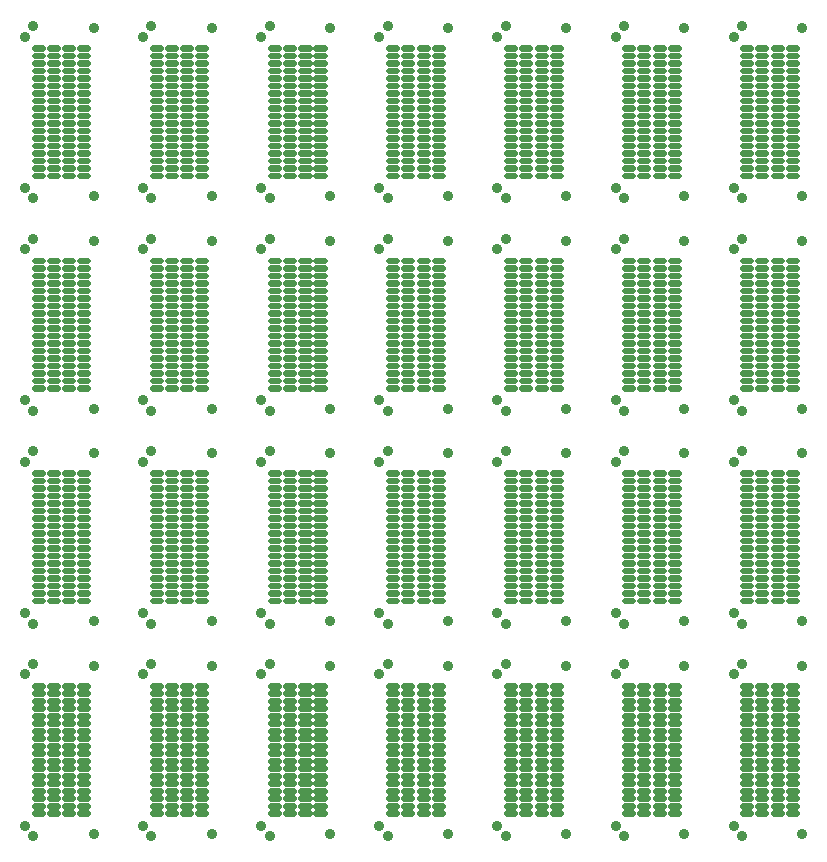
<source format=gbs>
G75*
%MOIN*%
%OFA0B0*%
%FSLAX25Y25*%
%IPPOS*%
%LPD*%
%AMOC8*
5,1,8,0,0,1.08239X$1,22.5*
%
%ADD10C,0.03553*%
%ADD11C,0.01890*%
D10*
X0123835Y0120685D03*
X0121079Y0124228D03*
X0143913Y0121472D03*
X0160449Y0124228D03*
X0163205Y0120685D03*
X0183283Y0121472D03*
X0199819Y0124228D03*
X0202575Y0120685D03*
X0222654Y0121472D03*
X0239189Y0124228D03*
X0241945Y0120685D03*
X0262024Y0121472D03*
X0278559Y0124228D03*
X0281315Y0120685D03*
X0301394Y0121472D03*
X0317929Y0124228D03*
X0320685Y0120685D03*
X0340764Y0121472D03*
X0357299Y0124228D03*
X0360055Y0120685D03*
X0380134Y0121472D03*
X0357299Y0174622D03*
X0360055Y0178165D03*
X0360055Y0191551D03*
X0357299Y0195094D03*
X0340764Y0192339D03*
X0340764Y0177378D03*
X0320685Y0178165D03*
X0317929Y0174622D03*
X0320685Y0191551D03*
X0317929Y0195094D03*
X0301394Y0192339D03*
X0301394Y0177378D03*
X0281315Y0178165D03*
X0278559Y0174622D03*
X0262024Y0177378D03*
X0262024Y0192339D03*
X0278559Y0195094D03*
X0281315Y0191551D03*
X0241945Y0191551D03*
X0239189Y0195094D03*
X0222654Y0192339D03*
X0222654Y0177378D03*
X0239189Y0174622D03*
X0241945Y0178165D03*
X0202575Y0178165D03*
X0199819Y0174622D03*
X0183283Y0177378D03*
X0183283Y0192339D03*
X0199819Y0195094D03*
X0202575Y0191551D03*
X0163205Y0191551D03*
X0160449Y0195094D03*
X0143913Y0192339D03*
X0143913Y0177378D03*
X0160449Y0174622D03*
X0163205Y0178165D03*
X0123835Y0178165D03*
X0121079Y0174622D03*
X0123835Y0191551D03*
X0121079Y0195094D03*
X0121079Y0245488D03*
X0123835Y0249031D03*
X0123835Y0262417D03*
X0121079Y0265961D03*
X0143913Y0263205D03*
X0143913Y0248244D03*
X0160449Y0245488D03*
X0163205Y0249031D03*
X0163205Y0262417D03*
X0160449Y0265961D03*
X0183283Y0263205D03*
X0183283Y0248244D03*
X0199819Y0245488D03*
X0202575Y0249031D03*
X0202575Y0262417D03*
X0199819Y0265961D03*
X0222654Y0263205D03*
X0222654Y0248244D03*
X0239189Y0245488D03*
X0241945Y0249031D03*
X0241945Y0262417D03*
X0239189Y0265961D03*
X0262024Y0263205D03*
X0262024Y0248244D03*
X0278559Y0245488D03*
X0281315Y0249031D03*
X0281315Y0262417D03*
X0278559Y0265961D03*
X0301394Y0263205D03*
X0301394Y0248244D03*
X0317929Y0245488D03*
X0320685Y0249031D03*
X0320685Y0262417D03*
X0317929Y0265961D03*
X0340764Y0263205D03*
X0340764Y0248244D03*
X0357299Y0245488D03*
X0360055Y0249031D03*
X0360055Y0262417D03*
X0357299Y0265961D03*
X0380134Y0263205D03*
X0380134Y0248244D03*
X0380134Y0192339D03*
X0380134Y0177378D03*
X0357299Y0316354D03*
X0360055Y0319898D03*
X0360055Y0333283D03*
X0357299Y0336827D03*
X0340764Y0334071D03*
X0340764Y0319110D03*
X0320685Y0319898D03*
X0317929Y0316354D03*
X0320685Y0333283D03*
X0317929Y0336827D03*
X0301394Y0334071D03*
X0301394Y0319110D03*
X0281315Y0319898D03*
X0278559Y0316354D03*
X0262024Y0319110D03*
X0262024Y0334071D03*
X0278559Y0336827D03*
X0281315Y0333283D03*
X0241945Y0333283D03*
X0239189Y0336827D03*
X0222654Y0334071D03*
X0222654Y0319110D03*
X0239189Y0316354D03*
X0241945Y0319898D03*
X0202575Y0319898D03*
X0199819Y0316354D03*
X0183283Y0319110D03*
X0183283Y0334071D03*
X0199819Y0336827D03*
X0202575Y0333283D03*
X0163205Y0333283D03*
X0160449Y0336827D03*
X0143913Y0334071D03*
X0143913Y0319110D03*
X0160449Y0316354D03*
X0163205Y0319898D03*
X0123835Y0319898D03*
X0121079Y0316354D03*
X0123835Y0333283D03*
X0121079Y0336827D03*
X0121079Y0387220D03*
X0123835Y0390764D03*
X0143913Y0389976D03*
X0160449Y0387220D03*
X0163205Y0390764D03*
X0183283Y0389976D03*
X0199819Y0387220D03*
X0202575Y0390764D03*
X0222654Y0389976D03*
X0239189Y0387220D03*
X0241945Y0390764D03*
X0262024Y0389976D03*
X0278559Y0387220D03*
X0281315Y0390764D03*
X0301394Y0389976D03*
X0317929Y0387220D03*
X0320685Y0390764D03*
X0340764Y0389976D03*
X0357299Y0387220D03*
X0360055Y0390764D03*
X0380134Y0389976D03*
X0380134Y0334071D03*
X0380134Y0319110D03*
D11*
X0375708Y0312503D02*
X0375708Y0312293D01*
X0375708Y0312503D02*
X0378418Y0312503D01*
X0378418Y0312293D01*
X0375708Y0312293D01*
X0375708Y0310003D02*
X0375708Y0309793D01*
X0375708Y0310003D02*
X0378418Y0310003D01*
X0378418Y0309793D01*
X0375708Y0309793D01*
X0375708Y0307503D02*
X0375708Y0307293D01*
X0375708Y0307503D02*
X0378418Y0307503D01*
X0378418Y0307293D01*
X0375708Y0307293D01*
X0375708Y0305003D02*
X0375708Y0304793D01*
X0375708Y0305003D02*
X0378418Y0305003D01*
X0378418Y0304793D01*
X0375708Y0304793D01*
X0375708Y0302503D02*
X0375708Y0302293D01*
X0375708Y0302503D02*
X0378418Y0302503D01*
X0378418Y0302293D01*
X0375708Y0302293D01*
X0375708Y0300003D02*
X0375708Y0299793D01*
X0375708Y0300003D02*
X0378418Y0300003D01*
X0378418Y0299793D01*
X0375708Y0299793D01*
X0375708Y0297503D02*
X0375708Y0297293D01*
X0375708Y0297503D02*
X0378418Y0297503D01*
X0378418Y0297293D01*
X0375708Y0297293D01*
X0375708Y0295003D02*
X0375708Y0294793D01*
X0375708Y0295003D02*
X0378418Y0295003D01*
X0378418Y0294793D01*
X0375708Y0294793D01*
X0375708Y0292503D02*
X0375708Y0292293D01*
X0375708Y0292503D02*
X0378418Y0292503D01*
X0378418Y0292293D01*
X0375708Y0292293D01*
X0375708Y0290003D02*
X0375708Y0289793D01*
X0375708Y0290003D02*
X0378418Y0290003D01*
X0378418Y0289793D01*
X0375708Y0289793D01*
X0375708Y0287503D02*
X0375708Y0287293D01*
X0375708Y0287503D02*
X0378418Y0287503D01*
X0378418Y0287293D01*
X0375708Y0287293D01*
X0375708Y0285003D02*
X0375708Y0284793D01*
X0375708Y0285003D02*
X0378418Y0285003D01*
X0378418Y0284793D01*
X0375708Y0284793D01*
X0375708Y0282503D02*
X0375708Y0282293D01*
X0375708Y0282503D02*
X0378418Y0282503D01*
X0378418Y0282293D01*
X0375708Y0282293D01*
X0375708Y0280003D02*
X0375708Y0279793D01*
X0375708Y0280003D02*
X0378418Y0280003D01*
X0378418Y0279793D01*
X0375708Y0279793D01*
X0375708Y0277503D02*
X0375708Y0277293D01*
X0375708Y0277503D02*
X0378418Y0277503D01*
X0378418Y0277293D01*
X0375708Y0277293D01*
X0375708Y0275003D02*
X0375708Y0274793D01*
X0375708Y0275003D02*
X0378418Y0275003D01*
X0378418Y0274793D01*
X0375708Y0274793D01*
X0375708Y0272503D02*
X0375708Y0272293D01*
X0375708Y0272503D02*
X0378418Y0272503D01*
X0378418Y0272293D01*
X0375708Y0272293D01*
X0375708Y0270003D02*
X0375708Y0269793D01*
X0375708Y0270003D02*
X0378418Y0270003D01*
X0378418Y0269793D01*
X0375708Y0269793D01*
X0373418Y0269793D02*
X0373418Y0270003D01*
X0373418Y0269793D02*
X0370708Y0269793D01*
X0370708Y0270003D01*
X0373418Y0270003D01*
X0373418Y0272293D02*
X0373418Y0272503D01*
X0373418Y0272293D02*
X0370708Y0272293D01*
X0370708Y0272503D01*
X0373418Y0272503D01*
X0373418Y0274793D02*
X0373418Y0275003D01*
X0373418Y0274793D02*
X0370708Y0274793D01*
X0370708Y0275003D01*
X0373418Y0275003D01*
X0373418Y0277293D02*
X0373418Y0277503D01*
X0373418Y0277293D02*
X0370708Y0277293D01*
X0370708Y0277503D01*
X0373418Y0277503D01*
X0373418Y0279793D02*
X0373418Y0280003D01*
X0373418Y0279793D02*
X0370708Y0279793D01*
X0370708Y0280003D01*
X0373418Y0280003D01*
X0373418Y0282293D02*
X0373418Y0282503D01*
X0373418Y0282293D02*
X0370708Y0282293D01*
X0370708Y0282503D01*
X0373418Y0282503D01*
X0373418Y0284793D02*
X0373418Y0285003D01*
X0373418Y0284793D02*
X0370708Y0284793D01*
X0370708Y0285003D01*
X0373418Y0285003D01*
X0373418Y0287293D02*
X0373418Y0287503D01*
X0373418Y0287293D02*
X0370708Y0287293D01*
X0370708Y0287503D01*
X0373418Y0287503D01*
X0373418Y0289793D02*
X0373418Y0290003D01*
X0373418Y0289793D02*
X0370708Y0289793D01*
X0370708Y0290003D01*
X0373418Y0290003D01*
X0373418Y0292293D02*
X0373418Y0292503D01*
X0373418Y0292293D02*
X0370708Y0292293D01*
X0370708Y0292503D01*
X0373418Y0292503D01*
X0373418Y0294793D02*
X0373418Y0295003D01*
X0373418Y0294793D02*
X0370708Y0294793D01*
X0370708Y0295003D01*
X0373418Y0295003D01*
X0373418Y0297293D02*
X0373418Y0297503D01*
X0373418Y0297293D02*
X0370708Y0297293D01*
X0370708Y0297503D01*
X0373418Y0297503D01*
X0373418Y0299793D02*
X0373418Y0300003D01*
X0373418Y0299793D02*
X0370708Y0299793D01*
X0370708Y0300003D01*
X0373418Y0300003D01*
X0373418Y0302293D02*
X0373418Y0302503D01*
X0373418Y0302293D02*
X0370708Y0302293D01*
X0370708Y0302503D01*
X0373418Y0302503D01*
X0373418Y0304793D02*
X0373418Y0305003D01*
X0373418Y0304793D02*
X0370708Y0304793D01*
X0370708Y0305003D01*
X0373418Y0305003D01*
X0373418Y0307293D02*
X0373418Y0307503D01*
X0373418Y0307293D02*
X0370708Y0307293D01*
X0370708Y0307503D01*
X0373418Y0307503D01*
X0373418Y0309793D02*
X0373418Y0310003D01*
X0373418Y0309793D02*
X0370708Y0309793D01*
X0370708Y0310003D01*
X0373418Y0310003D01*
X0373418Y0312293D02*
X0373418Y0312503D01*
X0373418Y0312293D02*
X0370708Y0312293D01*
X0370708Y0312503D01*
X0373418Y0312503D01*
X0365472Y0312503D02*
X0365472Y0312293D01*
X0365472Y0312503D02*
X0368182Y0312503D01*
X0368182Y0312293D01*
X0365472Y0312293D01*
X0365472Y0310003D02*
X0365472Y0309793D01*
X0365472Y0310003D02*
X0368182Y0310003D01*
X0368182Y0309793D01*
X0365472Y0309793D01*
X0365472Y0307503D02*
X0365472Y0307293D01*
X0365472Y0307503D02*
X0368182Y0307503D01*
X0368182Y0307293D01*
X0365472Y0307293D01*
X0365472Y0305003D02*
X0365472Y0304793D01*
X0365472Y0305003D02*
X0368182Y0305003D01*
X0368182Y0304793D01*
X0365472Y0304793D01*
X0365472Y0302503D02*
X0365472Y0302293D01*
X0365472Y0302503D02*
X0368182Y0302503D01*
X0368182Y0302293D01*
X0365472Y0302293D01*
X0365472Y0300003D02*
X0365472Y0299793D01*
X0365472Y0300003D02*
X0368182Y0300003D01*
X0368182Y0299793D01*
X0365472Y0299793D01*
X0365472Y0297503D02*
X0365472Y0297293D01*
X0365472Y0297503D02*
X0368182Y0297503D01*
X0368182Y0297293D01*
X0365472Y0297293D01*
X0365472Y0295003D02*
X0365472Y0294793D01*
X0365472Y0295003D02*
X0368182Y0295003D01*
X0368182Y0294793D01*
X0365472Y0294793D01*
X0365472Y0292503D02*
X0365472Y0292293D01*
X0365472Y0292503D02*
X0368182Y0292503D01*
X0368182Y0292293D01*
X0365472Y0292293D01*
X0365472Y0290003D02*
X0365472Y0289793D01*
X0365472Y0290003D02*
X0368182Y0290003D01*
X0368182Y0289793D01*
X0365472Y0289793D01*
X0365472Y0287503D02*
X0365472Y0287293D01*
X0365472Y0287503D02*
X0368182Y0287503D01*
X0368182Y0287293D01*
X0365472Y0287293D01*
X0365472Y0285003D02*
X0365472Y0284793D01*
X0365472Y0285003D02*
X0368182Y0285003D01*
X0368182Y0284793D01*
X0365472Y0284793D01*
X0365472Y0282503D02*
X0365472Y0282293D01*
X0365472Y0282503D02*
X0368182Y0282503D01*
X0368182Y0282293D01*
X0365472Y0282293D01*
X0365472Y0280003D02*
X0365472Y0279793D01*
X0365472Y0280003D02*
X0368182Y0280003D01*
X0368182Y0279793D01*
X0365472Y0279793D01*
X0365472Y0277503D02*
X0365472Y0277293D01*
X0365472Y0277503D02*
X0368182Y0277503D01*
X0368182Y0277293D01*
X0365472Y0277293D01*
X0365472Y0275003D02*
X0365472Y0274793D01*
X0365472Y0275003D02*
X0368182Y0275003D01*
X0368182Y0274793D01*
X0365472Y0274793D01*
X0365472Y0272503D02*
X0365472Y0272293D01*
X0365472Y0272503D02*
X0368182Y0272503D01*
X0368182Y0272293D01*
X0365472Y0272293D01*
X0365472Y0270003D02*
X0365472Y0269793D01*
X0365472Y0270003D02*
X0368182Y0270003D01*
X0368182Y0269793D01*
X0365472Y0269793D01*
X0363182Y0269793D02*
X0363182Y0270003D01*
X0363182Y0269793D02*
X0360472Y0269793D01*
X0360472Y0270003D01*
X0363182Y0270003D01*
X0363182Y0272293D02*
X0363182Y0272503D01*
X0363182Y0272293D02*
X0360472Y0272293D01*
X0360472Y0272503D01*
X0363182Y0272503D01*
X0363182Y0274793D02*
X0363182Y0275003D01*
X0363182Y0274793D02*
X0360472Y0274793D01*
X0360472Y0275003D01*
X0363182Y0275003D01*
X0363182Y0277293D02*
X0363182Y0277503D01*
X0363182Y0277293D02*
X0360472Y0277293D01*
X0360472Y0277503D01*
X0363182Y0277503D01*
X0363182Y0279793D02*
X0363182Y0280003D01*
X0363182Y0279793D02*
X0360472Y0279793D01*
X0360472Y0280003D01*
X0363182Y0280003D01*
X0363182Y0282293D02*
X0363182Y0282503D01*
X0363182Y0282293D02*
X0360472Y0282293D01*
X0360472Y0282503D01*
X0363182Y0282503D01*
X0363182Y0284793D02*
X0363182Y0285003D01*
X0363182Y0284793D02*
X0360472Y0284793D01*
X0360472Y0285003D01*
X0363182Y0285003D01*
X0363182Y0287293D02*
X0363182Y0287503D01*
X0363182Y0287293D02*
X0360472Y0287293D01*
X0360472Y0287503D01*
X0363182Y0287503D01*
X0363182Y0289793D02*
X0363182Y0290003D01*
X0363182Y0289793D02*
X0360472Y0289793D01*
X0360472Y0290003D01*
X0363182Y0290003D01*
X0363182Y0292293D02*
X0363182Y0292503D01*
X0363182Y0292293D02*
X0360472Y0292293D01*
X0360472Y0292503D01*
X0363182Y0292503D01*
X0363182Y0294793D02*
X0363182Y0295003D01*
X0363182Y0294793D02*
X0360472Y0294793D01*
X0360472Y0295003D01*
X0363182Y0295003D01*
X0363182Y0297293D02*
X0363182Y0297503D01*
X0363182Y0297293D02*
X0360472Y0297293D01*
X0360472Y0297503D01*
X0363182Y0297503D01*
X0363182Y0299793D02*
X0363182Y0300003D01*
X0363182Y0299793D02*
X0360472Y0299793D01*
X0360472Y0300003D01*
X0363182Y0300003D01*
X0363182Y0302293D02*
X0363182Y0302503D01*
X0363182Y0302293D02*
X0360472Y0302293D01*
X0360472Y0302503D01*
X0363182Y0302503D01*
X0363182Y0304793D02*
X0363182Y0305003D01*
X0363182Y0304793D02*
X0360472Y0304793D01*
X0360472Y0305003D01*
X0363182Y0305003D01*
X0363182Y0307293D02*
X0363182Y0307503D01*
X0363182Y0307293D02*
X0360472Y0307293D01*
X0360472Y0307503D01*
X0363182Y0307503D01*
X0363182Y0309793D02*
X0363182Y0310003D01*
X0363182Y0309793D02*
X0360472Y0309793D01*
X0360472Y0310003D01*
X0363182Y0310003D01*
X0363182Y0312293D02*
X0363182Y0312503D01*
X0363182Y0312293D02*
X0360472Y0312293D01*
X0360472Y0312503D01*
X0363182Y0312503D01*
X0336338Y0312293D02*
X0336338Y0312503D01*
X0339048Y0312503D01*
X0339048Y0312293D01*
X0336338Y0312293D01*
X0336338Y0310003D02*
X0336338Y0309793D01*
X0336338Y0310003D02*
X0339048Y0310003D01*
X0339048Y0309793D01*
X0336338Y0309793D01*
X0336338Y0307503D02*
X0336338Y0307293D01*
X0336338Y0307503D02*
X0339048Y0307503D01*
X0339048Y0307293D01*
X0336338Y0307293D01*
X0336338Y0305003D02*
X0336338Y0304793D01*
X0336338Y0305003D02*
X0339048Y0305003D01*
X0339048Y0304793D01*
X0336338Y0304793D01*
X0336338Y0302503D02*
X0336338Y0302293D01*
X0336338Y0302503D02*
X0339048Y0302503D01*
X0339048Y0302293D01*
X0336338Y0302293D01*
X0336338Y0300003D02*
X0336338Y0299793D01*
X0336338Y0300003D02*
X0339048Y0300003D01*
X0339048Y0299793D01*
X0336338Y0299793D01*
X0336338Y0297503D02*
X0336338Y0297293D01*
X0336338Y0297503D02*
X0339048Y0297503D01*
X0339048Y0297293D01*
X0336338Y0297293D01*
X0336338Y0295003D02*
X0336338Y0294793D01*
X0336338Y0295003D02*
X0339048Y0295003D01*
X0339048Y0294793D01*
X0336338Y0294793D01*
X0336338Y0292503D02*
X0336338Y0292293D01*
X0336338Y0292503D02*
X0339048Y0292503D01*
X0339048Y0292293D01*
X0336338Y0292293D01*
X0336338Y0290003D02*
X0336338Y0289793D01*
X0336338Y0290003D02*
X0339048Y0290003D01*
X0339048Y0289793D01*
X0336338Y0289793D01*
X0336338Y0287503D02*
X0336338Y0287293D01*
X0336338Y0287503D02*
X0339048Y0287503D01*
X0339048Y0287293D01*
X0336338Y0287293D01*
X0336338Y0285003D02*
X0336338Y0284793D01*
X0336338Y0285003D02*
X0339048Y0285003D01*
X0339048Y0284793D01*
X0336338Y0284793D01*
X0336338Y0282503D02*
X0336338Y0282293D01*
X0336338Y0282503D02*
X0339048Y0282503D01*
X0339048Y0282293D01*
X0336338Y0282293D01*
X0336338Y0280003D02*
X0336338Y0279793D01*
X0336338Y0280003D02*
X0339048Y0280003D01*
X0339048Y0279793D01*
X0336338Y0279793D01*
X0336338Y0277503D02*
X0336338Y0277293D01*
X0336338Y0277503D02*
X0339048Y0277503D01*
X0339048Y0277293D01*
X0336338Y0277293D01*
X0336338Y0275003D02*
X0336338Y0274793D01*
X0336338Y0275003D02*
X0339048Y0275003D01*
X0339048Y0274793D01*
X0336338Y0274793D01*
X0336338Y0272503D02*
X0336338Y0272293D01*
X0336338Y0272503D02*
X0339048Y0272503D01*
X0339048Y0272293D01*
X0336338Y0272293D01*
X0336338Y0270003D02*
X0336338Y0269793D01*
X0336338Y0270003D02*
X0339048Y0270003D01*
X0339048Y0269793D01*
X0336338Y0269793D01*
X0334048Y0269793D02*
X0334048Y0270003D01*
X0334048Y0269793D02*
X0331338Y0269793D01*
X0331338Y0270003D01*
X0334048Y0270003D01*
X0334048Y0272293D02*
X0334048Y0272503D01*
X0334048Y0272293D02*
X0331338Y0272293D01*
X0331338Y0272503D01*
X0334048Y0272503D01*
X0334048Y0274793D02*
X0334048Y0275003D01*
X0334048Y0274793D02*
X0331338Y0274793D01*
X0331338Y0275003D01*
X0334048Y0275003D01*
X0334048Y0277293D02*
X0334048Y0277503D01*
X0334048Y0277293D02*
X0331338Y0277293D01*
X0331338Y0277503D01*
X0334048Y0277503D01*
X0334048Y0279793D02*
X0334048Y0280003D01*
X0334048Y0279793D02*
X0331338Y0279793D01*
X0331338Y0280003D01*
X0334048Y0280003D01*
X0334048Y0282293D02*
X0334048Y0282503D01*
X0334048Y0282293D02*
X0331338Y0282293D01*
X0331338Y0282503D01*
X0334048Y0282503D01*
X0334048Y0284793D02*
X0334048Y0285003D01*
X0334048Y0284793D02*
X0331338Y0284793D01*
X0331338Y0285003D01*
X0334048Y0285003D01*
X0334048Y0287293D02*
X0334048Y0287503D01*
X0334048Y0287293D02*
X0331338Y0287293D01*
X0331338Y0287503D01*
X0334048Y0287503D01*
X0334048Y0289793D02*
X0334048Y0290003D01*
X0334048Y0289793D02*
X0331338Y0289793D01*
X0331338Y0290003D01*
X0334048Y0290003D01*
X0334048Y0292293D02*
X0334048Y0292503D01*
X0334048Y0292293D02*
X0331338Y0292293D01*
X0331338Y0292503D01*
X0334048Y0292503D01*
X0334048Y0294793D02*
X0334048Y0295003D01*
X0334048Y0294793D02*
X0331338Y0294793D01*
X0331338Y0295003D01*
X0334048Y0295003D01*
X0334048Y0297293D02*
X0334048Y0297503D01*
X0334048Y0297293D02*
X0331338Y0297293D01*
X0331338Y0297503D01*
X0334048Y0297503D01*
X0334048Y0299793D02*
X0334048Y0300003D01*
X0334048Y0299793D02*
X0331338Y0299793D01*
X0331338Y0300003D01*
X0334048Y0300003D01*
X0334048Y0302293D02*
X0334048Y0302503D01*
X0334048Y0302293D02*
X0331338Y0302293D01*
X0331338Y0302503D01*
X0334048Y0302503D01*
X0334048Y0304793D02*
X0334048Y0305003D01*
X0334048Y0304793D02*
X0331338Y0304793D01*
X0331338Y0305003D01*
X0334048Y0305003D01*
X0334048Y0307293D02*
X0334048Y0307503D01*
X0334048Y0307293D02*
X0331338Y0307293D01*
X0331338Y0307503D01*
X0334048Y0307503D01*
X0334048Y0309793D02*
X0334048Y0310003D01*
X0334048Y0309793D02*
X0331338Y0309793D01*
X0331338Y0310003D01*
X0334048Y0310003D01*
X0334048Y0312293D02*
X0334048Y0312503D01*
X0334048Y0312293D02*
X0331338Y0312293D01*
X0331338Y0312503D01*
X0334048Y0312503D01*
X0326102Y0312503D02*
X0326102Y0312293D01*
X0326102Y0312503D02*
X0328812Y0312503D01*
X0328812Y0312293D01*
X0326102Y0312293D01*
X0326102Y0310003D02*
X0326102Y0309793D01*
X0326102Y0310003D02*
X0328812Y0310003D01*
X0328812Y0309793D01*
X0326102Y0309793D01*
X0326102Y0307503D02*
X0326102Y0307293D01*
X0326102Y0307503D02*
X0328812Y0307503D01*
X0328812Y0307293D01*
X0326102Y0307293D01*
X0326102Y0305003D02*
X0326102Y0304793D01*
X0326102Y0305003D02*
X0328812Y0305003D01*
X0328812Y0304793D01*
X0326102Y0304793D01*
X0326102Y0302503D02*
X0326102Y0302293D01*
X0326102Y0302503D02*
X0328812Y0302503D01*
X0328812Y0302293D01*
X0326102Y0302293D01*
X0326102Y0300003D02*
X0326102Y0299793D01*
X0326102Y0300003D02*
X0328812Y0300003D01*
X0328812Y0299793D01*
X0326102Y0299793D01*
X0326102Y0297503D02*
X0326102Y0297293D01*
X0326102Y0297503D02*
X0328812Y0297503D01*
X0328812Y0297293D01*
X0326102Y0297293D01*
X0326102Y0295003D02*
X0326102Y0294793D01*
X0326102Y0295003D02*
X0328812Y0295003D01*
X0328812Y0294793D01*
X0326102Y0294793D01*
X0326102Y0292503D02*
X0326102Y0292293D01*
X0326102Y0292503D02*
X0328812Y0292503D01*
X0328812Y0292293D01*
X0326102Y0292293D01*
X0326102Y0290003D02*
X0326102Y0289793D01*
X0326102Y0290003D02*
X0328812Y0290003D01*
X0328812Y0289793D01*
X0326102Y0289793D01*
X0326102Y0287503D02*
X0326102Y0287293D01*
X0326102Y0287503D02*
X0328812Y0287503D01*
X0328812Y0287293D01*
X0326102Y0287293D01*
X0326102Y0285003D02*
X0326102Y0284793D01*
X0326102Y0285003D02*
X0328812Y0285003D01*
X0328812Y0284793D01*
X0326102Y0284793D01*
X0326102Y0282503D02*
X0326102Y0282293D01*
X0326102Y0282503D02*
X0328812Y0282503D01*
X0328812Y0282293D01*
X0326102Y0282293D01*
X0326102Y0280003D02*
X0326102Y0279793D01*
X0326102Y0280003D02*
X0328812Y0280003D01*
X0328812Y0279793D01*
X0326102Y0279793D01*
X0326102Y0277503D02*
X0326102Y0277293D01*
X0326102Y0277503D02*
X0328812Y0277503D01*
X0328812Y0277293D01*
X0326102Y0277293D01*
X0326102Y0275003D02*
X0326102Y0274793D01*
X0326102Y0275003D02*
X0328812Y0275003D01*
X0328812Y0274793D01*
X0326102Y0274793D01*
X0326102Y0272503D02*
X0326102Y0272293D01*
X0326102Y0272503D02*
X0328812Y0272503D01*
X0328812Y0272293D01*
X0326102Y0272293D01*
X0326102Y0270003D02*
X0326102Y0269793D01*
X0326102Y0270003D02*
X0328812Y0270003D01*
X0328812Y0269793D01*
X0326102Y0269793D01*
X0323812Y0269793D02*
X0323812Y0270003D01*
X0323812Y0269793D02*
X0321102Y0269793D01*
X0321102Y0270003D01*
X0323812Y0270003D01*
X0323812Y0272293D02*
X0323812Y0272503D01*
X0323812Y0272293D02*
X0321102Y0272293D01*
X0321102Y0272503D01*
X0323812Y0272503D01*
X0323812Y0274793D02*
X0323812Y0275003D01*
X0323812Y0274793D02*
X0321102Y0274793D01*
X0321102Y0275003D01*
X0323812Y0275003D01*
X0323812Y0277293D02*
X0323812Y0277503D01*
X0323812Y0277293D02*
X0321102Y0277293D01*
X0321102Y0277503D01*
X0323812Y0277503D01*
X0323812Y0279793D02*
X0323812Y0280003D01*
X0323812Y0279793D02*
X0321102Y0279793D01*
X0321102Y0280003D01*
X0323812Y0280003D01*
X0323812Y0282293D02*
X0323812Y0282503D01*
X0323812Y0282293D02*
X0321102Y0282293D01*
X0321102Y0282503D01*
X0323812Y0282503D01*
X0323812Y0284793D02*
X0323812Y0285003D01*
X0323812Y0284793D02*
X0321102Y0284793D01*
X0321102Y0285003D01*
X0323812Y0285003D01*
X0323812Y0287293D02*
X0323812Y0287503D01*
X0323812Y0287293D02*
X0321102Y0287293D01*
X0321102Y0287503D01*
X0323812Y0287503D01*
X0323812Y0289793D02*
X0323812Y0290003D01*
X0323812Y0289793D02*
X0321102Y0289793D01*
X0321102Y0290003D01*
X0323812Y0290003D01*
X0323812Y0292293D02*
X0323812Y0292503D01*
X0323812Y0292293D02*
X0321102Y0292293D01*
X0321102Y0292503D01*
X0323812Y0292503D01*
X0323812Y0294793D02*
X0323812Y0295003D01*
X0323812Y0294793D02*
X0321102Y0294793D01*
X0321102Y0295003D01*
X0323812Y0295003D01*
X0323812Y0297293D02*
X0323812Y0297503D01*
X0323812Y0297293D02*
X0321102Y0297293D01*
X0321102Y0297503D01*
X0323812Y0297503D01*
X0323812Y0299793D02*
X0323812Y0300003D01*
X0323812Y0299793D02*
X0321102Y0299793D01*
X0321102Y0300003D01*
X0323812Y0300003D01*
X0323812Y0302293D02*
X0323812Y0302503D01*
X0323812Y0302293D02*
X0321102Y0302293D01*
X0321102Y0302503D01*
X0323812Y0302503D01*
X0323812Y0304793D02*
X0323812Y0305003D01*
X0323812Y0304793D02*
X0321102Y0304793D01*
X0321102Y0305003D01*
X0323812Y0305003D01*
X0323812Y0307293D02*
X0323812Y0307503D01*
X0323812Y0307293D02*
X0321102Y0307293D01*
X0321102Y0307503D01*
X0323812Y0307503D01*
X0323812Y0309793D02*
X0323812Y0310003D01*
X0323812Y0309793D02*
X0321102Y0309793D01*
X0321102Y0310003D01*
X0323812Y0310003D01*
X0323812Y0312293D02*
X0323812Y0312503D01*
X0323812Y0312293D02*
X0321102Y0312293D01*
X0321102Y0312503D01*
X0323812Y0312503D01*
X0296968Y0312293D02*
X0296968Y0312503D01*
X0299678Y0312503D01*
X0299678Y0312293D01*
X0296968Y0312293D01*
X0296968Y0310003D02*
X0296968Y0309793D01*
X0296968Y0310003D02*
X0299678Y0310003D01*
X0299678Y0309793D01*
X0296968Y0309793D01*
X0296968Y0307503D02*
X0296968Y0307293D01*
X0296968Y0307503D02*
X0299678Y0307503D01*
X0299678Y0307293D01*
X0296968Y0307293D01*
X0296968Y0305003D02*
X0296968Y0304793D01*
X0296968Y0305003D02*
X0299678Y0305003D01*
X0299678Y0304793D01*
X0296968Y0304793D01*
X0296968Y0302503D02*
X0296968Y0302293D01*
X0296968Y0302503D02*
X0299678Y0302503D01*
X0299678Y0302293D01*
X0296968Y0302293D01*
X0296968Y0300003D02*
X0296968Y0299793D01*
X0296968Y0300003D02*
X0299678Y0300003D01*
X0299678Y0299793D01*
X0296968Y0299793D01*
X0296968Y0297503D02*
X0296968Y0297293D01*
X0296968Y0297503D02*
X0299678Y0297503D01*
X0299678Y0297293D01*
X0296968Y0297293D01*
X0296968Y0295003D02*
X0296968Y0294793D01*
X0296968Y0295003D02*
X0299678Y0295003D01*
X0299678Y0294793D01*
X0296968Y0294793D01*
X0296968Y0292503D02*
X0296968Y0292293D01*
X0296968Y0292503D02*
X0299678Y0292503D01*
X0299678Y0292293D01*
X0296968Y0292293D01*
X0296968Y0290003D02*
X0296968Y0289793D01*
X0296968Y0290003D02*
X0299678Y0290003D01*
X0299678Y0289793D01*
X0296968Y0289793D01*
X0296968Y0287503D02*
X0296968Y0287293D01*
X0296968Y0287503D02*
X0299678Y0287503D01*
X0299678Y0287293D01*
X0296968Y0287293D01*
X0296968Y0285003D02*
X0296968Y0284793D01*
X0296968Y0285003D02*
X0299678Y0285003D01*
X0299678Y0284793D01*
X0296968Y0284793D01*
X0296968Y0282503D02*
X0296968Y0282293D01*
X0296968Y0282503D02*
X0299678Y0282503D01*
X0299678Y0282293D01*
X0296968Y0282293D01*
X0296968Y0280003D02*
X0296968Y0279793D01*
X0296968Y0280003D02*
X0299678Y0280003D01*
X0299678Y0279793D01*
X0296968Y0279793D01*
X0296968Y0277503D02*
X0296968Y0277293D01*
X0296968Y0277503D02*
X0299678Y0277503D01*
X0299678Y0277293D01*
X0296968Y0277293D01*
X0296968Y0275003D02*
X0296968Y0274793D01*
X0296968Y0275003D02*
X0299678Y0275003D01*
X0299678Y0274793D01*
X0296968Y0274793D01*
X0296968Y0272503D02*
X0296968Y0272293D01*
X0296968Y0272503D02*
X0299678Y0272503D01*
X0299678Y0272293D01*
X0296968Y0272293D01*
X0296968Y0270003D02*
X0296968Y0269793D01*
X0296968Y0270003D02*
X0299678Y0270003D01*
X0299678Y0269793D01*
X0296968Y0269793D01*
X0294678Y0269793D02*
X0294678Y0270003D01*
X0294678Y0269793D02*
X0291968Y0269793D01*
X0291968Y0270003D01*
X0294678Y0270003D01*
X0294678Y0272293D02*
X0294678Y0272503D01*
X0294678Y0272293D02*
X0291968Y0272293D01*
X0291968Y0272503D01*
X0294678Y0272503D01*
X0294678Y0274793D02*
X0294678Y0275003D01*
X0294678Y0274793D02*
X0291968Y0274793D01*
X0291968Y0275003D01*
X0294678Y0275003D01*
X0294678Y0277293D02*
X0294678Y0277503D01*
X0294678Y0277293D02*
X0291968Y0277293D01*
X0291968Y0277503D01*
X0294678Y0277503D01*
X0294678Y0279793D02*
X0294678Y0280003D01*
X0294678Y0279793D02*
X0291968Y0279793D01*
X0291968Y0280003D01*
X0294678Y0280003D01*
X0294678Y0282293D02*
X0294678Y0282503D01*
X0294678Y0282293D02*
X0291968Y0282293D01*
X0291968Y0282503D01*
X0294678Y0282503D01*
X0294678Y0284793D02*
X0294678Y0285003D01*
X0294678Y0284793D02*
X0291968Y0284793D01*
X0291968Y0285003D01*
X0294678Y0285003D01*
X0294678Y0287293D02*
X0294678Y0287503D01*
X0294678Y0287293D02*
X0291968Y0287293D01*
X0291968Y0287503D01*
X0294678Y0287503D01*
X0294678Y0289793D02*
X0294678Y0290003D01*
X0294678Y0289793D02*
X0291968Y0289793D01*
X0291968Y0290003D01*
X0294678Y0290003D01*
X0294678Y0292293D02*
X0294678Y0292503D01*
X0294678Y0292293D02*
X0291968Y0292293D01*
X0291968Y0292503D01*
X0294678Y0292503D01*
X0294678Y0294793D02*
X0294678Y0295003D01*
X0294678Y0294793D02*
X0291968Y0294793D01*
X0291968Y0295003D01*
X0294678Y0295003D01*
X0294678Y0297293D02*
X0294678Y0297503D01*
X0294678Y0297293D02*
X0291968Y0297293D01*
X0291968Y0297503D01*
X0294678Y0297503D01*
X0294678Y0299793D02*
X0294678Y0300003D01*
X0294678Y0299793D02*
X0291968Y0299793D01*
X0291968Y0300003D01*
X0294678Y0300003D01*
X0294678Y0302293D02*
X0294678Y0302503D01*
X0294678Y0302293D02*
X0291968Y0302293D01*
X0291968Y0302503D01*
X0294678Y0302503D01*
X0294678Y0304793D02*
X0294678Y0305003D01*
X0294678Y0304793D02*
X0291968Y0304793D01*
X0291968Y0305003D01*
X0294678Y0305003D01*
X0294678Y0307293D02*
X0294678Y0307503D01*
X0294678Y0307293D02*
X0291968Y0307293D01*
X0291968Y0307503D01*
X0294678Y0307503D01*
X0294678Y0309793D02*
X0294678Y0310003D01*
X0294678Y0309793D02*
X0291968Y0309793D01*
X0291968Y0310003D01*
X0294678Y0310003D01*
X0294678Y0312293D02*
X0294678Y0312503D01*
X0294678Y0312293D02*
X0291968Y0312293D01*
X0291968Y0312503D01*
X0294678Y0312503D01*
X0286732Y0312503D02*
X0286732Y0312293D01*
X0286732Y0312503D02*
X0289442Y0312503D01*
X0289442Y0312293D01*
X0286732Y0312293D01*
X0286732Y0310003D02*
X0286732Y0309793D01*
X0286732Y0310003D02*
X0289442Y0310003D01*
X0289442Y0309793D01*
X0286732Y0309793D01*
X0286732Y0307503D02*
X0286732Y0307293D01*
X0286732Y0307503D02*
X0289442Y0307503D01*
X0289442Y0307293D01*
X0286732Y0307293D01*
X0286732Y0305003D02*
X0286732Y0304793D01*
X0286732Y0305003D02*
X0289442Y0305003D01*
X0289442Y0304793D01*
X0286732Y0304793D01*
X0286732Y0302503D02*
X0286732Y0302293D01*
X0286732Y0302503D02*
X0289442Y0302503D01*
X0289442Y0302293D01*
X0286732Y0302293D01*
X0286732Y0300003D02*
X0286732Y0299793D01*
X0286732Y0300003D02*
X0289442Y0300003D01*
X0289442Y0299793D01*
X0286732Y0299793D01*
X0286732Y0297503D02*
X0286732Y0297293D01*
X0286732Y0297503D02*
X0289442Y0297503D01*
X0289442Y0297293D01*
X0286732Y0297293D01*
X0286732Y0295003D02*
X0286732Y0294793D01*
X0286732Y0295003D02*
X0289442Y0295003D01*
X0289442Y0294793D01*
X0286732Y0294793D01*
X0286732Y0292503D02*
X0286732Y0292293D01*
X0286732Y0292503D02*
X0289442Y0292503D01*
X0289442Y0292293D01*
X0286732Y0292293D01*
X0286732Y0290003D02*
X0286732Y0289793D01*
X0286732Y0290003D02*
X0289442Y0290003D01*
X0289442Y0289793D01*
X0286732Y0289793D01*
X0286732Y0287503D02*
X0286732Y0287293D01*
X0286732Y0287503D02*
X0289442Y0287503D01*
X0289442Y0287293D01*
X0286732Y0287293D01*
X0286732Y0285003D02*
X0286732Y0284793D01*
X0286732Y0285003D02*
X0289442Y0285003D01*
X0289442Y0284793D01*
X0286732Y0284793D01*
X0286732Y0282503D02*
X0286732Y0282293D01*
X0286732Y0282503D02*
X0289442Y0282503D01*
X0289442Y0282293D01*
X0286732Y0282293D01*
X0286732Y0280003D02*
X0286732Y0279793D01*
X0286732Y0280003D02*
X0289442Y0280003D01*
X0289442Y0279793D01*
X0286732Y0279793D01*
X0286732Y0277503D02*
X0286732Y0277293D01*
X0286732Y0277503D02*
X0289442Y0277503D01*
X0289442Y0277293D01*
X0286732Y0277293D01*
X0286732Y0275003D02*
X0286732Y0274793D01*
X0286732Y0275003D02*
X0289442Y0275003D01*
X0289442Y0274793D01*
X0286732Y0274793D01*
X0286732Y0272503D02*
X0286732Y0272293D01*
X0286732Y0272503D02*
X0289442Y0272503D01*
X0289442Y0272293D01*
X0286732Y0272293D01*
X0286732Y0270003D02*
X0286732Y0269793D01*
X0286732Y0270003D02*
X0289442Y0270003D01*
X0289442Y0269793D01*
X0286732Y0269793D01*
X0284442Y0269793D02*
X0284442Y0270003D01*
X0284442Y0269793D02*
X0281732Y0269793D01*
X0281732Y0270003D01*
X0284442Y0270003D01*
X0284442Y0272293D02*
X0284442Y0272503D01*
X0284442Y0272293D02*
X0281732Y0272293D01*
X0281732Y0272503D01*
X0284442Y0272503D01*
X0284442Y0274793D02*
X0284442Y0275003D01*
X0284442Y0274793D02*
X0281732Y0274793D01*
X0281732Y0275003D01*
X0284442Y0275003D01*
X0284442Y0277293D02*
X0284442Y0277503D01*
X0284442Y0277293D02*
X0281732Y0277293D01*
X0281732Y0277503D01*
X0284442Y0277503D01*
X0284442Y0279793D02*
X0284442Y0280003D01*
X0284442Y0279793D02*
X0281732Y0279793D01*
X0281732Y0280003D01*
X0284442Y0280003D01*
X0284442Y0282293D02*
X0284442Y0282503D01*
X0284442Y0282293D02*
X0281732Y0282293D01*
X0281732Y0282503D01*
X0284442Y0282503D01*
X0284442Y0284793D02*
X0284442Y0285003D01*
X0284442Y0284793D02*
X0281732Y0284793D01*
X0281732Y0285003D01*
X0284442Y0285003D01*
X0284442Y0287293D02*
X0284442Y0287503D01*
X0284442Y0287293D02*
X0281732Y0287293D01*
X0281732Y0287503D01*
X0284442Y0287503D01*
X0284442Y0289793D02*
X0284442Y0290003D01*
X0284442Y0289793D02*
X0281732Y0289793D01*
X0281732Y0290003D01*
X0284442Y0290003D01*
X0284442Y0292293D02*
X0284442Y0292503D01*
X0284442Y0292293D02*
X0281732Y0292293D01*
X0281732Y0292503D01*
X0284442Y0292503D01*
X0284442Y0294793D02*
X0284442Y0295003D01*
X0284442Y0294793D02*
X0281732Y0294793D01*
X0281732Y0295003D01*
X0284442Y0295003D01*
X0284442Y0297293D02*
X0284442Y0297503D01*
X0284442Y0297293D02*
X0281732Y0297293D01*
X0281732Y0297503D01*
X0284442Y0297503D01*
X0284442Y0299793D02*
X0284442Y0300003D01*
X0284442Y0299793D02*
X0281732Y0299793D01*
X0281732Y0300003D01*
X0284442Y0300003D01*
X0284442Y0302293D02*
X0284442Y0302503D01*
X0284442Y0302293D02*
X0281732Y0302293D01*
X0281732Y0302503D01*
X0284442Y0302503D01*
X0284442Y0304793D02*
X0284442Y0305003D01*
X0284442Y0304793D02*
X0281732Y0304793D01*
X0281732Y0305003D01*
X0284442Y0305003D01*
X0284442Y0307293D02*
X0284442Y0307503D01*
X0284442Y0307293D02*
X0281732Y0307293D01*
X0281732Y0307503D01*
X0284442Y0307503D01*
X0284442Y0309793D02*
X0284442Y0310003D01*
X0284442Y0309793D02*
X0281732Y0309793D01*
X0281732Y0310003D01*
X0284442Y0310003D01*
X0284442Y0312293D02*
X0284442Y0312503D01*
X0284442Y0312293D02*
X0281732Y0312293D01*
X0281732Y0312503D01*
X0284442Y0312503D01*
X0257598Y0312293D02*
X0257598Y0312503D01*
X0260308Y0312503D01*
X0260308Y0312293D01*
X0257598Y0312293D01*
X0257598Y0310003D02*
X0257598Y0309793D01*
X0257598Y0310003D02*
X0260308Y0310003D01*
X0260308Y0309793D01*
X0257598Y0309793D01*
X0257598Y0307503D02*
X0257598Y0307293D01*
X0257598Y0307503D02*
X0260308Y0307503D01*
X0260308Y0307293D01*
X0257598Y0307293D01*
X0257598Y0305003D02*
X0257598Y0304793D01*
X0257598Y0305003D02*
X0260308Y0305003D01*
X0260308Y0304793D01*
X0257598Y0304793D01*
X0257598Y0302503D02*
X0257598Y0302293D01*
X0257598Y0302503D02*
X0260308Y0302503D01*
X0260308Y0302293D01*
X0257598Y0302293D01*
X0257598Y0300003D02*
X0257598Y0299793D01*
X0257598Y0300003D02*
X0260308Y0300003D01*
X0260308Y0299793D01*
X0257598Y0299793D01*
X0257598Y0297503D02*
X0257598Y0297293D01*
X0257598Y0297503D02*
X0260308Y0297503D01*
X0260308Y0297293D01*
X0257598Y0297293D01*
X0257598Y0295003D02*
X0257598Y0294793D01*
X0257598Y0295003D02*
X0260308Y0295003D01*
X0260308Y0294793D01*
X0257598Y0294793D01*
X0257598Y0292503D02*
X0257598Y0292293D01*
X0257598Y0292503D02*
X0260308Y0292503D01*
X0260308Y0292293D01*
X0257598Y0292293D01*
X0257598Y0290003D02*
X0257598Y0289793D01*
X0257598Y0290003D02*
X0260308Y0290003D01*
X0260308Y0289793D01*
X0257598Y0289793D01*
X0257598Y0287503D02*
X0257598Y0287293D01*
X0257598Y0287503D02*
X0260308Y0287503D01*
X0260308Y0287293D01*
X0257598Y0287293D01*
X0257598Y0285003D02*
X0257598Y0284793D01*
X0257598Y0285003D02*
X0260308Y0285003D01*
X0260308Y0284793D01*
X0257598Y0284793D01*
X0257598Y0282503D02*
X0257598Y0282293D01*
X0257598Y0282503D02*
X0260308Y0282503D01*
X0260308Y0282293D01*
X0257598Y0282293D01*
X0257598Y0280003D02*
X0257598Y0279793D01*
X0257598Y0280003D02*
X0260308Y0280003D01*
X0260308Y0279793D01*
X0257598Y0279793D01*
X0257598Y0277503D02*
X0257598Y0277293D01*
X0257598Y0277503D02*
X0260308Y0277503D01*
X0260308Y0277293D01*
X0257598Y0277293D01*
X0257598Y0275003D02*
X0257598Y0274793D01*
X0257598Y0275003D02*
X0260308Y0275003D01*
X0260308Y0274793D01*
X0257598Y0274793D01*
X0257598Y0272503D02*
X0257598Y0272293D01*
X0257598Y0272503D02*
X0260308Y0272503D01*
X0260308Y0272293D01*
X0257598Y0272293D01*
X0257598Y0270003D02*
X0257598Y0269793D01*
X0257598Y0270003D02*
X0260308Y0270003D01*
X0260308Y0269793D01*
X0257598Y0269793D01*
X0255308Y0269793D02*
X0255308Y0270003D01*
X0255308Y0269793D02*
X0252598Y0269793D01*
X0252598Y0270003D01*
X0255308Y0270003D01*
X0255308Y0272293D02*
X0255308Y0272503D01*
X0255308Y0272293D02*
X0252598Y0272293D01*
X0252598Y0272503D01*
X0255308Y0272503D01*
X0255308Y0274793D02*
X0255308Y0275003D01*
X0255308Y0274793D02*
X0252598Y0274793D01*
X0252598Y0275003D01*
X0255308Y0275003D01*
X0255308Y0277293D02*
X0255308Y0277503D01*
X0255308Y0277293D02*
X0252598Y0277293D01*
X0252598Y0277503D01*
X0255308Y0277503D01*
X0255308Y0279793D02*
X0255308Y0280003D01*
X0255308Y0279793D02*
X0252598Y0279793D01*
X0252598Y0280003D01*
X0255308Y0280003D01*
X0255308Y0282293D02*
X0255308Y0282503D01*
X0255308Y0282293D02*
X0252598Y0282293D01*
X0252598Y0282503D01*
X0255308Y0282503D01*
X0255308Y0284793D02*
X0255308Y0285003D01*
X0255308Y0284793D02*
X0252598Y0284793D01*
X0252598Y0285003D01*
X0255308Y0285003D01*
X0255308Y0287293D02*
X0255308Y0287503D01*
X0255308Y0287293D02*
X0252598Y0287293D01*
X0252598Y0287503D01*
X0255308Y0287503D01*
X0255308Y0289793D02*
X0255308Y0290003D01*
X0255308Y0289793D02*
X0252598Y0289793D01*
X0252598Y0290003D01*
X0255308Y0290003D01*
X0255308Y0292293D02*
X0255308Y0292503D01*
X0255308Y0292293D02*
X0252598Y0292293D01*
X0252598Y0292503D01*
X0255308Y0292503D01*
X0255308Y0294793D02*
X0255308Y0295003D01*
X0255308Y0294793D02*
X0252598Y0294793D01*
X0252598Y0295003D01*
X0255308Y0295003D01*
X0255308Y0297293D02*
X0255308Y0297503D01*
X0255308Y0297293D02*
X0252598Y0297293D01*
X0252598Y0297503D01*
X0255308Y0297503D01*
X0255308Y0299793D02*
X0255308Y0300003D01*
X0255308Y0299793D02*
X0252598Y0299793D01*
X0252598Y0300003D01*
X0255308Y0300003D01*
X0255308Y0302293D02*
X0255308Y0302503D01*
X0255308Y0302293D02*
X0252598Y0302293D01*
X0252598Y0302503D01*
X0255308Y0302503D01*
X0255308Y0304793D02*
X0255308Y0305003D01*
X0255308Y0304793D02*
X0252598Y0304793D01*
X0252598Y0305003D01*
X0255308Y0305003D01*
X0255308Y0307293D02*
X0255308Y0307503D01*
X0255308Y0307293D02*
X0252598Y0307293D01*
X0252598Y0307503D01*
X0255308Y0307503D01*
X0255308Y0309793D02*
X0255308Y0310003D01*
X0255308Y0309793D02*
X0252598Y0309793D01*
X0252598Y0310003D01*
X0255308Y0310003D01*
X0255308Y0312293D02*
X0255308Y0312503D01*
X0255308Y0312293D02*
X0252598Y0312293D01*
X0252598Y0312503D01*
X0255308Y0312503D01*
X0247362Y0312503D02*
X0247362Y0312293D01*
X0247362Y0312503D02*
X0250072Y0312503D01*
X0250072Y0312293D01*
X0247362Y0312293D01*
X0247362Y0310003D02*
X0247362Y0309793D01*
X0247362Y0310003D02*
X0250072Y0310003D01*
X0250072Y0309793D01*
X0247362Y0309793D01*
X0247362Y0307503D02*
X0247362Y0307293D01*
X0247362Y0307503D02*
X0250072Y0307503D01*
X0250072Y0307293D01*
X0247362Y0307293D01*
X0247362Y0305003D02*
X0247362Y0304793D01*
X0247362Y0305003D02*
X0250072Y0305003D01*
X0250072Y0304793D01*
X0247362Y0304793D01*
X0247362Y0302503D02*
X0247362Y0302293D01*
X0247362Y0302503D02*
X0250072Y0302503D01*
X0250072Y0302293D01*
X0247362Y0302293D01*
X0247362Y0300003D02*
X0247362Y0299793D01*
X0247362Y0300003D02*
X0250072Y0300003D01*
X0250072Y0299793D01*
X0247362Y0299793D01*
X0247362Y0297503D02*
X0247362Y0297293D01*
X0247362Y0297503D02*
X0250072Y0297503D01*
X0250072Y0297293D01*
X0247362Y0297293D01*
X0247362Y0295003D02*
X0247362Y0294793D01*
X0247362Y0295003D02*
X0250072Y0295003D01*
X0250072Y0294793D01*
X0247362Y0294793D01*
X0247362Y0292503D02*
X0247362Y0292293D01*
X0247362Y0292503D02*
X0250072Y0292503D01*
X0250072Y0292293D01*
X0247362Y0292293D01*
X0247362Y0290003D02*
X0247362Y0289793D01*
X0247362Y0290003D02*
X0250072Y0290003D01*
X0250072Y0289793D01*
X0247362Y0289793D01*
X0247362Y0287503D02*
X0247362Y0287293D01*
X0247362Y0287503D02*
X0250072Y0287503D01*
X0250072Y0287293D01*
X0247362Y0287293D01*
X0247362Y0285003D02*
X0247362Y0284793D01*
X0247362Y0285003D02*
X0250072Y0285003D01*
X0250072Y0284793D01*
X0247362Y0284793D01*
X0247362Y0282503D02*
X0247362Y0282293D01*
X0247362Y0282503D02*
X0250072Y0282503D01*
X0250072Y0282293D01*
X0247362Y0282293D01*
X0247362Y0280003D02*
X0247362Y0279793D01*
X0247362Y0280003D02*
X0250072Y0280003D01*
X0250072Y0279793D01*
X0247362Y0279793D01*
X0247362Y0277503D02*
X0247362Y0277293D01*
X0247362Y0277503D02*
X0250072Y0277503D01*
X0250072Y0277293D01*
X0247362Y0277293D01*
X0247362Y0275003D02*
X0247362Y0274793D01*
X0247362Y0275003D02*
X0250072Y0275003D01*
X0250072Y0274793D01*
X0247362Y0274793D01*
X0247362Y0272503D02*
X0247362Y0272293D01*
X0247362Y0272503D02*
X0250072Y0272503D01*
X0250072Y0272293D01*
X0247362Y0272293D01*
X0247362Y0270003D02*
X0247362Y0269793D01*
X0247362Y0270003D02*
X0250072Y0270003D01*
X0250072Y0269793D01*
X0247362Y0269793D01*
X0245072Y0269793D02*
X0245072Y0270003D01*
X0245072Y0269793D02*
X0242362Y0269793D01*
X0242362Y0270003D01*
X0245072Y0270003D01*
X0245072Y0272293D02*
X0245072Y0272503D01*
X0245072Y0272293D02*
X0242362Y0272293D01*
X0242362Y0272503D01*
X0245072Y0272503D01*
X0245072Y0274793D02*
X0245072Y0275003D01*
X0245072Y0274793D02*
X0242362Y0274793D01*
X0242362Y0275003D01*
X0245072Y0275003D01*
X0245072Y0277293D02*
X0245072Y0277503D01*
X0245072Y0277293D02*
X0242362Y0277293D01*
X0242362Y0277503D01*
X0245072Y0277503D01*
X0245072Y0279793D02*
X0245072Y0280003D01*
X0245072Y0279793D02*
X0242362Y0279793D01*
X0242362Y0280003D01*
X0245072Y0280003D01*
X0245072Y0282293D02*
X0245072Y0282503D01*
X0245072Y0282293D02*
X0242362Y0282293D01*
X0242362Y0282503D01*
X0245072Y0282503D01*
X0245072Y0284793D02*
X0245072Y0285003D01*
X0245072Y0284793D02*
X0242362Y0284793D01*
X0242362Y0285003D01*
X0245072Y0285003D01*
X0245072Y0287293D02*
X0245072Y0287503D01*
X0245072Y0287293D02*
X0242362Y0287293D01*
X0242362Y0287503D01*
X0245072Y0287503D01*
X0245072Y0289793D02*
X0245072Y0290003D01*
X0245072Y0289793D02*
X0242362Y0289793D01*
X0242362Y0290003D01*
X0245072Y0290003D01*
X0245072Y0292293D02*
X0245072Y0292503D01*
X0245072Y0292293D02*
X0242362Y0292293D01*
X0242362Y0292503D01*
X0245072Y0292503D01*
X0245072Y0294793D02*
X0245072Y0295003D01*
X0245072Y0294793D02*
X0242362Y0294793D01*
X0242362Y0295003D01*
X0245072Y0295003D01*
X0245072Y0297293D02*
X0245072Y0297503D01*
X0245072Y0297293D02*
X0242362Y0297293D01*
X0242362Y0297503D01*
X0245072Y0297503D01*
X0245072Y0299793D02*
X0245072Y0300003D01*
X0245072Y0299793D02*
X0242362Y0299793D01*
X0242362Y0300003D01*
X0245072Y0300003D01*
X0245072Y0302293D02*
X0245072Y0302503D01*
X0245072Y0302293D02*
X0242362Y0302293D01*
X0242362Y0302503D01*
X0245072Y0302503D01*
X0245072Y0304793D02*
X0245072Y0305003D01*
X0245072Y0304793D02*
X0242362Y0304793D01*
X0242362Y0305003D01*
X0245072Y0305003D01*
X0245072Y0307293D02*
X0245072Y0307503D01*
X0245072Y0307293D02*
X0242362Y0307293D01*
X0242362Y0307503D01*
X0245072Y0307503D01*
X0245072Y0309793D02*
X0245072Y0310003D01*
X0245072Y0309793D02*
X0242362Y0309793D01*
X0242362Y0310003D01*
X0245072Y0310003D01*
X0245072Y0312293D02*
X0245072Y0312503D01*
X0245072Y0312293D02*
X0242362Y0312293D01*
X0242362Y0312503D01*
X0245072Y0312503D01*
X0218228Y0312293D02*
X0218228Y0312503D01*
X0220938Y0312503D01*
X0220938Y0312293D01*
X0218228Y0312293D01*
X0218228Y0310003D02*
X0218228Y0309793D01*
X0218228Y0310003D02*
X0220938Y0310003D01*
X0220938Y0309793D01*
X0218228Y0309793D01*
X0218228Y0307503D02*
X0218228Y0307293D01*
X0218228Y0307503D02*
X0220938Y0307503D01*
X0220938Y0307293D01*
X0218228Y0307293D01*
X0218228Y0305003D02*
X0218228Y0304793D01*
X0218228Y0305003D02*
X0220938Y0305003D01*
X0220938Y0304793D01*
X0218228Y0304793D01*
X0218228Y0302503D02*
X0218228Y0302293D01*
X0218228Y0302503D02*
X0220938Y0302503D01*
X0220938Y0302293D01*
X0218228Y0302293D01*
X0218228Y0300003D02*
X0218228Y0299793D01*
X0218228Y0300003D02*
X0220938Y0300003D01*
X0220938Y0299793D01*
X0218228Y0299793D01*
X0218228Y0297503D02*
X0218228Y0297293D01*
X0218228Y0297503D02*
X0220938Y0297503D01*
X0220938Y0297293D01*
X0218228Y0297293D01*
X0218228Y0295003D02*
X0218228Y0294793D01*
X0218228Y0295003D02*
X0220938Y0295003D01*
X0220938Y0294793D01*
X0218228Y0294793D01*
X0218228Y0292503D02*
X0218228Y0292293D01*
X0218228Y0292503D02*
X0220938Y0292503D01*
X0220938Y0292293D01*
X0218228Y0292293D01*
X0218228Y0290003D02*
X0218228Y0289793D01*
X0218228Y0290003D02*
X0220938Y0290003D01*
X0220938Y0289793D01*
X0218228Y0289793D01*
X0218228Y0287503D02*
X0218228Y0287293D01*
X0218228Y0287503D02*
X0220938Y0287503D01*
X0220938Y0287293D01*
X0218228Y0287293D01*
X0218228Y0285003D02*
X0218228Y0284793D01*
X0218228Y0285003D02*
X0220938Y0285003D01*
X0220938Y0284793D01*
X0218228Y0284793D01*
X0218228Y0282503D02*
X0218228Y0282293D01*
X0218228Y0282503D02*
X0220938Y0282503D01*
X0220938Y0282293D01*
X0218228Y0282293D01*
X0218228Y0280003D02*
X0218228Y0279793D01*
X0218228Y0280003D02*
X0220938Y0280003D01*
X0220938Y0279793D01*
X0218228Y0279793D01*
X0218228Y0277503D02*
X0218228Y0277293D01*
X0218228Y0277503D02*
X0220938Y0277503D01*
X0220938Y0277293D01*
X0218228Y0277293D01*
X0218228Y0275003D02*
X0218228Y0274793D01*
X0218228Y0275003D02*
X0220938Y0275003D01*
X0220938Y0274793D01*
X0218228Y0274793D01*
X0218228Y0272503D02*
X0218228Y0272293D01*
X0218228Y0272503D02*
X0220938Y0272503D01*
X0220938Y0272293D01*
X0218228Y0272293D01*
X0218228Y0270003D02*
X0218228Y0269793D01*
X0218228Y0270003D02*
X0220938Y0270003D01*
X0220938Y0269793D01*
X0218228Y0269793D01*
X0215938Y0269793D02*
X0215938Y0270003D01*
X0215938Y0269793D02*
X0213228Y0269793D01*
X0213228Y0270003D01*
X0215938Y0270003D01*
X0215938Y0272293D02*
X0215938Y0272503D01*
X0215938Y0272293D02*
X0213228Y0272293D01*
X0213228Y0272503D01*
X0215938Y0272503D01*
X0215938Y0274793D02*
X0215938Y0275003D01*
X0215938Y0274793D02*
X0213228Y0274793D01*
X0213228Y0275003D01*
X0215938Y0275003D01*
X0215938Y0277293D02*
X0215938Y0277503D01*
X0215938Y0277293D02*
X0213228Y0277293D01*
X0213228Y0277503D01*
X0215938Y0277503D01*
X0215938Y0279793D02*
X0215938Y0280003D01*
X0215938Y0279793D02*
X0213228Y0279793D01*
X0213228Y0280003D01*
X0215938Y0280003D01*
X0215938Y0282293D02*
X0215938Y0282503D01*
X0215938Y0282293D02*
X0213228Y0282293D01*
X0213228Y0282503D01*
X0215938Y0282503D01*
X0215938Y0284793D02*
X0215938Y0285003D01*
X0215938Y0284793D02*
X0213228Y0284793D01*
X0213228Y0285003D01*
X0215938Y0285003D01*
X0215938Y0287293D02*
X0215938Y0287503D01*
X0215938Y0287293D02*
X0213228Y0287293D01*
X0213228Y0287503D01*
X0215938Y0287503D01*
X0215938Y0289793D02*
X0215938Y0290003D01*
X0215938Y0289793D02*
X0213228Y0289793D01*
X0213228Y0290003D01*
X0215938Y0290003D01*
X0215938Y0292293D02*
X0215938Y0292503D01*
X0215938Y0292293D02*
X0213228Y0292293D01*
X0213228Y0292503D01*
X0215938Y0292503D01*
X0215938Y0294793D02*
X0215938Y0295003D01*
X0215938Y0294793D02*
X0213228Y0294793D01*
X0213228Y0295003D01*
X0215938Y0295003D01*
X0215938Y0297293D02*
X0215938Y0297503D01*
X0215938Y0297293D02*
X0213228Y0297293D01*
X0213228Y0297503D01*
X0215938Y0297503D01*
X0215938Y0299793D02*
X0215938Y0300003D01*
X0215938Y0299793D02*
X0213228Y0299793D01*
X0213228Y0300003D01*
X0215938Y0300003D01*
X0215938Y0302293D02*
X0215938Y0302503D01*
X0215938Y0302293D02*
X0213228Y0302293D01*
X0213228Y0302503D01*
X0215938Y0302503D01*
X0215938Y0304793D02*
X0215938Y0305003D01*
X0215938Y0304793D02*
X0213228Y0304793D01*
X0213228Y0305003D01*
X0215938Y0305003D01*
X0215938Y0307293D02*
X0215938Y0307503D01*
X0215938Y0307293D02*
X0213228Y0307293D01*
X0213228Y0307503D01*
X0215938Y0307503D01*
X0215938Y0309793D02*
X0215938Y0310003D01*
X0215938Y0309793D02*
X0213228Y0309793D01*
X0213228Y0310003D01*
X0215938Y0310003D01*
X0215938Y0312293D02*
X0215938Y0312503D01*
X0215938Y0312293D02*
X0213228Y0312293D01*
X0213228Y0312503D01*
X0215938Y0312503D01*
X0207991Y0312503D02*
X0207991Y0312293D01*
X0207991Y0312503D02*
X0210701Y0312503D01*
X0210701Y0312293D01*
X0207991Y0312293D01*
X0207991Y0310003D02*
X0207991Y0309793D01*
X0207991Y0310003D02*
X0210701Y0310003D01*
X0210701Y0309793D01*
X0207991Y0309793D01*
X0207991Y0307503D02*
X0207991Y0307293D01*
X0207991Y0307503D02*
X0210701Y0307503D01*
X0210701Y0307293D01*
X0207991Y0307293D01*
X0207991Y0305003D02*
X0207991Y0304793D01*
X0207991Y0305003D02*
X0210701Y0305003D01*
X0210701Y0304793D01*
X0207991Y0304793D01*
X0207991Y0302503D02*
X0207991Y0302293D01*
X0207991Y0302503D02*
X0210701Y0302503D01*
X0210701Y0302293D01*
X0207991Y0302293D01*
X0207991Y0300003D02*
X0207991Y0299793D01*
X0207991Y0300003D02*
X0210701Y0300003D01*
X0210701Y0299793D01*
X0207991Y0299793D01*
X0207991Y0297503D02*
X0207991Y0297293D01*
X0207991Y0297503D02*
X0210701Y0297503D01*
X0210701Y0297293D01*
X0207991Y0297293D01*
X0207991Y0295003D02*
X0207991Y0294793D01*
X0207991Y0295003D02*
X0210701Y0295003D01*
X0210701Y0294793D01*
X0207991Y0294793D01*
X0207991Y0292503D02*
X0207991Y0292293D01*
X0207991Y0292503D02*
X0210701Y0292503D01*
X0210701Y0292293D01*
X0207991Y0292293D01*
X0207991Y0290003D02*
X0207991Y0289793D01*
X0207991Y0290003D02*
X0210701Y0290003D01*
X0210701Y0289793D01*
X0207991Y0289793D01*
X0207991Y0287503D02*
X0207991Y0287293D01*
X0207991Y0287503D02*
X0210701Y0287503D01*
X0210701Y0287293D01*
X0207991Y0287293D01*
X0207991Y0285003D02*
X0207991Y0284793D01*
X0207991Y0285003D02*
X0210701Y0285003D01*
X0210701Y0284793D01*
X0207991Y0284793D01*
X0207991Y0282503D02*
X0207991Y0282293D01*
X0207991Y0282503D02*
X0210701Y0282503D01*
X0210701Y0282293D01*
X0207991Y0282293D01*
X0207991Y0280003D02*
X0207991Y0279793D01*
X0207991Y0280003D02*
X0210701Y0280003D01*
X0210701Y0279793D01*
X0207991Y0279793D01*
X0207991Y0277503D02*
X0207991Y0277293D01*
X0207991Y0277503D02*
X0210701Y0277503D01*
X0210701Y0277293D01*
X0207991Y0277293D01*
X0207991Y0275003D02*
X0207991Y0274793D01*
X0207991Y0275003D02*
X0210701Y0275003D01*
X0210701Y0274793D01*
X0207991Y0274793D01*
X0207991Y0272503D02*
X0207991Y0272293D01*
X0207991Y0272503D02*
X0210701Y0272503D01*
X0210701Y0272293D01*
X0207991Y0272293D01*
X0207991Y0270003D02*
X0207991Y0269793D01*
X0207991Y0270003D02*
X0210701Y0270003D01*
X0210701Y0269793D01*
X0207991Y0269793D01*
X0205701Y0269793D02*
X0205701Y0270003D01*
X0205701Y0269793D02*
X0202991Y0269793D01*
X0202991Y0270003D01*
X0205701Y0270003D01*
X0205701Y0272293D02*
X0205701Y0272503D01*
X0205701Y0272293D02*
X0202991Y0272293D01*
X0202991Y0272503D01*
X0205701Y0272503D01*
X0205701Y0274793D02*
X0205701Y0275003D01*
X0205701Y0274793D02*
X0202991Y0274793D01*
X0202991Y0275003D01*
X0205701Y0275003D01*
X0205701Y0277293D02*
X0205701Y0277503D01*
X0205701Y0277293D02*
X0202991Y0277293D01*
X0202991Y0277503D01*
X0205701Y0277503D01*
X0205701Y0279793D02*
X0205701Y0280003D01*
X0205701Y0279793D02*
X0202991Y0279793D01*
X0202991Y0280003D01*
X0205701Y0280003D01*
X0205701Y0282293D02*
X0205701Y0282503D01*
X0205701Y0282293D02*
X0202991Y0282293D01*
X0202991Y0282503D01*
X0205701Y0282503D01*
X0205701Y0284793D02*
X0205701Y0285003D01*
X0205701Y0284793D02*
X0202991Y0284793D01*
X0202991Y0285003D01*
X0205701Y0285003D01*
X0205701Y0287293D02*
X0205701Y0287503D01*
X0205701Y0287293D02*
X0202991Y0287293D01*
X0202991Y0287503D01*
X0205701Y0287503D01*
X0205701Y0289793D02*
X0205701Y0290003D01*
X0205701Y0289793D02*
X0202991Y0289793D01*
X0202991Y0290003D01*
X0205701Y0290003D01*
X0205701Y0292293D02*
X0205701Y0292503D01*
X0205701Y0292293D02*
X0202991Y0292293D01*
X0202991Y0292503D01*
X0205701Y0292503D01*
X0205701Y0294793D02*
X0205701Y0295003D01*
X0205701Y0294793D02*
X0202991Y0294793D01*
X0202991Y0295003D01*
X0205701Y0295003D01*
X0205701Y0297293D02*
X0205701Y0297503D01*
X0205701Y0297293D02*
X0202991Y0297293D01*
X0202991Y0297503D01*
X0205701Y0297503D01*
X0205701Y0299793D02*
X0205701Y0300003D01*
X0205701Y0299793D02*
X0202991Y0299793D01*
X0202991Y0300003D01*
X0205701Y0300003D01*
X0205701Y0302293D02*
X0205701Y0302503D01*
X0205701Y0302293D02*
X0202991Y0302293D01*
X0202991Y0302503D01*
X0205701Y0302503D01*
X0205701Y0304793D02*
X0205701Y0305003D01*
X0205701Y0304793D02*
X0202991Y0304793D01*
X0202991Y0305003D01*
X0205701Y0305003D01*
X0205701Y0307293D02*
X0205701Y0307503D01*
X0205701Y0307293D02*
X0202991Y0307293D01*
X0202991Y0307503D01*
X0205701Y0307503D01*
X0205701Y0309793D02*
X0205701Y0310003D01*
X0205701Y0309793D02*
X0202991Y0309793D01*
X0202991Y0310003D01*
X0205701Y0310003D01*
X0205701Y0312293D02*
X0205701Y0312503D01*
X0205701Y0312293D02*
X0202991Y0312293D01*
X0202991Y0312503D01*
X0205701Y0312503D01*
X0178858Y0312293D02*
X0178858Y0312503D01*
X0181568Y0312503D01*
X0181568Y0312293D01*
X0178858Y0312293D01*
X0178858Y0310003D02*
X0178858Y0309793D01*
X0178858Y0310003D02*
X0181568Y0310003D01*
X0181568Y0309793D01*
X0178858Y0309793D01*
X0178858Y0307503D02*
X0178858Y0307293D01*
X0178858Y0307503D02*
X0181568Y0307503D01*
X0181568Y0307293D01*
X0178858Y0307293D01*
X0178858Y0305003D02*
X0178858Y0304793D01*
X0178858Y0305003D02*
X0181568Y0305003D01*
X0181568Y0304793D01*
X0178858Y0304793D01*
X0178858Y0302503D02*
X0178858Y0302293D01*
X0178858Y0302503D02*
X0181568Y0302503D01*
X0181568Y0302293D01*
X0178858Y0302293D01*
X0178858Y0300003D02*
X0178858Y0299793D01*
X0178858Y0300003D02*
X0181568Y0300003D01*
X0181568Y0299793D01*
X0178858Y0299793D01*
X0178858Y0297503D02*
X0178858Y0297293D01*
X0178858Y0297503D02*
X0181568Y0297503D01*
X0181568Y0297293D01*
X0178858Y0297293D01*
X0178858Y0295003D02*
X0178858Y0294793D01*
X0178858Y0295003D02*
X0181568Y0295003D01*
X0181568Y0294793D01*
X0178858Y0294793D01*
X0178858Y0292503D02*
X0178858Y0292293D01*
X0178858Y0292503D02*
X0181568Y0292503D01*
X0181568Y0292293D01*
X0178858Y0292293D01*
X0178858Y0290003D02*
X0178858Y0289793D01*
X0178858Y0290003D02*
X0181568Y0290003D01*
X0181568Y0289793D01*
X0178858Y0289793D01*
X0178858Y0287503D02*
X0178858Y0287293D01*
X0178858Y0287503D02*
X0181568Y0287503D01*
X0181568Y0287293D01*
X0178858Y0287293D01*
X0178858Y0285003D02*
X0178858Y0284793D01*
X0178858Y0285003D02*
X0181568Y0285003D01*
X0181568Y0284793D01*
X0178858Y0284793D01*
X0178858Y0282503D02*
X0178858Y0282293D01*
X0178858Y0282503D02*
X0181568Y0282503D01*
X0181568Y0282293D01*
X0178858Y0282293D01*
X0178858Y0280003D02*
X0178858Y0279793D01*
X0178858Y0280003D02*
X0181568Y0280003D01*
X0181568Y0279793D01*
X0178858Y0279793D01*
X0178858Y0277503D02*
X0178858Y0277293D01*
X0178858Y0277503D02*
X0181568Y0277503D01*
X0181568Y0277293D01*
X0178858Y0277293D01*
X0178858Y0275003D02*
X0178858Y0274793D01*
X0178858Y0275003D02*
X0181568Y0275003D01*
X0181568Y0274793D01*
X0178858Y0274793D01*
X0178858Y0272503D02*
X0178858Y0272293D01*
X0178858Y0272503D02*
X0181568Y0272503D01*
X0181568Y0272293D01*
X0178858Y0272293D01*
X0178858Y0270003D02*
X0178858Y0269793D01*
X0178858Y0270003D02*
X0181568Y0270003D01*
X0181568Y0269793D01*
X0178858Y0269793D01*
X0176568Y0269793D02*
X0176568Y0270003D01*
X0176568Y0269793D02*
X0173858Y0269793D01*
X0173858Y0270003D01*
X0176568Y0270003D01*
X0176568Y0272293D02*
X0176568Y0272503D01*
X0176568Y0272293D02*
X0173858Y0272293D01*
X0173858Y0272503D01*
X0176568Y0272503D01*
X0176568Y0274793D02*
X0176568Y0275003D01*
X0176568Y0274793D02*
X0173858Y0274793D01*
X0173858Y0275003D01*
X0176568Y0275003D01*
X0176568Y0277293D02*
X0176568Y0277503D01*
X0176568Y0277293D02*
X0173858Y0277293D01*
X0173858Y0277503D01*
X0176568Y0277503D01*
X0176568Y0279793D02*
X0176568Y0280003D01*
X0176568Y0279793D02*
X0173858Y0279793D01*
X0173858Y0280003D01*
X0176568Y0280003D01*
X0176568Y0282293D02*
X0176568Y0282503D01*
X0176568Y0282293D02*
X0173858Y0282293D01*
X0173858Y0282503D01*
X0176568Y0282503D01*
X0176568Y0284793D02*
X0176568Y0285003D01*
X0176568Y0284793D02*
X0173858Y0284793D01*
X0173858Y0285003D01*
X0176568Y0285003D01*
X0176568Y0287293D02*
X0176568Y0287503D01*
X0176568Y0287293D02*
X0173858Y0287293D01*
X0173858Y0287503D01*
X0176568Y0287503D01*
X0176568Y0289793D02*
X0176568Y0290003D01*
X0176568Y0289793D02*
X0173858Y0289793D01*
X0173858Y0290003D01*
X0176568Y0290003D01*
X0176568Y0292293D02*
X0176568Y0292503D01*
X0176568Y0292293D02*
X0173858Y0292293D01*
X0173858Y0292503D01*
X0176568Y0292503D01*
X0176568Y0294793D02*
X0176568Y0295003D01*
X0176568Y0294793D02*
X0173858Y0294793D01*
X0173858Y0295003D01*
X0176568Y0295003D01*
X0176568Y0297293D02*
X0176568Y0297503D01*
X0176568Y0297293D02*
X0173858Y0297293D01*
X0173858Y0297503D01*
X0176568Y0297503D01*
X0176568Y0299793D02*
X0176568Y0300003D01*
X0176568Y0299793D02*
X0173858Y0299793D01*
X0173858Y0300003D01*
X0176568Y0300003D01*
X0176568Y0302293D02*
X0176568Y0302503D01*
X0176568Y0302293D02*
X0173858Y0302293D01*
X0173858Y0302503D01*
X0176568Y0302503D01*
X0176568Y0304793D02*
X0176568Y0305003D01*
X0176568Y0304793D02*
X0173858Y0304793D01*
X0173858Y0305003D01*
X0176568Y0305003D01*
X0176568Y0307293D02*
X0176568Y0307503D01*
X0176568Y0307293D02*
X0173858Y0307293D01*
X0173858Y0307503D01*
X0176568Y0307503D01*
X0176568Y0309793D02*
X0176568Y0310003D01*
X0176568Y0309793D02*
X0173858Y0309793D01*
X0173858Y0310003D01*
X0176568Y0310003D01*
X0176568Y0312293D02*
X0176568Y0312503D01*
X0176568Y0312293D02*
X0173858Y0312293D01*
X0173858Y0312503D01*
X0176568Y0312503D01*
X0168621Y0312503D02*
X0168621Y0312293D01*
X0168621Y0312503D02*
X0171331Y0312503D01*
X0171331Y0312293D01*
X0168621Y0312293D01*
X0168621Y0310003D02*
X0168621Y0309793D01*
X0168621Y0310003D02*
X0171331Y0310003D01*
X0171331Y0309793D01*
X0168621Y0309793D01*
X0168621Y0307503D02*
X0168621Y0307293D01*
X0168621Y0307503D02*
X0171331Y0307503D01*
X0171331Y0307293D01*
X0168621Y0307293D01*
X0168621Y0305003D02*
X0168621Y0304793D01*
X0168621Y0305003D02*
X0171331Y0305003D01*
X0171331Y0304793D01*
X0168621Y0304793D01*
X0168621Y0302503D02*
X0168621Y0302293D01*
X0168621Y0302503D02*
X0171331Y0302503D01*
X0171331Y0302293D01*
X0168621Y0302293D01*
X0168621Y0300003D02*
X0168621Y0299793D01*
X0168621Y0300003D02*
X0171331Y0300003D01*
X0171331Y0299793D01*
X0168621Y0299793D01*
X0168621Y0297503D02*
X0168621Y0297293D01*
X0168621Y0297503D02*
X0171331Y0297503D01*
X0171331Y0297293D01*
X0168621Y0297293D01*
X0168621Y0295003D02*
X0168621Y0294793D01*
X0168621Y0295003D02*
X0171331Y0295003D01*
X0171331Y0294793D01*
X0168621Y0294793D01*
X0168621Y0292503D02*
X0168621Y0292293D01*
X0168621Y0292503D02*
X0171331Y0292503D01*
X0171331Y0292293D01*
X0168621Y0292293D01*
X0168621Y0290003D02*
X0168621Y0289793D01*
X0168621Y0290003D02*
X0171331Y0290003D01*
X0171331Y0289793D01*
X0168621Y0289793D01*
X0168621Y0287503D02*
X0168621Y0287293D01*
X0168621Y0287503D02*
X0171331Y0287503D01*
X0171331Y0287293D01*
X0168621Y0287293D01*
X0168621Y0285003D02*
X0168621Y0284793D01*
X0168621Y0285003D02*
X0171331Y0285003D01*
X0171331Y0284793D01*
X0168621Y0284793D01*
X0168621Y0282503D02*
X0168621Y0282293D01*
X0168621Y0282503D02*
X0171331Y0282503D01*
X0171331Y0282293D01*
X0168621Y0282293D01*
X0168621Y0280003D02*
X0168621Y0279793D01*
X0168621Y0280003D02*
X0171331Y0280003D01*
X0171331Y0279793D01*
X0168621Y0279793D01*
X0168621Y0277503D02*
X0168621Y0277293D01*
X0168621Y0277503D02*
X0171331Y0277503D01*
X0171331Y0277293D01*
X0168621Y0277293D01*
X0168621Y0275003D02*
X0168621Y0274793D01*
X0168621Y0275003D02*
X0171331Y0275003D01*
X0171331Y0274793D01*
X0168621Y0274793D01*
X0168621Y0272503D02*
X0168621Y0272293D01*
X0168621Y0272503D02*
X0171331Y0272503D01*
X0171331Y0272293D01*
X0168621Y0272293D01*
X0168621Y0270003D02*
X0168621Y0269793D01*
X0168621Y0270003D02*
X0171331Y0270003D01*
X0171331Y0269793D01*
X0168621Y0269793D01*
X0166331Y0269793D02*
X0166331Y0270003D01*
X0166331Y0269793D02*
X0163621Y0269793D01*
X0163621Y0270003D01*
X0166331Y0270003D01*
X0166331Y0272293D02*
X0166331Y0272503D01*
X0166331Y0272293D02*
X0163621Y0272293D01*
X0163621Y0272503D01*
X0166331Y0272503D01*
X0166331Y0274793D02*
X0166331Y0275003D01*
X0166331Y0274793D02*
X0163621Y0274793D01*
X0163621Y0275003D01*
X0166331Y0275003D01*
X0166331Y0277293D02*
X0166331Y0277503D01*
X0166331Y0277293D02*
X0163621Y0277293D01*
X0163621Y0277503D01*
X0166331Y0277503D01*
X0166331Y0279793D02*
X0166331Y0280003D01*
X0166331Y0279793D02*
X0163621Y0279793D01*
X0163621Y0280003D01*
X0166331Y0280003D01*
X0166331Y0282293D02*
X0166331Y0282503D01*
X0166331Y0282293D02*
X0163621Y0282293D01*
X0163621Y0282503D01*
X0166331Y0282503D01*
X0166331Y0284793D02*
X0166331Y0285003D01*
X0166331Y0284793D02*
X0163621Y0284793D01*
X0163621Y0285003D01*
X0166331Y0285003D01*
X0166331Y0287293D02*
X0166331Y0287503D01*
X0166331Y0287293D02*
X0163621Y0287293D01*
X0163621Y0287503D01*
X0166331Y0287503D01*
X0166331Y0289793D02*
X0166331Y0290003D01*
X0166331Y0289793D02*
X0163621Y0289793D01*
X0163621Y0290003D01*
X0166331Y0290003D01*
X0166331Y0292293D02*
X0166331Y0292503D01*
X0166331Y0292293D02*
X0163621Y0292293D01*
X0163621Y0292503D01*
X0166331Y0292503D01*
X0166331Y0294793D02*
X0166331Y0295003D01*
X0166331Y0294793D02*
X0163621Y0294793D01*
X0163621Y0295003D01*
X0166331Y0295003D01*
X0166331Y0297293D02*
X0166331Y0297503D01*
X0166331Y0297293D02*
X0163621Y0297293D01*
X0163621Y0297503D01*
X0166331Y0297503D01*
X0166331Y0299793D02*
X0166331Y0300003D01*
X0166331Y0299793D02*
X0163621Y0299793D01*
X0163621Y0300003D01*
X0166331Y0300003D01*
X0166331Y0302293D02*
X0166331Y0302503D01*
X0166331Y0302293D02*
X0163621Y0302293D01*
X0163621Y0302503D01*
X0166331Y0302503D01*
X0166331Y0304793D02*
X0166331Y0305003D01*
X0166331Y0304793D02*
X0163621Y0304793D01*
X0163621Y0305003D01*
X0166331Y0305003D01*
X0166331Y0307293D02*
X0166331Y0307503D01*
X0166331Y0307293D02*
X0163621Y0307293D01*
X0163621Y0307503D01*
X0166331Y0307503D01*
X0166331Y0309793D02*
X0166331Y0310003D01*
X0166331Y0309793D02*
X0163621Y0309793D01*
X0163621Y0310003D01*
X0166331Y0310003D01*
X0166331Y0312293D02*
X0166331Y0312503D01*
X0166331Y0312293D02*
X0163621Y0312293D01*
X0163621Y0312503D01*
X0166331Y0312503D01*
X0139488Y0312293D02*
X0139488Y0312503D01*
X0142198Y0312503D01*
X0142198Y0312293D01*
X0139488Y0312293D01*
X0139488Y0310003D02*
X0139488Y0309793D01*
X0139488Y0310003D02*
X0142198Y0310003D01*
X0142198Y0309793D01*
X0139488Y0309793D01*
X0139488Y0307503D02*
X0139488Y0307293D01*
X0139488Y0307503D02*
X0142198Y0307503D01*
X0142198Y0307293D01*
X0139488Y0307293D01*
X0139488Y0305003D02*
X0139488Y0304793D01*
X0139488Y0305003D02*
X0142198Y0305003D01*
X0142198Y0304793D01*
X0139488Y0304793D01*
X0139488Y0302503D02*
X0139488Y0302293D01*
X0139488Y0302503D02*
X0142198Y0302503D01*
X0142198Y0302293D01*
X0139488Y0302293D01*
X0139488Y0300003D02*
X0139488Y0299793D01*
X0139488Y0300003D02*
X0142198Y0300003D01*
X0142198Y0299793D01*
X0139488Y0299793D01*
X0139488Y0297503D02*
X0139488Y0297293D01*
X0139488Y0297503D02*
X0142198Y0297503D01*
X0142198Y0297293D01*
X0139488Y0297293D01*
X0139488Y0295003D02*
X0139488Y0294793D01*
X0139488Y0295003D02*
X0142198Y0295003D01*
X0142198Y0294793D01*
X0139488Y0294793D01*
X0139488Y0292503D02*
X0139488Y0292293D01*
X0139488Y0292503D02*
X0142198Y0292503D01*
X0142198Y0292293D01*
X0139488Y0292293D01*
X0139488Y0290003D02*
X0139488Y0289793D01*
X0139488Y0290003D02*
X0142198Y0290003D01*
X0142198Y0289793D01*
X0139488Y0289793D01*
X0139488Y0287503D02*
X0139488Y0287293D01*
X0139488Y0287503D02*
X0142198Y0287503D01*
X0142198Y0287293D01*
X0139488Y0287293D01*
X0139488Y0285003D02*
X0139488Y0284793D01*
X0139488Y0285003D02*
X0142198Y0285003D01*
X0142198Y0284793D01*
X0139488Y0284793D01*
X0139488Y0282503D02*
X0139488Y0282293D01*
X0139488Y0282503D02*
X0142198Y0282503D01*
X0142198Y0282293D01*
X0139488Y0282293D01*
X0139488Y0280003D02*
X0139488Y0279793D01*
X0139488Y0280003D02*
X0142198Y0280003D01*
X0142198Y0279793D01*
X0139488Y0279793D01*
X0139488Y0277503D02*
X0139488Y0277293D01*
X0139488Y0277503D02*
X0142198Y0277503D01*
X0142198Y0277293D01*
X0139488Y0277293D01*
X0139488Y0275003D02*
X0139488Y0274793D01*
X0139488Y0275003D02*
X0142198Y0275003D01*
X0142198Y0274793D01*
X0139488Y0274793D01*
X0139488Y0272503D02*
X0139488Y0272293D01*
X0139488Y0272503D02*
X0142198Y0272503D01*
X0142198Y0272293D01*
X0139488Y0272293D01*
X0139488Y0270003D02*
X0139488Y0269793D01*
X0139488Y0270003D02*
X0142198Y0270003D01*
X0142198Y0269793D01*
X0139488Y0269793D01*
X0137198Y0269793D02*
X0137198Y0270003D01*
X0137198Y0269793D02*
X0134488Y0269793D01*
X0134488Y0270003D01*
X0137198Y0270003D01*
X0137198Y0272293D02*
X0137198Y0272503D01*
X0137198Y0272293D02*
X0134488Y0272293D01*
X0134488Y0272503D01*
X0137198Y0272503D01*
X0137198Y0274793D02*
X0137198Y0275003D01*
X0137198Y0274793D02*
X0134488Y0274793D01*
X0134488Y0275003D01*
X0137198Y0275003D01*
X0137198Y0277293D02*
X0137198Y0277503D01*
X0137198Y0277293D02*
X0134488Y0277293D01*
X0134488Y0277503D01*
X0137198Y0277503D01*
X0137198Y0279793D02*
X0137198Y0280003D01*
X0137198Y0279793D02*
X0134488Y0279793D01*
X0134488Y0280003D01*
X0137198Y0280003D01*
X0137198Y0282293D02*
X0137198Y0282503D01*
X0137198Y0282293D02*
X0134488Y0282293D01*
X0134488Y0282503D01*
X0137198Y0282503D01*
X0137198Y0284793D02*
X0137198Y0285003D01*
X0137198Y0284793D02*
X0134488Y0284793D01*
X0134488Y0285003D01*
X0137198Y0285003D01*
X0137198Y0287293D02*
X0137198Y0287503D01*
X0137198Y0287293D02*
X0134488Y0287293D01*
X0134488Y0287503D01*
X0137198Y0287503D01*
X0137198Y0289793D02*
X0137198Y0290003D01*
X0137198Y0289793D02*
X0134488Y0289793D01*
X0134488Y0290003D01*
X0137198Y0290003D01*
X0137198Y0292293D02*
X0137198Y0292503D01*
X0137198Y0292293D02*
X0134488Y0292293D01*
X0134488Y0292503D01*
X0137198Y0292503D01*
X0137198Y0294793D02*
X0137198Y0295003D01*
X0137198Y0294793D02*
X0134488Y0294793D01*
X0134488Y0295003D01*
X0137198Y0295003D01*
X0137198Y0297293D02*
X0137198Y0297503D01*
X0137198Y0297293D02*
X0134488Y0297293D01*
X0134488Y0297503D01*
X0137198Y0297503D01*
X0137198Y0299793D02*
X0137198Y0300003D01*
X0137198Y0299793D02*
X0134488Y0299793D01*
X0134488Y0300003D01*
X0137198Y0300003D01*
X0137198Y0302293D02*
X0137198Y0302503D01*
X0137198Y0302293D02*
X0134488Y0302293D01*
X0134488Y0302503D01*
X0137198Y0302503D01*
X0137198Y0304793D02*
X0137198Y0305003D01*
X0137198Y0304793D02*
X0134488Y0304793D01*
X0134488Y0305003D01*
X0137198Y0305003D01*
X0137198Y0307293D02*
X0137198Y0307503D01*
X0137198Y0307293D02*
X0134488Y0307293D01*
X0134488Y0307503D01*
X0137198Y0307503D01*
X0137198Y0309793D02*
X0137198Y0310003D01*
X0137198Y0309793D02*
X0134488Y0309793D01*
X0134488Y0310003D01*
X0137198Y0310003D01*
X0137198Y0312293D02*
X0137198Y0312503D01*
X0137198Y0312293D02*
X0134488Y0312293D01*
X0134488Y0312503D01*
X0137198Y0312503D01*
X0129251Y0312503D02*
X0129251Y0312293D01*
X0129251Y0312503D02*
X0131961Y0312503D01*
X0131961Y0312293D01*
X0129251Y0312293D01*
X0129251Y0310003D02*
X0129251Y0309793D01*
X0129251Y0310003D02*
X0131961Y0310003D01*
X0131961Y0309793D01*
X0129251Y0309793D01*
X0129251Y0307503D02*
X0129251Y0307293D01*
X0129251Y0307503D02*
X0131961Y0307503D01*
X0131961Y0307293D01*
X0129251Y0307293D01*
X0129251Y0305003D02*
X0129251Y0304793D01*
X0129251Y0305003D02*
X0131961Y0305003D01*
X0131961Y0304793D01*
X0129251Y0304793D01*
X0129251Y0302503D02*
X0129251Y0302293D01*
X0129251Y0302503D02*
X0131961Y0302503D01*
X0131961Y0302293D01*
X0129251Y0302293D01*
X0129251Y0300003D02*
X0129251Y0299793D01*
X0129251Y0300003D02*
X0131961Y0300003D01*
X0131961Y0299793D01*
X0129251Y0299793D01*
X0129251Y0297503D02*
X0129251Y0297293D01*
X0129251Y0297503D02*
X0131961Y0297503D01*
X0131961Y0297293D01*
X0129251Y0297293D01*
X0129251Y0295003D02*
X0129251Y0294793D01*
X0129251Y0295003D02*
X0131961Y0295003D01*
X0131961Y0294793D01*
X0129251Y0294793D01*
X0129251Y0292503D02*
X0129251Y0292293D01*
X0129251Y0292503D02*
X0131961Y0292503D01*
X0131961Y0292293D01*
X0129251Y0292293D01*
X0129251Y0290003D02*
X0129251Y0289793D01*
X0129251Y0290003D02*
X0131961Y0290003D01*
X0131961Y0289793D01*
X0129251Y0289793D01*
X0129251Y0287503D02*
X0129251Y0287293D01*
X0129251Y0287503D02*
X0131961Y0287503D01*
X0131961Y0287293D01*
X0129251Y0287293D01*
X0129251Y0285003D02*
X0129251Y0284793D01*
X0129251Y0285003D02*
X0131961Y0285003D01*
X0131961Y0284793D01*
X0129251Y0284793D01*
X0129251Y0282503D02*
X0129251Y0282293D01*
X0129251Y0282503D02*
X0131961Y0282503D01*
X0131961Y0282293D01*
X0129251Y0282293D01*
X0129251Y0280003D02*
X0129251Y0279793D01*
X0129251Y0280003D02*
X0131961Y0280003D01*
X0131961Y0279793D01*
X0129251Y0279793D01*
X0129251Y0277503D02*
X0129251Y0277293D01*
X0129251Y0277503D02*
X0131961Y0277503D01*
X0131961Y0277293D01*
X0129251Y0277293D01*
X0129251Y0275003D02*
X0129251Y0274793D01*
X0129251Y0275003D02*
X0131961Y0275003D01*
X0131961Y0274793D01*
X0129251Y0274793D01*
X0129251Y0272503D02*
X0129251Y0272293D01*
X0129251Y0272503D02*
X0131961Y0272503D01*
X0131961Y0272293D01*
X0129251Y0272293D01*
X0129251Y0270003D02*
X0129251Y0269793D01*
X0129251Y0270003D02*
X0131961Y0270003D01*
X0131961Y0269793D01*
X0129251Y0269793D01*
X0126961Y0269793D02*
X0126961Y0270003D01*
X0126961Y0269793D02*
X0124251Y0269793D01*
X0124251Y0270003D01*
X0126961Y0270003D01*
X0126961Y0272293D02*
X0126961Y0272503D01*
X0126961Y0272293D02*
X0124251Y0272293D01*
X0124251Y0272503D01*
X0126961Y0272503D01*
X0126961Y0274793D02*
X0126961Y0275003D01*
X0126961Y0274793D02*
X0124251Y0274793D01*
X0124251Y0275003D01*
X0126961Y0275003D01*
X0126961Y0277293D02*
X0126961Y0277503D01*
X0126961Y0277293D02*
X0124251Y0277293D01*
X0124251Y0277503D01*
X0126961Y0277503D01*
X0126961Y0279793D02*
X0126961Y0280003D01*
X0126961Y0279793D02*
X0124251Y0279793D01*
X0124251Y0280003D01*
X0126961Y0280003D01*
X0126961Y0282293D02*
X0126961Y0282503D01*
X0126961Y0282293D02*
X0124251Y0282293D01*
X0124251Y0282503D01*
X0126961Y0282503D01*
X0126961Y0284793D02*
X0126961Y0285003D01*
X0126961Y0284793D02*
X0124251Y0284793D01*
X0124251Y0285003D01*
X0126961Y0285003D01*
X0126961Y0287293D02*
X0126961Y0287503D01*
X0126961Y0287293D02*
X0124251Y0287293D01*
X0124251Y0287503D01*
X0126961Y0287503D01*
X0126961Y0289793D02*
X0126961Y0290003D01*
X0126961Y0289793D02*
X0124251Y0289793D01*
X0124251Y0290003D01*
X0126961Y0290003D01*
X0126961Y0292293D02*
X0126961Y0292503D01*
X0126961Y0292293D02*
X0124251Y0292293D01*
X0124251Y0292503D01*
X0126961Y0292503D01*
X0126961Y0294793D02*
X0126961Y0295003D01*
X0126961Y0294793D02*
X0124251Y0294793D01*
X0124251Y0295003D01*
X0126961Y0295003D01*
X0126961Y0297293D02*
X0126961Y0297503D01*
X0126961Y0297293D02*
X0124251Y0297293D01*
X0124251Y0297503D01*
X0126961Y0297503D01*
X0126961Y0299793D02*
X0126961Y0300003D01*
X0126961Y0299793D02*
X0124251Y0299793D01*
X0124251Y0300003D01*
X0126961Y0300003D01*
X0126961Y0302293D02*
X0126961Y0302503D01*
X0126961Y0302293D02*
X0124251Y0302293D01*
X0124251Y0302503D01*
X0126961Y0302503D01*
X0126961Y0304793D02*
X0126961Y0305003D01*
X0126961Y0304793D02*
X0124251Y0304793D01*
X0124251Y0305003D01*
X0126961Y0305003D01*
X0126961Y0307293D02*
X0126961Y0307503D01*
X0126961Y0307293D02*
X0124251Y0307293D01*
X0124251Y0307503D01*
X0126961Y0307503D01*
X0126961Y0309793D02*
X0126961Y0310003D01*
X0126961Y0309793D02*
X0124251Y0309793D01*
X0124251Y0310003D01*
X0126961Y0310003D01*
X0126961Y0312293D02*
X0126961Y0312503D01*
X0126961Y0312293D02*
X0124251Y0312293D01*
X0124251Y0312503D01*
X0126961Y0312503D01*
X0126961Y0340659D02*
X0126961Y0340869D01*
X0126961Y0340659D02*
X0124251Y0340659D01*
X0124251Y0340869D01*
X0126961Y0340869D01*
X0126961Y0343159D02*
X0126961Y0343369D01*
X0126961Y0343159D02*
X0124251Y0343159D01*
X0124251Y0343369D01*
X0126961Y0343369D01*
X0126961Y0345659D02*
X0126961Y0345869D01*
X0126961Y0345659D02*
X0124251Y0345659D01*
X0124251Y0345869D01*
X0126961Y0345869D01*
X0126961Y0348159D02*
X0126961Y0348369D01*
X0126961Y0348159D02*
X0124251Y0348159D01*
X0124251Y0348369D01*
X0126961Y0348369D01*
X0126961Y0350659D02*
X0126961Y0350869D01*
X0126961Y0350659D02*
X0124251Y0350659D01*
X0124251Y0350869D01*
X0126961Y0350869D01*
X0126961Y0353159D02*
X0126961Y0353369D01*
X0126961Y0353159D02*
X0124251Y0353159D01*
X0124251Y0353369D01*
X0126961Y0353369D01*
X0126961Y0355659D02*
X0126961Y0355869D01*
X0126961Y0355659D02*
X0124251Y0355659D01*
X0124251Y0355869D01*
X0126961Y0355869D01*
X0126961Y0358159D02*
X0126961Y0358369D01*
X0126961Y0358159D02*
X0124251Y0358159D01*
X0124251Y0358369D01*
X0126961Y0358369D01*
X0126961Y0360659D02*
X0126961Y0360869D01*
X0126961Y0360659D02*
X0124251Y0360659D01*
X0124251Y0360869D01*
X0126961Y0360869D01*
X0126961Y0363159D02*
X0126961Y0363369D01*
X0126961Y0363159D02*
X0124251Y0363159D01*
X0124251Y0363369D01*
X0126961Y0363369D01*
X0126961Y0365659D02*
X0126961Y0365869D01*
X0126961Y0365659D02*
X0124251Y0365659D01*
X0124251Y0365869D01*
X0126961Y0365869D01*
X0126961Y0368159D02*
X0126961Y0368369D01*
X0126961Y0368159D02*
X0124251Y0368159D01*
X0124251Y0368369D01*
X0126961Y0368369D01*
X0126961Y0370659D02*
X0126961Y0370869D01*
X0126961Y0370659D02*
X0124251Y0370659D01*
X0124251Y0370869D01*
X0126961Y0370869D01*
X0126961Y0373159D02*
X0126961Y0373369D01*
X0126961Y0373159D02*
X0124251Y0373159D01*
X0124251Y0373369D01*
X0126961Y0373369D01*
X0126961Y0375659D02*
X0126961Y0375869D01*
X0126961Y0375659D02*
X0124251Y0375659D01*
X0124251Y0375869D01*
X0126961Y0375869D01*
X0126961Y0378159D02*
X0126961Y0378369D01*
X0126961Y0378159D02*
X0124251Y0378159D01*
X0124251Y0378369D01*
X0126961Y0378369D01*
X0126961Y0380659D02*
X0126961Y0380869D01*
X0126961Y0380659D02*
X0124251Y0380659D01*
X0124251Y0380869D01*
X0126961Y0380869D01*
X0126961Y0383159D02*
X0126961Y0383369D01*
X0126961Y0383159D02*
X0124251Y0383159D01*
X0124251Y0383369D01*
X0126961Y0383369D01*
X0129251Y0383369D02*
X0129251Y0383159D01*
X0129251Y0383369D02*
X0131961Y0383369D01*
X0131961Y0383159D01*
X0129251Y0383159D01*
X0129251Y0380869D02*
X0129251Y0380659D01*
X0129251Y0380869D02*
X0131961Y0380869D01*
X0131961Y0380659D01*
X0129251Y0380659D01*
X0129251Y0378369D02*
X0129251Y0378159D01*
X0129251Y0378369D02*
X0131961Y0378369D01*
X0131961Y0378159D01*
X0129251Y0378159D01*
X0129251Y0375869D02*
X0129251Y0375659D01*
X0129251Y0375869D02*
X0131961Y0375869D01*
X0131961Y0375659D01*
X0129251Y0375659D01*
X0129251Y0373369D02*
X0129251Y0373159D01*
X0129251Y0373369D02*
X0131961Y0373369D01*
X0131961Y0373159D01*
X0129251Y0373159D01*
X0129251Y0370869D02*
X0129251Y0370659D01*
X0129251Y0370869D02*
X0131961Y0370869D01*
X0131961Y0370659D01*
X0129251Y0370659D01*
X0129251Y0368369D02*
X0129251Y0368159D01*
X0129251Y0368369D02*
X0131961Y0368369D01*
X0131961Y0368159D01*
X0129251Y0368159D01*
X0129251Y0365869D02*
X0129251Y0365659D01*
X0129251Y0365869D02*
X0131961Y0365869D01*
X0131961Y0365659D01*
X0129251Y0365659D01*
X0129251Y0363369D02*
X0129251Y0363159D01*
X0129251Y0363369D02*
X0131961Y0363369D01*
X0131961Y0363159D01*
X0129251Y0363159D01*
X0129251Y0360869D02*
X0129251Y0360659D01*
X0129251Y0360869D02*
X0131961Y0360869D01*
X0131961Y0360659D01*
X0129251Y0360659D01*
X0129251Y0358369D02*
X0129251Y0358159D01*
X0129251Y0358369D02*
X0131961Y0358369D01*
X0131961Y0358159D01*
X0129251Y0358159D01*
X0129251Y0355869D02*
X0129251Y0355659D01*
X0129251Y0355869D02*
X0131961Y0355869D01*
X0131961Y0355659D01*
X0129251Y0355659D01*
X0129251Y0353369D02*
X0129251Y0353159D01*
X0129251Y0353369D02*
X0131961Y0353369D01*
X0131961Y0353159D01*
X0129251Y0353159D01*
X0129251Y0350869D02*
X0129251Y0350659D01*
X0129251Y0350869D02*
X0131961Y0350869D01*
X0131961Y0350659D01*
X0129251Y0350659D01*
X0129251Y0348369D02*
X0129251Y0348159D01*
X0129251Y0348369D02*
X0131961Y0348369D01*
X0131961Y0348159D01*
X0129251Y0348159D01*
X0129251Y0345869D02*
X0129251Y0345659D01*
X0129251Y0345869D02*
X0131961Y0345869D01*
X0131961Y0345659D01*
X0129251Y0345659D01*
X0129251Y0343369D02*
X0129251Y0343159D01*
X0129251Y0343369D02*
X0131961Y0343369D01*
X0131961Y0343159D01*
X0129251Y0343159D01*
X0129251Y0340869D02*
X0129251Y0340659D01*
X0129251Y0340869D02*
X0131961Y0340869D01*
X0131961Y0340659D01*
X0129251Y0340659D01*
X0137198Y0340659D02*
X0137198Y0340869D01*
X0137198Y0340659D02*
X0134488Y0340659D01*
X0134488Y0340869D01*
X0137198Y0340869D01*
X0137198Y0343159D02*
X0137198Y0343369D01*
X0137198Y0343159D02*
X0134488Y0343159D01*
X0134488Y0343369D01*
X0137198Y0343369D01*
X0137198Y0345659D02*
X0137198Y0345869D01*
X0137198Y0345659D02*
X0134488Y0345659D01*
X0134488Y0345869D01*
X0137198Y0345869D01*
X0137198Y0348159D02*
X0137198Y0348369D01*
X0137198Y0348159D02*
X0134488Y0348159D01*
X0134488Y0348369D01*
X0137198Y0348369D01*
X0137198Y0350659D02*
X0137198Y0350869D01*
X0137198Y0350659D02*
X0134488Y0350659D01*
X0134488Y0350869D01*
X0137198Y0350869D01*
X0137198Y0353159D02*
X0137198Y0353369D01*
X0137198Y0353159D02*
X0134488Y0353159D01*
X0134488Y0353369D01*
X0137198Y0353369D01*
X0137198Y0355659D02*
X0137198Y0355869D01*
X0137198Y0355659D02*
X0134488Y0355659D01*
X0134488Y0355869D01*
X0137198Y0355869D01*
X0137198Y0358159D02*
X0137198Y0358369D01*
X0137198Y0358159D02*
X0134488Y0358159D01*
X0134488Y0358369D01*
X0137198Y0358369D01*
X0137198Y0360659D02*
X0137198Y0360869D01*
X0137198Y0360659D02*
X0134488Y0360659D01*
X0134488Y0360869D01*
X0137198Y0360869D01*
X0137198Y0363159D02*
X0137198Y0363369D01*
X0137198Y0363159D02*
X0134488Y0363159D01*
X0134488Y0363369D01*
X0137198Y0363369D01*
X0137198Y0365659D02*
X0137198Y0365869D01*
X0137198Y0365659D02*
X0134488Y0365659D01*
X0134488Y0365869D01*
X0137198Y0365869D01*
X0137198Y0368159D02*
X0137198Y0368369D01*
X0137198Y0368159D02*
X0134488Y0368159D01*
X0134488Y0368369D01*
X0137198Y0368369D01*
X0137198Y0370659D02*
X0137198Y0370869D01*
X0137198Y0370659D02*
X0134488Y0370659D01*
X0134488Y0370869D01*
X0137198Y0370869D01*
X0137198Y0373159D02*
X0137198Y0373369D01*
X0137198Y0373159D02*
X0134488Y0373159D01*
X0134488Y0373369D01*
X0137198Y0373369D01*
X0137198Y0375659D02*
X0137198Y0375869D01*
X0137198Y0375659D02*
X0134488Y0375659D01*
X0134488Y0375869D01*
X0137198Y0375869D01*
X0137198Y0378159D02*
X0137198Y0378369D01*
X0137198Y0378159D02*
X0134488Y0378159D01*
X0134488Y0378369D01*
X0137198Y0378369D01*
X0137198Y0380659D02*
X0137198Y0380869D01*
X0137198Y0380659D02*
X0134488Y0380659D01*
X0134488Y0380869D01*
X0137198Y0380869D01*
X0137198Y0383159D02*
X0137198Y0383369D01*
X0137198Y0383159D02*
X0134488Y0383159D01*
X0134488Y0383369D01*
X0137198Y0383369D01*
X0139488Y0383369D02*
X0139488Y0383159D01*
X0139488Y0383369D02*
X0142198Y0383369D01*
X0142198Y0383159D01*
X0139488Y0383159D01*
X0139488Y0380869D02*
X0139488Y0380659D01*
X0139488Y0380869D02*
X0142198Y0380869D01*
X0142198Y0380659D01*
X0139488Y0380659D01*
X0139488Y0378369D02*
X0139488Y0378159D01*
X0139488Y0378369D02*
X0142198Y0378369D01*
X0142198Y0378159D01*
X0139488Y0378159D01*
X0139488Y0375869D02*
X0139488Y0375659D01*
X0139488Y0375869D02*
X0142198Y0375869D01*
X0142198Y0375659D01*
X0139488Y0375659D01*
X0139488Y0373369D02*
X0139488Y0373159D01*
X0139488Y0373369D02*
X0142198Y0373369D01*
X0142198Y0373159D01*
X0139488Y0373159D01*
X0139488Y0370869D02*
X0139488Y0370659D01*
X0139488Y0370869D02*
X0142198Y0370869D01*
X0142198Y0370659D01*
X0139488Y0370659D01*
X0139488Y0368369D02*
X0139488Y0368159D01*
X0139488Y0368369D02*
X0142198Y0368369D01*
X0142198Y0368159D01*
X0139488Y0368159D01*
X0139488Y0365869D02*
X0139488Y0365659D01*
X0139488Y0365869D02*
X0142198Y0365869D01*
X0142198Y0365659D01*
X0139488Y0365659D01*
X0139488Y0363369D02*
X0139488Y0363159D01*
X0139488Y0363369D02*
X0142198Y0363369D01*
X0142198Y0363159D01*
X0139488Y0363159D01*
X0139488Y0360869D02*
X0139488Y0360659D01*
X0139488Y0360869D02*
X0142198Y0360869D01*
X0142198Y0360659D01*
X0139488Y0360659D01*
X0139488Y0358369D02*
X0139488Y0358159D01*
X0139488Y0358369D02*
X0142198Y0358369D01*
X0142198Y0358159D01*
X0139488Y0358159D01*
X0139488Y0355869D02*
X0139488Y0355659D01*
X0139488Y0355869D02*
X0142198Y0355869D01*
X0142198Y0355659D01*
X0139488Y0355659D01*
X0139488Y0353369D02*
X0139488Y0353159D01*
X0139488Y0353369D02*
X0142198Y0353369D01*
X0142198Y0353159D01*
X0139488Y0353159D01*
X0139488Y0350869D02*
X0139488Y0350659D01*
X0139488Y0350869D02*
X0142198Y0350869D01*
X0142198Y0350659D01*
X0139488Y0350659D01*
X0139488Y0348369D02*
X0139488Y0348159D01*
X0139488Y0348369D02*
X0142198Y0348369D01*
X0142198Y0348159D01*
X0139488Y0348159D01*
X0139488Y0345869D02*
X0139488Y0345659D01*
X0139488Y0345869D02*
X0142198Y0345869D01*
X0142198Y0345659D01*
X0139488Y0345659D01*
X0139488Y0343369D02*
X0139488Y0343159D01*
X0139488Y0343369D02*
X0142198Y0343369D01*
X0142198Y0343159D01*
X0139488Y0343159D01*
X0139488Y0340869D02*
X0139488Y0340659D01*
X0139488Y0340869D02*
X0142198Y0340869D01*
X0142198Y0340659D01*
X0139488Y0340659D01*
X0166331Y0340869D02*
X0166331Y0340659D01*
X0163621Y0340659D01*
X0163621Y0340869D01*
X0166331Y0340869D01*
X0166331Y0343159D02*
X0166331Y0343369D01*
X0166331Y0343159D02*
X0163621Y0343159D01*
X0163621Y0343369D01*
X0166331Y0343369D01*
X0166331Y0345659D02*
X0166331Y0345869D01*
X0166331Y0345659D02*
X0163621Y0345659D01*
X0163621Y0345869D01*
X0166331Y0345869D01*
X0166331Y0348159D02*
X0166331Y0348369D01*
X0166331Y0348159D02*
X0163621Y0348159D01*
X0163621Y0348369D01*
X0166331Y0348369D01*
X0166331Y0350659D02*
X0166331Y0350869D01*
X0166331Y0350659D02*
X0163621Y0350659D01*
X0163621Y0350869D01*
X0166331Y0350869D01*
X0166331Y0353159D02*
X0166331Y0353369D01*
X0166331Y0353159D02*
X0163621Y0353159D01*
X0163621Y0353369D01*
X0166331Y0353369D01*
X0166331Y0355659D02*
X0166331Y0355869D01*
X0166331Y0355659D02*
X0163621Y0355659D01*
X0163621Y0355869D01*
X0166331Y0355869D01*
X0166331Y0358159D02*
X0166331Y0358369D01*
X0166331Y0358159D02*
X0163621Y0358159D01*
X0163621Y0358369D01*
X0166331Y0358369D01*
X0166331Y0360659D02*
X0166331Y0360869D01*
X0166331Y0360659D02*
X0163621Y0360659D01*
X0163621Y0360869D01*
X0166331Y0360869D01*
X0166331Y0363159D02*
X0166331Y0363369D01*
X0166331Y0363159D02*
X0163621Y0363159D01*
X0163621Y0363369D01*
X0166331Y0363369D01*
X0166331Y0365659D02*
X0166331Y0365869D01*
X0166331Y0365659D02*
X0163621Y0365659D01*
X0163621Y0365869D01*
X0166331Y0365869D01*
X0166331Y0368159D02*
X0166331Y0368369D01*
X0166331Y0368159D02*
X0163621Y0368159D01*
X0163621Y0368369D01*
X0166331Y0368369D01*
X0166331Y0370659D02*
X0166331Y0370869D01*
X0166331Y0370659D02*
X0163621Y0370659D01*
X0163621Y0370869D01*
X0166331Y0370869D01*
X0166331Y0373159D02*
X0166331Y0373369D01*
X0166331Y0373159D02*
X0163621Y0373159D01*
X0163621Y0373369D01*
X0166331Y0373369D01*
X0166331Y0375659D02*
X0166331Y0375869D01*
X0166331Y0375659D02*
X0163621Y0375659D01*
X0163621Y0375869D01*
X0166331Y0375869D01*
X0166331Y0378159D02*
X0166331Y0378369D01*
X0166331Y0378159D02*
X0163621Y0378159D01*
X0163621Y0378369D01*
X0166331Y0378369D01*
X0166331Y0380659D02*
X0166331Y0380869D01*
X0166331Y0380659D02*
X0163621Y0380659D01*
X0163621Y0380869D01*
X0166331Y0380869D01*
X0166331Y0383159D02*
X0166331Y0383369D01*
X0166331Y0383159D02*
X0163621Y0383159D01*
X0163621Y0383369D01*
X0166331Y0383369D01*
X0168621Y0383369D02*
X0168621Y0383159D01*
X0168621Y0383369D02*
X0171331Y0383369D01*
X0171331Y0383159D01*
X0168621Y0383159D01*
X0168621Y0380869D02*
X0168621Y0380659D01*
X0168621Y0380869D02*
X0171331Y0380869D01*
X0171331Y0380659D01*
X0168621Y0380659D01*
X0168621Y0378369D02*
X0168621Y0378159D01*
X0168621Y0378369D02*
X0171331Y0378369D01*
X0171331Y0378159D01*
X0168621Y0378159D01*
X0168621Y0375869D02*
X0168621Y0375659D01*
X0168621Y0375869D02*
X0171331Y0375869D01*
X0171331Y0375659D01*
X0168621Y0375659D01*
X0168621Y0373369D02*
X0168621Y0373159D01*
X0168621Y0373369D02*
X0171331Y0373369D01*
X0171331Y0373159D01*
X0168621Y0373159D01*
X0168621Y0370869D02*
X0168621Y0370659D01*
X0168621Y0370869D02*
X0171331Y0370869D01*
X0171331Y0370659D01*
X0168621Y0370659D01*
X0168621Y0368369D02*
X0168621Y0368159D01*
X0168621Y0368369D02*
X0171331Y0368369D01*
X0171331Y0368159D01*
X0168621Y0368159D01*
X0168621Y0365869D02*
X0168621Y0365659D01*
X0168621Y0365869D02*
X0171331Y0365869D01*
X0171331Y0365659D01*
X0168621Y0365659D01*
X0168621Y0363369D02*
X0168621Y0363159D01*
X0168621Y0363369D02*
X0171331Y0363369D01*
X0171331Y0363159D01*
X0168621Y0363159D01*
X0168621Y0360869D02*
X0168621Y0360659D01*
X0168621Y0360869D02*
X0171331Y0360869D01*
X0171331Y0360659D01*
X0168621Y0360659D01*
X0168621Y0358369D02*
X0168621Y0358159D01*
X0168621Y0358369D02*
X0171331Y0358369D01*
X0171331Y0358159D01*
X0168621Y0358159D01*
X0168621Y0355869D02*
X0168621Y0355659D01*
X0168621Y0355869D02*
X0171331Y0355869D01*
X0171331Y0355659D01*
X0168621Y0355659D01*
X0168621Y0353369D02*
X0168621Y0353159D01*
X0168621Y0353369D02*
X0171331Y0353369D01*
X0171331Y0353159D01*
X0168621Y0353159D01*
X0168621Y0350869D02*
X0168621Y0350659D01*
X0168621Y0350869D02*
X0171331Y0350869D01*
X0171331Y0350659D01*
X0168621Y0350659D01*
X0168621Y0348369D02*
X0168621Y0348159D01*
X0168621Y0348369D02*
X0171331Y0348369D01*
X0171331Y0348159D01*
X0168621Y0348159D01*
X0168621Y0345869D02*
X0168621Y0345659D01*
X0168621Y0345869D02*
X0171331Y0345869D01*
X0171331Y0345659D01*
X0168621Y0345659D01*
X0168621Y0343369D02*
X0168621Y0343159D01*
X0168621Y0343369D02*
X0171331Y0343369D01*
X0171331Y0343159D01*
X0168621Y0343159D01*
X0168621Y0340869D02*
X0168621Y0340659D01*
X0168621Y0340869D02*
X0171331Y0340869D01*
X0171331Y0340659D01*
X0168621Y0340659D01*
X0176568Y0340659D02*
X0176568Y0340869D01*
X0176568Y0340659D02*
X0173858Y0340659D01*
X0173858Y0340869D01*
X0176568Y0340869D01*
X0176568Y0343159D02*
X0176568Y0343369D01*
X0176568Y0343159D02*
X0173858Y0343159D01*
X0173858Y0343369D01*
X0176568Y0343369D01*
X0176568Y0345659D02*
X0176568Y0345869D01*
X0176568Y0345659D02*
X0173858Y0345659D01*
X0173858Y0345869D01*
X0176568Y0345869D01*
X0176568Y0348159D02*
X0176568Y0348369D01*
X0176568Y0348159D02*
X0173858Y0348159D01*
X0173858Y0348369D01*
X0176568Y0348369D01*
X0176568Y0350659D02*
X0176568Y0350869D01*
X0176568Y0350659D02*
X0173858Y0350659D01*
X0173858Y0350869D01*
X0176568Y0350869D01*
X0176568Y0353159D02*
X0176568Y0353369D01*
X0176568Y0353159D02*
X0173858Y0353159D01*
X0173858Y0353369D01*
X0176568Y0353369D01*
X0176568Y0355659D02*
X0176568Y0355869D01*
X0176568Y0355659D02*
X0173858Y0355659D01*
X0173858Y0355869D01*
X0176568Y0355869D01*
X0176568Y0358159D02*
X0176568Y0358369D01*
X0176568Y0358159D02*
X0173858Y0358159D01*
X0173858Y0358369D01*
X0176568Y0358369D01*
X0176568Y0360659D02*
X0176568Y0360869D01*
X0176568Y0360659D02*
X0173858Y0360659D01*
X0173858Y0360869D01*
X0176568Y0360869D01*
X0176568Y0363159D02*
X0176568Y0363369D01*
X0176568Y0363159D02*
X0173858Y0363159D01*
X0173858Y0363369D01*
X0176568Y0363369D01*
X0176568Y0365659D02*
X0176568Y0365869D01*
X0176568Y0365659D02*
X0173858Y0365659D01*
X0173858Y0365869D01*
X0176568Y0365869D01*
X0176568Y0368159D02*
X0176568Y0368369D01*
X0176568Y0368159D02*
X0173858Y0368159D01*
X0173858Y0368369D01*
X0176568Y0368369D01*
X0176568Y0370659D02*
X0176568Y0370869D01*
X0176568Y0370659D02*
X0173858Y0370659D01*
X0173858Y0370869D01*
X0176568Y0370869D01*
X0176568Y0373159D02*
X0176568Y0373369D01*
X0176568Y0373159D02*
X0173858Y0373159D01*
X0173858Y0373369D01*
X0176568Y0373369D01*
X0176568Y0375659D02*
X0176568Y0375869D01*
X0176568Y0375659D02*
X0173858Y0375659D01*
X0173858Y0375869D01*
X0176568Y0375869D01*
X0176568Y0378159D02*
X0176568Y0378369D01*
X0176568Y0378159D02*
X0173858Y0378159D01*
X0173858Y0378369D01*
X0176568Y0378369D01*
X0176568Y0380659D02*
X0176568Y0380869D01*
X0176568Y0380659D02*
X0173858Y0380659D01*
X0173858Y0380869D01*
X0176568Y0380869D01*
X0176568Y0383159D02*
X0176568Y0383369D01*
X0176568Y0383159D02*
X0173858Y0383159D01*
X0173858Y0383369D01*
X0176568Y0383369D01*
X0178858Y0383369D02*
X0178858Y0383159D01*
X0178858Y0383369D02*
X0181568Y0383369D01*
X0181568Y0383159D01*
X0178858Y0383159D01*
X0178858Y0380869D02*
X0178858Y0380659D01*
X0178858Y0380869D02*
X0181568Y0380869D01*
X0181568Y0380659D01*
X0178858Y0380659D01*
X0178858Y0378369D02*
X0178858Y0378159D01*
X0178858Y0378369D02*
X0181568Y0378369D01*
X0181568Y0378159D01*
X0178858Y0378159D01*
X0178858Y0375869D02*
X0178858Y0375659D01*
X0178858Y0375869D02*
X0181568Y0375869D01*
X0181568Y0375659D01*
X0178858Y0375659D01*
X0178858Y0373369D02*
X0178858Y0373159D01*
X0178858Y0373369D02*
X0181568Y0373369D01*
X0181568Y0373159D01*
X0178858Y0373159D01*
X0178858Y0370869D02*
X0178858Y0370659D01*
X0178858Y0370869D02*
X0181568Y0370869D01*
X0181568Y0370659D01*
X0178858Y0370659D01*
X0178858Y0368369D02*
X0178858Y0368159D01*
X0178858Y0368369D02*
X0181568Y0368369D01*
X0181568Y0368159D01*
X0178858Y0368159D01*
X0178858Y0365869D02*
X0178858Y0365659D01*
X0178858Y0365869D02*
X0181568Y0365869D01*
X0181568Y0365659D01*
X0178858Y0365659D01*
X0178858Y0363369D02*
X0178858Y0363159D01*
X0178858Y0363369D02*
X0181568Y0363369D01*
X0181568Y0363159D01*
X0178858Y0363159D01*
X0178858Y0360869D02*
X0178858Y0360659D01*
X0178858Y0360869D02*
X0181568Y0360869D01*
X0181568Y0360659D01*
X0178858Y0360659D01*
X0178858Y0358369D02*
X0178858Y0358159D01*
X0178858Y0358369D02*
X0181568Y0358369D01*
X0181568Y0358159D01*
X0178858Y0358159D01*
X0178858Y0355869D02*
X0178858Y0355659D01*
X0178858Y0355869D02*
X0181568Y0355869D01*
X0181568Y0355659D01*
X0178858Y0355659D01*
X0178858Y0353369D02*
X0178858Y0353159D01*
X0178858Y0353369D02*
X0181568Y0353369D01*
X0181568Y0353159D01*
X0178858Y0353159D01*
X0178858Y0350869D02*
X0178858Y0350659D01*
X0178858Y0350869D02*
X0181568Y0350869D01*
X0181568Y0350659D01*
X0178858Y0350659D01*
X0178858Y0348369D02*
X0178858Y0348159D01*
X0178858Y0348369D02*
X0181568Y0348369D01*
X0181568Y0348159D01*
X0178858Y0348159D01*
X0178858Y0345869D02*
X0178858Y0345659D01*
X0178858Y0345869D02*
X0181568Y0345869D01*
X0181568Y0345659D01*
X0178858Y0345659D01*
X0178858Y0343369D02*
X0178858Y0343159D01*
X0178858Y0343369D02*
X0181568Y0343369D01*
X0181568Y0343159D01*
X0178858Y0343159D01*
X0178858Y0340869D02*
X0178858Y0340659D01*
X0178858Y0340869D02*
X0181568Y0340869D01*
X0181568Y0340659D01*
X0178858Y0340659D01*
X0205701Y0340869D02*
X0205701Y0340659D01*
X0202991Y0340659D01*
X0202991Y0340869D01*
X0205701Y0340869D01*
X0205701Y0343159D02*
X0205701Y0343369D01*
X0205701Y0343159D02*
X0202991Y0343159D01*
X0202991Y0343369D01*
X0205701Y0343369D01*
X0205701Y0345659D02*
X0205701Y0345869D01*
X0205701Y0345659D02*
X0202991Y0345659D01*
X0202991Y0345869D01*
X0205701Y0345869D01*
X0205701Y0348159D02*
X0205701Y0348369D01*
X0205701Y0348159D02*
X0202991Y0348159D01*
X0202991Y0348369D01*
X0205701Y0348369D01*
X0205701Y0350659D02*
X0205701Y0350869D01*
X0205701Y0350659D02*
X0202991Y0350659D01*
X0202991Y0350869D01*
X0205701Y0350869D01*
X0205701Y0353159D02*
X0205701Y0353369D01*
X0205701Y0353159D02*
X0202991Y0353159D01*
X0202991Y0353369D01*
X0205701Y0353369D01*
X0205701Y0355659D02*
X0205701Y0355869D01*
X0205701Y0355659D02*
X0202991Y0355659D01*
X0202991Y0355869D01*
X0205701Y0355869D01*
X0205701Y0358159D02*
X0205701Y0358369D01*
X0205701Y0358159D02*
X0202991Y0358159D01*
X0202991Y0358369D01*
X0205701Y0358369D01*
X0205701Y0360659D02*
X0205701Y0360869D01*
X0205701Y0360659D02*
X0202991Y0360659D01*
X0202991Y0360869D01*
X0205701Y0360869D01*
X0205701Y0363159D02*
X0205701Y0363369D01*
X0205701Y0363159D02*
X0202991Y0363159D01*
X0202991Y0363369D01*
X0205701Y0363369D01*
X0205701Y0365659D02*
X0205701Y0365869D01*
X0205701Y0365659D02*
X0202991Y0365659D01*
X0202991Y0365869D01*
X0205701Y0365869D01*
X0205701Y0368159D02*
X0205701Y0368369D01*
X0205701Y0368159D02*
X0202991Y0368159D01*
X0202991Y0368369D01*
X0205701Y0368369D01*
X0205701Y0370659D02*
X0205701Y0370869D01*
X0205701Y0370659D02*
X0202991Y0370659D01*
X0202991Y0370869D01*
X0205701Y0370869D01*
X0205701Y0373159D02*
X0205701Y0373369D01*
X0205701Y0373159D02*
X0202991Y0373159D01*
X0202991Y0373369D01*
X0205701Y0373369D01*
X0205701Y0375659D02*
X0205701Y0375869D01*
X0205701Y0375659D02*
X0202991Y0375659D01*
X0202991Y0375869D01*
X0205701Y0375869D01*
X0205701Y0378159D02*
X0205701Y0378369D01*
X0205701Y0378159D02*
X0202991Y0378159D01*
X0202991Y0378369D01*
X0205701Y0378369D01*
X0205701Y0380659D02*
X0205701Y0380869D01*
X0205701Y0380659D02*
X0202991Y0380659D01*
X0202991Y0380869D01*
X0205701Y0380869D01*
X0205701Y0383159D02*
X0205701Y0383369D01*
X0205701Y0383159D02*
X0202991Y0383159D01*
X0202991Y0383369D01*
X0205701Y0383369D01*
X0207991Y0383369D02*
X0207991Y0383159D01*
X0207991Y0383369D02*
X0210701Y0383369D01*
X0210701Y0383159D01*
X0207991Y0383159D01*
X0207991Y0380869D02*
X0207991Y0380659D01*
X0207991Y0380869D02*
X0210701Y0380869D01*
X0210701Y0380659D01*
X0207991Y0380659D01*
X0207991Y0378369D02*
X0207991Y0378159D01*
X0207991Y0378369D02*
X0210701Y0378369D01*
X0210701Y0378159D01*
X0207991Y0378159D01*
X0207991Y0375869D02*
X0207991Y0375659D01*
X0207991Y0375869D02*
X0210701Y0375869D01*
X0210701Y0375659D01*
X0207991Y0375659D01*
X0207991Y0373369D02*
X0207991Y0373159D01*
X0207991Y0373369D02*
X0210701Y0373369D01*
X0210701Y0373159D01*
X0207991Y0373159D01*
X0207991Y0370869D02*
X0207991Y0370659D01*
X0207991Y0370869D02*
X0210701Y0370869D01*
X0210701Y0370659D01*
X0207991Y0370659D01*
X0207991Y0368369D02*
X0207991Y0368159D01*
X0207991Y0368369D02*
X0210701Y0368369D01*
X0210701Y0368159D01*
X0207991Y0368159D01*
X0207991Y0365869D02*
X0207991Y0365659D01*
X0207991Y0365869D02*
X0210701Y0365869D01*
X0210701Y0365659D01*
X0207991Y0365659D01*
X0207991Y0363369D02*
X0207991Y0363159D01*
X0207991Y0363369D02*
X0210701Y0363369D01*
X0210701Y0363159D01*
X0207991Y0363159D01*
X0207991Y0360869D02*
X0207991Y0360659D01*
X0207991Y0360869D02*
X0210701Y0360869D01*
X0210701Y0360659D01*
X0207991Y0360659D01*
X0207991Y0358369D02*
X0207991Y0358159D01*
X0207991Y0358369D02*
X0210701Y0358369D01*
X0210701Y0358159D01*
X0207991Y0358159D01*
X0207991Y0355869D02*
X0207991Y0355659D01*
X0207991Y0355869D02*
X0210701Y0355869D01*
X0210701Y0355659D01*
X0207991Y0355659D01*
X0207991Y0353369D02*
X0207991Y0353159D01*
X0207991Y0353369D02*
X0210701Y0353369D01*
X0210701Y0353159D01*
X0207991Y0353159D01*
X0207991Y0350869D02*
X0207991Y0350659D01*
X0207991Y0350869D02*
X0210701Y0350869D01*
X0210701Y0350659D01*
X0207991Y0350659D01*
X0207991Y0348369D02*
X0207991Y0348159D01*
X0207991Y0348369D02*
X0210701Y0348369D01*
X0210701Y0348159D01*
X0207991Y0348159D01*
X0207991Y0345869D02*
X0207991Y0345659D01*
X0207991Y0345869D02*
X0210701Y0345869D01*
X0210701Y0345659D01*
X0207991Y0345659D01*
X0207991Y0343369D02*
X0207991Y0343159D01*
X0207991Y0343369D02*
X0210701Y0343369D01*
X0210701Y0343159D01*
X0207991Y0343159D01*
X0207991Y0340869D02*
X0207991Y0340659D01*
X0207991Y0340869D02*
X0210701Y0340869D01*
X0210701Y0340659D01*
X0207991Y0340659D01*
X0215938Y0340659D02*
X0215938Y0340869D01*
X0215938Y0340659D02*
X0213228Y0340659D01*
X0213228Y0340869D01*
X0215938Y0340869D01*
X0215938Y0343159D02*
X0215938Y0343369D01*
X0215938Y0343159D02*
X0213228Y0343159D01*
X0213228Y0343369D01*
X0215938Y0343369D01*
X0215938Y0345659D02*
X0215938Y0345869D01*
X0215938Y0345659D02*
X0213228Y0345659D01*
X0213228Y0345869D01*
X0215938Y0345869D01*
X0215938Y0348159D02*
X0215938Y0348369D01*
X0215938Y0348159D02*
X0213228Y0348159D01*
X0213228Y0348369D01*
X0215938Y0348369D01*
X0215938Y0350659D02*
X0215938Y0350869D01*
X0215938Y0350659D02*
X0213228Y0350659D01*
X0213228Y0350869D01*
X0215938Y0350869D01*
X0215938Y0353159D02*
X0215938Y0353369D01*
X0215938Y0353159D02*
X0213228Y0353159D01*
X0213228Y0353369D01*
X0215938Y0353369D01*
X0215938Y0355659D02*
X0215938Y0355869D01*
X0215938Y0355659D02*
X0213228Y0355659D01*
X0213228Y0355869D01*
X0215938Y0355869D01*
X0215938Y0358159D02*
X0215938Y0358369D01*
X0215938Y0358159D02*
X0213228Y0358159D01*
X0213228Y0358369D01*
X0215938Y0358369D01*
X0215938Y0360659D02*
X0215938Y0360869D01*
X0215938Y0360659D02*
X0213228Y0360659D01*
X0213228Y0360869D01*
X0215938Y0360869D01*
X0215938Y0363159D02*
X0215938Y0363369D01*
X0215938Y0363159D02*
X0213228Y0363159D01*
X0213228Y0363369D01*
X0215938Y0363369D01*
X0215938Y0365659D02*
X0215938Y0365869D01*
X0215938Y0365659D02*
X0213228Y0365659D01*
X0213228Y0365869D01*
X0215938Y0365869D01*
X0215938Y0368159D02*
X0215938Y0368369D01*
X0215938Y0368159D02*
X0213228Y0368159D01*
X0213228Y0368369D01*
X0215938Y0368369D01*
X0215938Y0370659D02*
X0215938Y0370869D01*
X0215938Y0370659D02*
X0213228Y0370659D01*
X0213228Y0370869D01*
X0215938Y0370869D01*
X0215938Y0373159D02*
X0215938Y0373369D01*
X0215938Y0373159D02*
X0213228Y0373159D01*
X0213228Y0373369D01*
X0215938Y0373369D01*
X0215938Y0375659D02*
X0215938Y0375869D01*
X0215938Y0375659D02*
X0213228Y0375659D01*
X0213228Y0375869D01*
X0215938Y0375869D01*
X0215938Y0378159D02*
X0215938Y0378369D01*
X0215938Y0378159D02*
X0213228Y0378159D01*
X0213228Y0378369D01*
X0215938Y0378369D01*
X0215938Y0380659D02*
X0215938Y0380869D01*
X0215938Y0380659D02*
X0213228Y0380659D01*
X0213228Y0380869D01*
X0215938Y0380869D01*
X0215938Y0383159D02*
X0215938Y0383369D01*
X0215938Y0383159D02*
X0213228Y0383159D01*
X0213228Y0383369D01*
X0215938Y0383369D01*
X0218228Y0383369D02*
X0218228Y0383159D01*
X0218228Y0383369D02*
X0220938Y0383369D01*
X0220938Y0383159D01*
X0218228Y0383159D01*
X0218228Y0380869D02*
X0218228Y0380659D01*
X0218228Y0380869D02*
X0220938Y0380869D01*
X0220938Y0380659D01*
X0218228Y0380659D01*
X0218228Y0378369D02*
X0218228Y0378159D01*
X0218228Y0378369D02*
X0220938Y0378369D01*
X0220938Y0378159D01*
X0218228Y0378159D01*
X0218228Y0375869D02*
X0218228Y0375659D01*
X0218228Y0375869D02*
X0220938Y0375869D01*
X0220938Y0375659D01*
X0218228Y0375659D01*
X0218228Y0373369D02*
X0218228Y0373159D01*
X0218228Y0373369D02*
X0220938Y0373369D01*
X0220938Y0373159D01*
X0218228Y0373159D01*
X0218228Y0370869D02*
X0218228Y0370659D01*
X0218228Y0370869D02*
X0220938Y0370869D01*
X0220938Y0370659D01*
X0218228Y0370659D01*
X0218228Y0368369D02*
X0218228Y0368159D01*
X0218228Y0368369D02*
X0220938Y0368369D01*
X0220938Y0368159D01*
X0218228Y0368159D01*
X0218228Y0365869D02*
X0218228Y0365659D01*
X0218228Y0365869D02*
X0220938Y0365869D01*
X0220938Y0365659D01*
X0218228Y0365659D01*
X0218228Y0363369D02*
X0218228Y0363159D01*
X0218228Y0363369D02*
X0220938Y0363369D01*
X0220938Y0363159D01*
X0218228Y0363159D01*
X0218228Y0360869D02*
X0218228Y0360659D01*
X0218228Y0360869D02*
X0220938Y0360869D01*
X0220938Y0360659D01*
X0218228Y0360659D01*
X0218228Y0358369D02*
X0218228Y0358159D01*
X0218228Y0358369D02*
X0220938Y0358369D01*
X0220938Y0358159D01*
X0218228Y0358159D01*
X0218228Y0355869D02*
X0218228Y0355659D01*
X0218228Y0355869D02*
X0220938Y0355869D01*
X0220938Y0355659D01*
X0218228Y0355659D01*
X0218228Y0353369D02*
X0218228Y0353159D01*
X0218228Y0353369D02*
X0220938Y0353369D01*
X0220938Y0353159D01*
X0218228Y0353159D01*
X0218228Y0350869D02*
X0218228Y0350659D01*
X0218228Y0350869D02*
X0220938Y0350869D01*
X0220938Y0350659D01*
X0218228Y0350659D01*
X0218228Y0348369D02*
X0218228Y0348159D01*
X0218228Y0348369D02*
X0220938Y0348369D01*
X0220938Y0348159D01*
X0218228Y0348159D01*
X0218228Y0345869D02*
X0218228Y0345659D01*
X0218228Y0345869D02*
X0220938Y0345869D01*
X0220938Y0345659D01*
X0218228Y0345659D01*
X0218228Y0343369D02*
X0218228Y0343159D01*
X0218228Y0343369D02*
X0220938Y0343369D01*
X0220938Y0343159D01*
X0218228Y0343159D01*
X0218228Y0340869D02*
X0218228Y0340659D01*
X0218228Y0340869D02*
X0220938Y0340869D01*
X0220938Y0340659D01*
X0218228Y0340659D01*
X0245072Y0340869D02*
X0245072Y0340659D01*
X0242362Y0340659D01*
X0242362Y0340869D01*
X0245072Y0340869D01*
X0245072Y0343159D02*
X0245072Y0343369D01*
X0245072Y0343159D02*
X0242362Y0343159D01*
X0242362Y0343369D01*
X0245072Y0343369D01*
X0245072Y0345659D02*
X0245072Y0345869D01*
X0245072Y0345659D02*
X0242362Y0345659D01*
X0242362Y0345869D01*
X0245072Y0345869D01*
X0245072Y0348159D02*
X0245072Y0348369D01*
X0245072Y0348159D02*
X0242362Y0348159D01*
X0242362Y0348369D01*
X0245072Y0348369D01*
X0245072Y0350659D02*
X0245072Y0350869D01*
X0245072Y0350659D02*
X0242362Y0350659D01*
X0242362Y0350869D01*
X0245072Y0350869D01*
X0245072Y0353159D02*
X0245072Y0353369D01*
X0245072Y0353159D02*
X0242362Y0353159D01*
X0242362Y0353369D01*
X0245072Y0353369D01*
X0245072Y0355659D02*
X0245072Y0355869D01*
X0245072Y0355659D02*
X0242362Y0355659D01*
X0242362Y0355869D01*
X0245072Y0355869D01*
X0245072Y0358159D02*
X0245072Y0358369D01*
X0245072Y0358159D02*
X0242362Y0358159D01*
X0242362Y0358369D01*
X0245072Y0358369D01*
X0245072Y0360659D02*
X0245072Y0360869D01*
X0245072Y0360659D02*
X0242362Y0360659D01*
X0242362Y0360869D01*
X0245072Y0360869D01*
X0245072Y0363159D02*
X0245072Y0363369D01*
X0245072Y0363159D02*
X0242362Y0363159D01*
X0242362Y0363369D01*
X0245072Y0363369D01*
X0245072Y0365659D02*
X0245072Y0365869D01*
X0245072Y0365659D02*
X0242362Y0365659D01*
X0242362Y0365869D01*
X0245072Y0365869D01*
X0245072Y0368159D02*
X0245072Y0368369D01*
X0245072Y0368159D02*
X0242362Y0368159D01*
X0242362Y0368369D01*
X0245072Y0368369D01*
X0245072Y0370659D02*
X0245072Y0370869D01*
X0245072Y0370659D02*
X0242362Y0370659D01*
X0242362Y0370869D01*
X0245072Y0370869D01*
X0245072Y0373159D02*
X0245072Y0373369D01*
X0245072Y0373159D02*
X0242362Y0373159D01*
X0242362Y0373369D01*
X0245072Y0373369D01*
X0245072Y0375659D02*
X0245072Y0375869D01*
X0245072Y0375659D02*
X0242362Y0375659D01*
X0242362Y0375869D01*
X0245072Y0375869D01*
X0245072Y0378159D02*
X0245072Y0378369D01*
X0245072Y0378159D02*
X0242362Y0378159D01*
X0242362Y0378369D01*
X0245072Y0378369D01*
X0245072Y0380659D02*
X0245072Y0380869D01*
X0245072Y0380659D02*
X0242362Y0380659D01*
X0242362Y0380869D01*
X0245072Y0380869D01*
X0245072Y0383159D02*
X0245072Y0383369D01*
X0245072Y0383159D02*
X0242362Y0383159D01*
X0242362Y0383369D01*
X0245072Y0383369D01*
X0247362Y0383369D02*
X0247362Y0383159D01*
X0247362Y0383369D02*
X0250072Y0383369D01*
X0250072Y0383159D01*
X0247362Y0383159D01*
X0247362Y0380869D02*
X0247362Y0380659D01*
X0247362Y0380869D02*
X0250072Y0380869D01*
X0250072Y0380659D01*
X0247362Y0380659D01*
X0247362Y0378369D02*
X0247362Y0378159D01*
X0247362Y0378369D02*
X0250072Y0378369D01*
X0250072Y0378159D01*
X0247362Y0378159D01*
X0247362Y0375869D02*
X0247362Y0375659D01*
X0247362Y0375869D02*
X0250072Y0375869D01*
X0250072Y0375659D01*
X0247362Y0375659D01*
X0247362Y0373369D02*
X0247362Y0373159D01*
X0247362Y0373369D02*
X0250072Y0373369D01*
X0250072Y0373159D01*
X0247362Y0373159D01*
X0247362Y0370869D02*
X0247362Y0370659D01*
X0247362Y0370869D02*
X0250072Y0370869D01*
X0250072Y0370659D01*
X0247362Y0370659D01*
X0247362Y0368369D02*
X0247362Y0368159D01*
X0247362Y0368369D02*
X0250072Y0368369D01*
X0250072Y0368159D01*
X0247362Y0368159D01*
X0247362Y0365869D02*
X0247362Y0365659D01*
X0247362Y0365869D02*
X0250072Y0365869D01*
X0250072Y0365659D01*
X0247362Y0365659D01*
X0247362Y0363369D02*
X0247362Y0363159D01*
X0247362Y0363369D02*
X0250072Y0363369D01*
X0250072Y0363159D01*
X0247362Y0363159D01*
X0247362Y0360869D02*
X0247362Y0360659D01*
X0247362Y0360869D02*
X0250072Y0360869D01*
X0250072Y0360659D01*
X0247362Y0360659D01*
X0247362Y0358369D02*
X0247362Y0358159D01*
X0247362Y0358369D02*
X0250072Y0358369D01*
X0250072Y0358159D01*
X0247362Y0358159D01*
X0247362Y0355869D02*
X0247362Y0355659D01*
X0247362Y0355869D02*
X0250072Y0355869D01*
X0250072Y0355659D01*
X0247362Y0355659D01*
X0247362Y0353369D02*
X0247362Y0353159D01*
X0247362Y0353369D02*
X0250072Y0353369D01*
X0250072Y0353159D01*
X0247362Y0353159D01*
X0247362Y0350869D02*
X0247362Y0350659D01*
X0247362Y0350869D02*
X0250072Y0350869D01*
X0250072Y0350659D01*
X0247362Y0350659D01*
X0247362Y0348369D02*
X0247362Y0348159D01*
X0247362Y0348369D02*
X0250072Y0348369D01*
X0250072Y0348159D01*
X0247362Y0348159D01*
X0247362Y0345869D02*
X0247362Y0345659D01*
X0247362Y0345869D02*
X0250072Y0345869D01*
X0250072Y0345659D01*
X0247362Y0345659D01*
X0247362Y0343369D02*
X0247362Y0343159D01*
X0247362Y0343369D02*
X0250072Y0343369D01*
X0250072Y0343159D01*
X0247362Y0343159D01*
X0247362Y0340869D02*
X0247362Y0340659D01*
X0247362Y0340869D02*
X0250072Y0340869D01*
X0250072Y0340659D01*
X0247362Y0340659D01*
X0255308Y0340659D02*
X0255308Y0340869D01*
X0255308Y0340659D02*
X0252598Y0340659D01*
X0252598Y0340869D01*
X0255308Y0340869D01*
X0255308Y0343159D02*
X0255308Y0343369D01*
X0255308Y0343159D02*
X0252598Y0343159D01*
X0252598Y0343369D01*
X0255308Y0343369D01*
X0255308Y0345659D02*
X0255308Y0345869D01*
X0255308Y0345659D02*
X0252598Y0345659D01*
X0252598Y0345869D01*
X0255308Y0345869D01*
X0255308Y0348159D02*
X0255308Y0348369D01*
X0255308Y0348159D02*
X0252598Y0348159D01*
X0252598Y0348369D01*
X0255308Y0348369D01*
X0255308Y0350659D02*
X0255308Y0350869D01*
X0255308Y0350659D02*
X0252598Y0350659D01*
X0252598Y0350869D01*
X0255308Y0350869D01*
X0255308Y0353159D02*
X0255308Y0353369D01*
X0255308Y0353159D02*
X0252598Y0353159D01*
X0252598Y0353369D01*
X0255308Y0353369D01*
X0255308Y0355659D02*
X0255308Y0355869D01*
X0255308Y0355659D02*
X0252598Y0355659D01*
X0252598Y0355869D01*
X0255308Y0355869D01*
X0255308Y0358159D02*
X0255308Y0358369D01*
X0255308Y0358159D02*
X0252598Y0358159D01*
X0252598Y0358369D01*
X0255308Y0358369D01*
X0255308Y0360659D02*
X0255308Y0360869D01*
X0255308Y0360659D02*
X0252598Y0360659D01*
X0252598Y0360869D01*
X0255308Y0360869D01*
X0255308Y0363159D02*
X0255308Y0363369D01*
X0255308Y0363159D02*
X0252598Y0363159D01*
X0252598Y0363369D01*
X0255308Y0363369D01*
X0255308Y0365659D02*
X0255308Y0365869D01*
X0255308Y0365659D02*
X0252598Y0365659D01*
X0252598Y0365869D01*
X0255308Y0365869D01*
X0255308Y0368159D02*
X0255308Y0368369D01*
X0255308Y0368159D02*
X0252598Y0368159D01*
X0252598Y0368369D01*
X0255308Y0368369D01*
X0255308Y0370659D02*
X0255308Y0370869D01*
X0255308Y0370659D02*
X0252598Y0370659D01*
X0252598Y0370869D01*
X0255308Y0370869D01*
X0255308Y0373159D02*
X0255308Y0373369D01*
X0255308Y0373159D02*
X0252598Y0373159D01*
X0252598Y0373369D01*
X0255308Y0373369D01*
X0255308Y0375659D02*
X0255308Y0375869D01*
X0255308Y0375659D02*
X0252598Y0375659D01*
X0252598Y0375869D01*
X0255308Y0375869D01*
X0255308Y0378159D02*
X0255308Y0378369D01*
X0255308Y0378159D02*
X0252598Y0378159D01*
X0252598Y0378369D01*
X0255308Y0378369D01*
X0255308Y0380659D02*
X0255308Y0380869D01*
X0255308Y0380659D02*
X0252598Y0380659D01*
X0252598Y0380869D01*
X0255308Y0380869D01*
X0255308Y0383159D02*
X0255308Y0383369D01*
X0255308Y0383159D02*
X0252598Y0383159D01*
X0252598Y0383369D01*
X0255308Y0383369D01*
X0257598Y0383369D02*
X0257598Y0383159D01*
X0257598Y0383369D02*
X0260308Y0383369D01*
X0260308Y0383159D01*
X0257598Y0383159D01*
X0257598Y0380869D02*
X0257598Y0380659D01*
X0257598Y0380869D02*
X0260308Y0380869D01*
X0260308Y0380659D01*
X0257598Y0380659D01*
X0257598Y0378369D02*
X0257598Y0378159D01*
X0257598Y0378369D02*
X0260308Y0378369D01*
X0260308Y0378159D01*
X0257598Y0378159D01*
X0257598Y0375869D02*
X0257598Y0375659D01*
X0257598Y0375869D02*
X0260308Y0375869D01*
X0260308Y0375659D01*
X0257598Y0375659D01*
X0257598Y0373369D02*
X0257598Y0373159D01*
X0257598Y0373369D02*
X0260308Y0373369D01*
X0260308Y0373159D01*
X0257598Y0373159D01*
X0257598Y0370869D02*
X0257598Y0370659D01*
X0257598Y0370869D02*
X0260308Y0370869D01*
X0260308Y0370659D01*
X0257598Y0370659D01*
X0257598Y0368369D02*
X0257598Y0368159D01*
X0257598Y0368369D02*
X0260308Y0368369D01*
X0260308Y0368159D01*
X0257598Y0368159D01*
X0257598Y0365869D02*
X0257598Y0365659D01*
X0257598Y0365869D02*
X0260308Y0365869D01*
X0260308Y0365659D01*
X0257598Y0365659D01*
X0257598Y0363369D02*
X0257598Y0363159D01*
X0257598Y0363369D02*
X0260308Y0363369D01*
X0260308Y0363159D01*
X0257598Y0363159D01*
X0257598Y0360869D02*
X0257598Y0360659D01*
X0257598Y0360869D02*
X0260308Y0360869D01*
X0260308Y0360659D01*
X0257598Y0360659D01*
X0257598Y0358369D02*
X0257598Y0358159D01*
X0257598Y0358369D02*
X0260308Y0358369D01*
X0260308Y0358159D01*
X0257598Y0358159D01*
X0257598Y0355869D02*
X0257598Y0355659D01*
X0257598Y0355869D02*
X0260308Y0355869D01*
X0260308Y0355659D01*
X0257598Y0355659D01*
X0257598Y0353369D02*
X0257598Y0353159D01*
X0257598Y0353369D02*
X0260308Y0353369D01*
X0260308Y0353159D01*
X0257598Y0353159D01*
X0257598Y0350869D02*
X0257598Y0350659D01*
X0257598Y0350869D02*
X0260308Y0350869D01*
X0260308Y0350659D01*
X0257598Y0350659D01*
X0257598Y0348369D02*
X0257598Y0348159D01*
X0257598Y0348369D02*
X0260308Y0348369D01*
X0260308Y0348159D01*
X0257598Y0348159D01*
X0257598Y0345869D02*
X0257598Y0345659D01*
X0257598Y0345869D02*
X0260308Y0345869D01*
X0260308Y0345659D01*
X0257598Y0345659D01*
X0257598Y0343369D02*
X0257598Y0343159D01*
X0257598Y0343369D02*
X0260308Y0343369D01*
X0260308Y0343159D01*
X0257598Y0343159D01*
X0257598Y0340869D02*
X0257598Y0340659D01*
X0257598Y0340869D02*
X0260308Y0340869D01*
X0260308Y0340659D01*
X0257598Y0340659D01*
X0284442Y0340869D02*
X0284442Y0340659D01*
X0281732Y0340659D01*
X0281732Y0340869D01*
X0284442Y0340869D01*
X0284442Y0343159D02*
X0284442Y0343369D01*
X0284442Y0343159D02*
X0281732Y0343159D01*
X0281732Y0343369D01*
X0284442Y0343369D01*
X0284442Y0345659D02*
X0284442Y0345869D01*
X0284442Y0345659D02*
X0281732Y0345659D01*
X0281732Y0345869D01*
X0284442Y0345869D01*
X0284442Y0348159D02*
X0284442Y0348369D01*
X0284442Y0348159D02*
X0281732Y0348159D01*
X0281732Y0348369D01*
X0284442Y0348369D01*
X0284442Y0350659D02*
X0284442Y0350869D01*
X0284442Y0350659D02*
X0281732Y0350659D01*
X0281732Y0350869D01*
X0284442Y0350869D01*
X0284442Y0353159D02*
X0284442Y0353369D01*
X0284442Y0353159D02*
X0281732Y0353159D01*
X0281732Y0353369D01*
X0284442Y0353369D01*
X0284442Y0355659D02*
X0284442Y0355869D01*
X0284442Y0355659D02*
X0281732Y0355659D01*
X0281732Y0355869D01*
X0284442Y0355869D01*
X0284442Y0358159D02*
X0284442Y0358369D01*
X0284442Y0358159D02*
X0281732Y0358159D01*
X0281732Y0358369D01*
X0284442Y0358369D01*
X0284442Y0360659D02*
X0284442Y0360869D01*
X0284442Y0360659D02*
X0281732Y0360659D01*
X0281732Y0360869D01*
X0284442Y0360869D01*
X0284442Y0363159D02*
X0284442Y0363369D01*
X0284442Y0363159D02*
X0281732Y0363159D01*
X0281732Y0363369D01*
X0284442Y0363369D01*
X0284442Y0365659D02*
X0284442Y0365869D01*
X0284442Y0365659D02*
X0281732Y0365659D01*
X0281732Y0365869D01*
X0284442Y0365869D01*
X0284442Y0368159D02*
X0284442Y0368369D01*
X0284442Y0368159D02*
X0281732Y0368159D01*
X0281732Y0368369D01*
X0284442Y0368369D01*
X0284442Y0370659D02*
X0284442Y0370869D01*
X0284442Y0370659D02*
X0281732Y0370659D01*
X0281732Y0370869D01*
X0284442Y0370869D01*
X0284442Y0373159D02*
X0284442Y0373369D01*
X0284442Y0373159D02*
X0281732Y0373159D01*
X0281732Y0373369D01*
X0284442Y0373369D01*
X0284442Y0375659D02*
X0284442Y0375869D01*
X0284442Y0375659D02*
X0281732Y0375659D01*
X0281732Y0375869D01*
X0284442Y0375869D01*
X0284442Y0378159D02*
X0284442Y0378369D01*
X0284442Y0378159D02*
X0281732Y0378159D01*
X0281732Y0378369D01*
X0284442Y0378369D01*
X0284442Y0380659D02*
X0284442Y0380869D01*
X0284442Y0380659D02*
X0281732Y0380659D01*
X0281732Y0380869D01*
X0284442Y0380869D01*
X0284442Y0383159D02*
X0284442Y0383369D01*
X0284442Y0383159D02*
X0281732Y0383159D01*
X0281732Y0383369D01*
X0284442Y0383369D01*
X0286732Y0383369D02*
X0286732Y0383159D01*
X0286732Y0383369D02*
X0289442Y0383369D01*
X0289442Y0383159D01*
X0286732Y0383159D01*
X0286732Y0380869D02*
X0286732Y0380659D01*
X0286732Y0380869D02*
X0289442Y0380869D01*
X0289442Y0380659D01*
X0286732Y0380659D01*
X0286732Y0378369D02*
X0286732Y0378159D01*
X0286732Y0378369D02*
X0289442Y0378369D01*
X0289442Y0378159D01*
X0286732Y0378159D01*
X0286732Y0375869D02*
X0286732Y0375659D01*
X0286732Y0375869D02*
X0289442Y0375869D01*
X0289442Y0375659D01*
X0286732Y0375659D01*
X0286732Y0373369D02*
X0286732Y0373159D01*
X0286732Y0373369D02*
X0289442Y0373369D01*
X0289442Y0373159D01*
X0286732Y0373159D01*
X0286732Y0370869D02*
X0286732Y0370659D01*
X0286732Y0370869D02*
X0289442Y0370869D01*
X0289442Y0370659D01*
X0286732Y0370659D01*
X0286732Y0368369D02*
X0286732Y0368159D01*
X0286732Y0368369D02*
X0289442Y0368369D01*
X0289442Y0368159D01*
X0286732Y0368159D01*
X0286732Y0365869D02*
X0286732Y0365659D01*
X0286732Y0365869D02*
X0289442Y0365869D01*
X0289442Y0365659D01*
X0286732Y0365659D01*
X0286732Y0363369D02*
X0286732Y0363159D01*
X0286732Y0363369D02*
X0289442Y0363369D01*
X0289442Y0363159D01*
X0286732Y0363159D01*
X0286732Y0360869D02*
X0286732Y0360659D01*
X0286732Y0360869D02*
X0289442Y0360869D01*
X0289442Y0360659D01*
X0286732Y0360659D01*
X0286732Y0358369D02*
X0286732Y0358159D01*
X0286732Y0358369D02*
X0289442Y0358369D01*
X0289442Y0358159D01*
X0286732Y0358159D01*
X0286732Y0355869D02*
X0286732Y0355659D01*
X0286732Y0355869D02*
X0289442Y0355869D01*
X0289442Y0355659D01*
X0286732Y0355659D01*
X0286732Y0353369D02*
X0286732Y0353159D01*
X0286732Y0353369D02*
X0289442Y0353369D01*
X0289442Y0353159D01*
X0286732Y0353159D01*
X0286732Y0350869D02*
X0286732Y0350659D01*
X0286732Y0350869D02*
X0289442Y0350869D01*
X0289442Y0350659D01*
X0286732Y0350659D01*
X0286732Y0348369D02*
X0286732Y0348159D01*
X0286732Y0348369D02*
X0289442Y0348369D01*
X0289442Y0348159D01*
X0286732Y0348159D01*
X0286732Y0345869D02*
X0286732Y0345659D01*
X0286732Y0345869D02*
X0289442Y0345869D01*
X0289442Y0345659D01*
X0286732Y0345659D01*
X0286732Y0343369D02*
X0286732Y0343159D01*
X0286732Y0343369D02*
X0289442Y0343369D01*
X0289442Y0343159D01*
X0286732Y0343159D01*
X0286732Y0340869D02*
X0286732Y0340659D01*
X0286732Y0340869D02*
X0289442Y0340869D01*
X0289442Y0340659D01*
X0286732Y0340659D01*
X0294678Y0340659D02*
X0294678Y0340869D01*
X0294678Y0340659D02*
X0291968Y0340659D01*
X0291968Y0340869D01*
X0294678Y0340869D01*
X0294678Y0343159D02*
X0294678Y0343369D01*
X0294678Y0343159D02*
X0291968Y0343159D01*
X0291968Y0343369D01*
X0294678Y0343369D01*
X0294678Y0345659D02*
X0294678Y0345869D01*
X0294678Y0345659D02*
X0291968Y0345659D01*
X0291968Y0345869D01*
X0294678Y0345869D01*
X0294678Y0348159D02*
X0294678Y0348369D01*
X0294678Y0348159D02*
X0291968Y0348159D01*
X0291968Y0348369D01*
X0294678Y0348369D01*
X0294678Y0350659D02*
X0294678Y0350869D01*
X0294678Y0350659D02*
X0291968Y0350659D01*
X0291968Y0350869D01*
X0294678Y0350869D01*
X0294678Y0353159D02*
X0294678Y0353369D01*
X0294678Y0353159D02*
X0291968Y0353159D01*
X0291968Y0353369D01*
X0294678Y0353369D01*
X0294678Y0355659D02*
X0294678Y0355869D01*
X0294678Y0355659D02*
X0291968Y0355659D01*
X0291968Y0355869D01*
X0294678Y0355869D01*
X0294678Y0358159D02*
X0294678Y0358369D01*
X0294678Y0358159D02*
X0291968Y0358159D01*
X0291968Y0358369D01*
X0294678Y0358369D01*
X0294678Y0360659D02*
X0294678Y0360869D01*
X0294678Y0360659D02*
X0291968Y0360659D01*
X0291968Y0360869D01*
X0294678Y0360869D01*
X0294678Y0363159D02*
X0294678Y0363369D01*
X0294678Y0363159D02*
X0291968Y0363159D01*
X0291968Y0363369D01*
X0294678Y0363369D01*
X0294678Y0365659D02*
X0294678Y0365869D01*
X0294678Y0365659D02*
X0291968Y0365659D01*
X0291968Y0365869D01*
X0294678Y0365869D01*
X0294678Y0368159D02*
X0294678Y0368369D01*
X0294678Y0368159D02*
X0291968Y0368159D01*
X0291968Y0368369D01*
X0294678Y0368369D01*
X0294678Y0370659D02*
X0294678Y0370869D01*
X0294678Y0370659D02*
X0291968Y0370659D01*
X0291968Y0370869D01*
X0294678Y0370869D01*
X0294678Y0373159D02*
X0294678Y0373369D01*
X0294678Y0373159D02*
X0291968Y0373159D01*
X0291968Y0373369D01*
X0294678Y0373369D01*
X0294678Y0375659D02*
X0294678Y0375869D01*
X0294678Y0375659D02*
X0291968Y0375659D01*
X0291968Y0375869D01*
X0294678Y0375869D01*
X0294678Y0378159D02*
X0294678Y0378369D01*
X0294678Y0378159D02*
X0291968Y0378159D01*
X0291968Y0378369D01*
X0294678Y0378369D01*
X0294678Y0380659D02*
X0294678Y0380869D01*
X0294678Y0380659D02*
X0291968Y0380659D01*
X0291968Y0380869D01*
X0294678Y0380869D01*
X0294678Y0383159D02*
X0294678Y0383369D01*
X0294678Y0383159D02*
X0291968Y0383159D01*
X0291968Y0383369D01*
X0294678Y0383369D01*
X0296968Y0383369D02*
X0296968Y0383159D01*
X0296968Y0383369D02*
X0299678Y0383369D01*
X0299678Y0383159D01*
X0296968Y0383159D01*
X0296968Y0380869D02*
X0296968Y0380659D01*
X0296968Y0380869D02*
X0299678Y0380869D01*
X0299678Y0380659D01*
X0296968Y0380659D01*
X0296968Y0378369D02*
X0296968Y0378159D01*
X0296968Y0378369D02*
X0299678Y0378369D01*
X0299678Y0378159D01*
X0296968Y0378159D01*
X0296968Y0375869D02*
X0296968Y0375659D01*
X0296968Y0375869D02*
X0299678Y0375869D01*
X0299678Y0375659D01*
X0296968Y0375659D01*
X0296968Y0373369D02*
X0296968Y0373159D01*
X0296968Y0373369D02*
X0299678Y0373369D01*
X0299678Y0373159D01*
X0296968Y0373159D01*
X0296968Y0370869D02*
X0296968Y0370659D01*
X0296968Y0370869D02*
X0299678Y0370869D01*
X0299678Y0370659D01*
X0296968Y0370659D01*
X0296968Y0368369D02*
X0296968Y0368159D01*
X0296968Y0368369D02*
X0299678Y0368369D01*
X0299678Y0368159D01*
X0296968Y0368159D01*
X0296968Y0365869D02*
X0296968Y0365659D01*
X0296968Y0365869D02*
X0299678Y0365869D01*
X0299678Y0365659D01*
X0296968Y0365659D01*
X0296968Y0363369D02*
X0296968Y0363159D01*
X0296968Y0363369D02*
X0299678Y0363369D01*
X0299678Y0363159D01*
X0296968Y0363159D01*
X0296968Y0360869D02*
X0296968Y0360659D01*
X0296968Y0360869D02*
X0299678Y0360869D01*
X0299678Y0360659D01*
X0296968Y0360659D01*
X0296968Y0358369D02*
X0296968Y0358159D01*
X0296968Y0358369D02*
X0299678Y0358369D01*
X0299678Y0358159D01*
X0296968Y0358159D01*
X0296968Y0355869D02*
X0296968Y0355659D01*
X0296968Y0355869D02*
X0299678Y0355869D01*
X0299678Y0355659D01*
X0296968Y0355659D01*
X0296968Y0353369D02*
X0296968Y0353159D01*
X0296968Y0353369D02*
X0299678Y0353369D01*
X0299678Y0353159D01*
X0296968Y0353159D01*
X0296968Y0350869D02*
X0296968Y0350659D01*
X0296968Y0350869D02*
X0299678Y0350869D01*
X0299678Y0350659D01*
X0296968Y0350659D01*
X0296968Y0348369D02*
X0296968Y0348159D01*
X0296968Y0348369D02*
X0299678Y0348369D01*
X0299678Y0348159D01*
X0296968Y0348159D01*
X0296968Y0345869D02*
X0296968Y0345659D01*
X0296968Y0345869D02*
X0299678Y0345869D01*
X0299678Y0345659D01*
X0296968Y0345659D01*
X0296968Y0343369D02*
X0296968Y0343159D01*
X0296968Y0343369D02*
X0299678Y0343369D01*
X0299678Y0343159D01*
X0296968Y0343159D01*
X0296968Y0340869D02*
X0296968Y0340659D01*
X0296968Y0340869D02*
X0299678Y0340869D01*
X0299678Y0340659D01*
X0296968Y0340659D01*
X0323812Y0340869D02*
X0323812Y0340659D01*
X0321102Y0340659D01*
X0321102Y0340869D01*
X0323812Y0340869D01*
X0323812Y0343159D02*
X0323812Y0343369D01*
X0323812Y0343159D02*
X0321102Y0343159D01*
X0321102Y0343369D01*
X0323812Y0343369D01*
X0323812Y0345659D02*
X0323812Y0345869D01*
X0323812Y0345659D02*
X0321102Y0345659D01*
X0321102Y0345869D01*
X0323812Y0345869D01*
X0323812Y0348159D02*
X0323812Y0348369D01*
X0323812Y0348159D02*
X0321102Y0348159D01*
X0321102Y0348369D01*
X0323812Y0348369D01*
X0323812Y0350659D02*
X0323812Y0350869D01*
X0323812Y0350659D02*
X0321102Y0350659D01*
X0321102Y0350869D01*
X0323812Y0350869D01*
X0323812Y0353159D02*
X0323812Y0353369D01*
X0323812Y0353159D02*
X0321102Y0353159D01*
X0321102Y0353369D01*
X0323812Y0353369D01*
X0323812Y0355659D02*
X0323812Y0355869D01*
X0323812Y0355659D02*
X0321102Y0355659D01*
X0321102Y0355869D01*
X0323812Y0355869D01*
X0323812Y0358159D02*
X0323812Y0358369D01*
X0323812Y0358159D02*
X0321102Y0358159D01*
X0321102Y0358369D01*
X0323812Y0358369D01*
X0323812Y0360659D02*
X0323812Y0360869D01*
X0323812Y0360659D02*
X0321102Y0360659D01*
X0321102Y0360869D01*
X0323812Y0360869D01*
X0323812Y0363159D02*
X0323812Y0363369D01*
X0323812Y0363159D02*
X0321102Y0363159D01*
X0321102Y0363369D01*
X0323812Y0363369D01*
X0323812Y0365659D02*
X0323812Y0365869D01*
X0323812Y0365659D02*
X0321102Y0365659D01*
X0321102Y0365869D01*
X0323812Y0365869D01*
X0323812Y0368159D02*
X0323812Y0368369D01*
X0323812Y0368159D02*
X0321102Y0368159D01*
X0321102Y0368369D01*
X0323812Y0368369D01*
X0323812Y0370659D02*
X0323812Y0370869D01*
X0323812Y0370659D02*
X0321102Y0370659D01*
X0321102Y0370869D01*
X0323812Y0370869D01*
X0323812Y0373159D02*
X0323812Y0373369D01*
X0323812Y0373159D02*
X0321102Y0373159D01*
X0321102Y0373369D01*
X0323812Y0373369D01*
X0323812Y0375659D02*
X0323812Y0375869D01*
X0323812Y0375659D02*
X0321102Y0375659D01*
X0321102Y0375869D01*
X0323812Y0375869D01*
X0323812Y0378159D02*
X0323812Y0378369D01*
X0323812Y0378159D02*
X0321102Y0378159D01*
X0321102Y0378369D01*
X0323812Y0378369D01*
X0323812Y0380659D02*
X0323812Y0380869D01*
X0323812Y0380659D02*
X0321102Y0380659D01*
X0321102Y0380869D01*
X0323812Y0380869D01*
X0323812Y0383159D02*
X0323812Y0383369D01*
X0323812Y0383159D02*
X0321102Y0383159D01*
X0321102Y0383369D01*
X0323812Y0383369D01*
X0326102Y0383369D02*
X0326102Y0383159D01*
X0326102Y0383369D02*
X0328812Y0383369D01*
X0328812Y0383159D01*
X0326102Y0383159D01*
X0326102Y0380869D02*
X0326102Y0380659D01*
X0326102Y0380869D02*
X0328812Y0380869D01*
X0328812Y0380659D01*
X0326102Y0380659D01*
X0326102Y0378369D02*
X0326102Y0378159D01*
X0326102Y0378369D02*
X0328812Y0378369D01*
X0328812Y0378159D01*
X0326102Y0378159D01*
X0326102Y0375869D02*
X0326102Y0375659D01*
X0326102Y0375869D02*
X0328812Y0375869D01*
X0328812Y0375659D01*
X0326102Y0375659D01*
X0326102Y0373369D02*
X0326102Y0373159D01*
X0326102Y0373369D02*
X0328812Y0373369D01*
X0328812Y0373159D01*
X0326102Y0373159D01*
X0326102Y0370869D02*
X0326102Y0370659D01*
X0326102Y0370869D02*
X0328812Y0370869D01*
X0328812Y0370659D01*
X0326102Y0370659D01*
X0326102Y0368369D02*
X0326102Y0368159D01*
X0326102Y0368369D02*
X0328812Y0368369D01*
X0328812Y0368159D01*
X0326102Y0368159D01*
X0326102Y0365869D02*
X0326102Y0365659D01*
X0326102Y0365869D02*
X0328812Y0365869D01*
X0328812Y0365659D01*
X0326102Y0365659D01*
X0326102Y0363369D02*
X0326102Y0363159D01*
X0326102Y0363369D02*
X0328812Y0363369D01*
X0328812Y0363159D01*
X0326102Y0363159D01*
X0326102Y0360869D02*
X0326102Y0360659D01*
X0326102Y0360869D02*
X0328812Y0360869D01*
X0328812Y0360659D01*
X0326102Y0360659D01*
X0326102Y0358369D02*
X0326102Y0358159D01*
X0326102Y0358369D02*
X0328812Y0358369D01*
X0328812Y0358159D01*
X0326102Y0358159D01*
X0326102Y0355869D02*
X0326102Y0355659D01*
X0326102Y0355869D02*
X0328812Y0355869D01*
X0328812Y0355659D01*
X0326102Y0355659D01*
X0326102Y0353369D02*
X0326102Y0353159D01*
X0326102Y0353369D02*
X0328812Y0353369D01*
X0328812Y0353159D01*
X0326102Y0353159D01*
X0326102Y0350869D02*
X0326102Y0350659D01*
X0326102Y0350869D02*
X0328812Y0350869D01*
X0328812Y0350659D01*
X0326102Y0350659D01*
X0326102Y0348369D02*
X0326102Y0348159D01*
X0326102Y0348369D02*
X0328812Y0348369D01*
X0328812Y0348159D01*
X0326102Y0348159D01*
X0326102Y0345869D02*
X0326102Y0345659D01*
X0326102Y0345869D02*
X0328812Y0345869D01*
X0328812Y0345659D01*
X0326102Y0345659D01*
X0326102Y0343369D02*
X0326102Y0343159D01*
X0326102Y0343369D02*
X0328812Y0343369D01*
X0328812Y0343159D01*
X0326102Y0343159D01*
X0326102Y0340869D02*
X0326102Y0340659D01*
X0326102Y0340869D02*
X0328812Y0340869D01*
X0328812Y0340659D01*
X0326102Y0340659D01*
X0334048Y0340659D02*
X0334048Y0340869D01*
X0334048Y0340659D02*
X0331338Y0340659D01*
X0331338Y0340869D01*
X0334048Y0340869D01*
X0334048Y0343159D02*
X0334048Y0343369D01*
X0334048Y0343159D02*
X0331338Y0343159D01*
X0331338Y0343369D01*
X0334048Y0343369D01*
X0334048Y0345659D02*
X0334048Y0345869D01*
X0334048Y0345659D02*
X0331338Y0345659D01*
X0331338Y0345869D01*
X0334048Y0345869D01*
X0334048Y0348159D02*
X0334048Y0348369D01*
X0334048Y0348159D02*
X0331338Y0348159D01*
X0331338Y0348369D01*
X0334048Y0348369D01*
X0334048Y0350659D02*
X0334048Y0350869D01*
X0334048Y0350659D02*
X0331338Y0350659D01*
X0331338Y0350869D01*
X0334048Y0350869D01*
X0334048Y0353159D02*
X0334048Y0353369D01*
X0334048Y0353159D02*
X0331338Y0353159D01*
X0331338Y0353369D01*
X0334048Y0353369D01*
X0334048Y0355659D02*
X0334048Y0355869D01*
X0334048Y0355659D02*
X0331338Y0355659D01*
X0331338Y0355869D01*
X0334048Y0355869D01*
X0334048Y0358159D02*
X0334048Y0358369D01*
X0334048Y0358159D02*
X0331338Y0358159D01*
X0331338Y0358369D01*
X0334048Y0358369D01*
X0334048Y0360659D02*
X0334048Y0360869D01*
X0334048Y0360659D02*
X0331338Y0360659D01*
X0331338Y0360869D01*
X0334048Y0360869D01*
X0334048Y0363159D02*
X0334048Y0363369D01*
X0334048Y0363159D02*
X0331338Y0363159D01*
X0331338Y0363369D01*
X0334048Y0363369D01*
X0334048Y0365659D02*
X0334048Y0365869D01*
X0334048Y0365659D02*
X0331338Y0365659D01*
X0331338Y0365869D01*
X0334048Y0365869D01*
X0334048Y0368159D02*
X0334048Y0368369D01*
X0334048Y0368159D02*
X0331338Y0368159D01*
X0331338Y0368369D01*
X0334048Y0368369D01*
X0334048Y0370659D02*
X0334048Y0370869D01*
X0334048Y0370659D02*
X0331338Y0370659D01*
X0331338Y0370869D01*
X0334048Y0370869D01*
X0334048Y0373159D02*
X0334048Y0373369D01*
X0334048Y0373159D02*
X0331338Y0373159D01*
X0331338Y0373369D01*
X0334048Y0373369D01*
X0334048Y0375659D02*
X0334048Y0375869D01*
X0334048Y0375659D02*
X0331338Y0375659D01*
X0331338Y0375869D01*
X0334048Y0375869D01*
X0334048Y0378159D02*
X0334048Y0378369D01*
X0334048Y0378159D02*
X0331338Y0378159D01*
X0331338Y0378369D01*
X0334048Y0378369D01*
X0334048Y0380659D02*
X0334048Y0380869D01*
X0334048Y0380659D02*
X0331338Y0380659D01*
X0331338Y0380869D01*
X0334048Y0380869D01*
X0334048Y0383159D02*
X0334048Y0383369D01*
X0334048Y0383159D02*
X0331338Y0383159D01*
X0331338Y0383369D01*
X0334048Y0383369D01*
X0336338Y0383369D02*
X0336338Y0383159D01*
X0336338Y0383369D02*
X0339048Y0383369D01*
X0339048Y0383159D01*
X0336338Y0383159D01*
X0336338Y0380869D02*
X0336338Y0380659D01*
X0336338Y0380869D02*
X0339048Y0380869D01*
X0339048Y0380659D01*
X0336338Y0380659D01*
X0336338Y0378369D02*
X0336338Y0378159D01*
X0336338Y0378369D02*
X0339048Y0378369D01*
X0339048Y0378159D01*
X0336338Y0378159D01*
X0336338Y0375869D02*
X0336338Y0375659D01*
X0336338Y0375869D02*
X0339048Y0375869D01*
X0339048Y0375659D01*
X0336338Y0375659D01*
X0336338Y0373369D02*
X0336338Y0373159D01*
X0336338Y0373369D02*
X0339048Y0373369D01*
X0339048Y0373159D01*
X0336338Y0373159D01*
X0336338Y0370869D02*
X0336338Y0370659D01*
X0336338Y0370869D02*
X0339048Y0370869D01*
X0339048Y0370659D01*
X0336338Y0370659D01*
X0336338Y0368369D02*
X0336338Y0368159D01*
X0336338Y0368369D02*
X0339048Y0368369D01*
X0339048Y0368159D01*
X0336338Y0368159D01*
X0336338Y0365869D02*
X0336338Y0365659D01*
X0336338Y0365869D02*
X0339048Y0365869D01*
X0339048Y0365659D01*
X0336338Y0365659D01*
X0336338Y0363369D02*
X0336338Y0363159D01*
X0336338Y0363369D02*
X0339048Y0363369D01*
X0339048Y0363159D01*
X0336338Y0363159D01*
X0336338Y0360869D02*
X0336338Y0360659D01*
X0336338Y0360869D02*
X0339048Y0360869D01*
X0339048Y0360659D01*
X0336338Y0360659D01*
X0336338Y0358369D02*
X0336338Y0358159D01*
X0336338Y0358369D02*
X0339048Y0358369D01*
X0339048Y0358159D01*
X0336338Y0358159D01*
X0336338Y0355869D02*
X0336338Y0355659D01*
X0336338Y0355869D02*
X0339048Y0355869D01*
X0339048Y0355659D01*
X0336338Y0355659D01*
X0336338Y0353369D02*
X0336338Y0353159D01*
X0336338Y0353369D02*
X0339048Y0353369D01*
X0339048Y0353159D01*
X0336338Y0353159D01*
X0336338Y0350869D02*
X0336338Y0350659D01*
X0336338Y0350869D02*
X0339048Y0350869D01*
X0339048Y0350659D01*
X0336338Y0350659D01*
X0336338Y0348369D02*
X0336338Y0348159D01*
X0336338Y0348369D02*
X0339048Y0348369D01*
X0339048Y0348159D01*
X0336338Y0348159D01*
X0336338Y0345869D02*
X0336338Y0345659D01*
X0336338Y0345869D02*
X0339048Y0345869D01*
X0339048Y0345659D01*
X0336338Y0345659D01*
X0336338Y0343369D02*
X0336338Y0343159D01*
X0336338Y0343369D02*
X0339048Y0343369D01*
X0339048Y0343159D01*
X0336338Y0343159D01*
X0336338Y0340869D02*
X0336338Y0340659D01*
X0336338Y0340869D02*
X0339048Y0340869D01*
X0339048Y0340659D01*
X0336338Y0340659D01*
X0363182Y0340869D02*
X0363182Y0340659D01*
X0360472Y0340659D01*
X0360472Y0340869D01*
X0363182Y0340869D01*
X0363182Y0343159D02*
X0363182Y0343369D01*
X0363182Y0343159D02*
X0360472Y0343159D01*
X0360472Y0343369D01*
X0363182Y0343369D01*
X0363182Y0345659D02*
X0363182Y0345869D01*
X0363182Y0345659D02*
X0360472Y0345659D01*
X0360472Y0345869D01*
X0363182Y0345869D01*
X0363182Y0348159D02*
X0363182Y0348369D01*
X0363182Y0348159D02*
X0360472Y0348159D01*
X0360472Y0348369D01*
X0363182Y0348369D01*
X0363182Y0350659D02*
X0363182Y0350869D01*
X0363182Y0350659D02*
X0360472Y0350659D01*
X0360472Y0350869D01*
X0363182Y0350869D01*
X0363182Y0353159D02*
X0363182Y0353369D01*
X0363182Y0353159D02*
X0360472Y0353159D01*
X0360472Y0353369D01*
X0363182Y0353369D01*
X0363182Y0355659D02*
X0363182Y0355869D01*
X0363182Y0355659D02*
X0360472Y0355659D01*
X0360472Y0355869D01*
X0363182Y0355869D01*
X0363182Y0358159D02*
X0363182Y0358369D01*
X0363182Y0358159D02*
X0360472Y0358159D01*
X0360472Y0358369D01*
X0363182Y0358369D01*
X0363182Y0360659D02*
X0363182Y0360869D01*
X0363182Y0360659D02*
X0360472Y0360659D01*
X0360472Y0360869D01*
X0363182Y0360869D01*
X0363182Y0363159D02*
X0363182Y0363369D01*
X0363182Y0363159D02*
X0360472Y0363159D01*
X0360472Y0363369D01*
X0363182Y0363369D01*
X0363182Y0365659D02*
X0363182Y0365869D01*
X0363182Y0365659D02*
X0360472Y0365659D01*
X0360472Y0365869D01*
X0363182Y0365869D01*
X0363182Y0368159D02*
X0363182Y0368369D01*
X0363182Y0368159D02*
X0360472Y0368159D01*
X0360472Y0368369D01*
X0363182Y0368369D01*
X0363182Y0370659D02*
X0363182Y0370869D01*
X0363182Y0370659D02*
X0360472Y0370659D01*
X0360472Y0370869D01*
X0363182Y0370869D01*
X0363182Y0373159D02*
X0363182Y0373369D01*
X0363182Y0373159D02*
X0360472Y0373159D01*
X0360472Y0373369D01*
X0363182Y0373369D01*
X0363182Y0375659D02*
X0363182Y0375869D01*
X0363182Y0375659D02*
X0360472Y0375659D01*
X0360472Y0375869D01*
X0363182Y0375869D01*
X0363182Y0378159D02*
X0363182Y0378369D01*
X0363182Y0378159D02*
X0360472Y0378159D01*
X0360472Y0378369D01*
X0363182Y0378369D01*
X0363182Y0380659D02*
X0363182Y0380869D01*
X0363182Y0380659D02*
X0360472Y0380659D01*
X0360472Y0380869D01*
X0363182Y0380869D01*
X0363182Y0383159D02*
X0363182Y0383369D01*
X0363182Y0383159D02*
X0360472Y0383159D01*
X0360472Y0383369D01*
X0363182Y0383369D01*
X0365472Y0383369D02*
X0365472Y0383159D01*
X0365472Y0383369D02*
X0368182Y0383369D01*
X0368182Y0383159D01*
X0365472Y0383159D01*
X0365472Y0380869D02*
X0365472Y0380659D01*
X0365472Y0380869D02*
X0368182Y0380869D01*
X0368182Y0380659D01*
X0365472Y0380659D01*
X0365472Y0378369D02*
X0365472Y0378159D01*
X0365472Y0378369D02*
X0368182Y0378369D01*
X0368182Y0378159D01*
X0365472Y0378159D01*
X0365472Y0375869D02*
X0365472Y0375659D01*
X0365472Y0375869D02*
X0368182Y0375869D01*
X0368182Y0375659D01*
X0365472Y0375659D01*
X0365472Y0373369D02*
X0365472Y0373159D01*
X0365472Y0373369D02*
X0368182Y0373369D01*
X0368182Y0373159D01*
X0365472Y0373159D01*
X0365472Y0370869D02*
X0365472Y0370659D01*
X0365472Y0370869D02*
X0368182Y0370869D01*
X0368182Y0370659D01*
X0365472Y0370659D01*
X0365472Y0368369D02*
X0365472Y0368159D01*
X0365472Y0368369D02*
X0368182Y0368369D01*
X0368182Y0368159D01*
X0365472Y0368159D01*
X0365472Y0365869D02*
X0365472Y0365659D01*
X0365472Y0365869D02*
X0368182Y0365869D01*
X0368182Y0365659D01*
X0365472Y0365659D01*
X0365472Y0363369D02*
X0365472Y0363159D01*
X0365472Y0363369D02*
X0368182Y0363369D01*
X0368182Y0363159D01*
X0365472Y0363159D01*
X0365472Y0360869D02*
X0365472Y0360659D01*
X0365472Y0360869D02*
X0368182Y0360869D01*
X0368182Y0360659D01*
X0365472Y0360659D01*
X0365472Y0358369D02*
X0365472Y0358159D01*
X0365472Y0358369D02*
X0368182Y0358369D01*
X0368182Y0358159D01*
X0365472Y0358159D01*
X0365472Y0355869D02*
X0365472Y0355659D01*
X0365472Y0355869D02*
X0368182Y0355869D01*
X0368182Y0355659D01*
X0365472Y0355659D01*
X0365472Y0353369D02*
X0365472Y0353159D01*
X0365472Y0353369D02*
X0368182Y0353369D01*
X0368182Y0353159D01*
X0365472Y0353159D01*
X0365472Y0350869D02*
X0365472Y0350659D01*
X0365472Y0350869D02*
X0368182Y0350869D01*
X0368182Y0350659D01*
X0365472Y0350659D01*
X0365472Y0348369D02*
X0365472Y0348159D01*
X0365472Y0348369D02*
X0368182Y0348369D01*
X0368182Y0348159D01*
X0365472Y0348159D01*
X0365472Y0345869D02*
X0365472Y0345659D01*
X0365472Y0345869D02*
X0368182Y0345869D01*
X0368182Y0345659D01*
X0365472Y0345659D01*
X0365472Y0343369D02*
X0365472Y0343159D01*
X0365472Y0343369D02*
X0368182Y0343369D01*
X0368182Y0343159D01*
X0365472Y0343159D01*
X0365472Y0340869D02*
X0365472Y0340659D01*
X0365472Y0340869D02*
X0368182Y0340869D01*
X0368182Y0340659D01*
X0365472Y0340659D01*
X0373418Y0340659D02*
X0373418Y0340869D01*
X0373418Y0340659D02*
X0370708Y0340659D01*
X0370708Y0340869D01*
X0373418Y0340869D01*
X0373418Y0343159D02*
X0373418Y0343369D01*
X0373418Y0343159D02*
X0370708Y0343159D01*
X0370708Y0343369D01*
X0373418Y0343369D01*
X0373418Y0345659D02*
X0373418Y0345869D01*
X0373418Y0345659D02*
X0370708Y0345659D01*
X0370708Y0345869D01*
X0373418Y0345869D01*
X0373418Y0348159D02*
X0373418Y0348369D01*
X0373418Y0348159D02*
X0370708Y0348159D01*
X0370708Y0348369D01*
X0373418Y0348369D01*
X0373418Y0350659D02*
X0373418Y0350869D01*
X0373418Y0350659D02*
X0370708Y0350659D01*
X0370708Y0350869D01*
X0373418Y0350869D01*
X0373418Y0353159D02*
X0373418Y0353369D01*
X0373418Y0353159D02*
X0370708Y0353159D01*
X0370708Y0353369D01*
X0373418Y0353369D01*
X0373418Y0355659D02*
X0373418Y0355869D01*
X0373418Y0355659D02*
X0370708Y0355659D01*
X0370708Y0355869D01*
X0373418Y0355869D01*
X0373418Y0358159D02*
X0373418Y0358369D01*
X0373418Y0358159D02*
X0370708Y0358159D01*
X0370708Y0358369D01*
X0373418Y0358369D01*
X0373418Y0360659D02*
X0373418Y0360869D01*
X0373418Y0360659D02*
X0370708Y0360659D01*
X0370708Y0360869D01*
X0373418Y0360869D01*
X0373418Y0363159D02*
X0373418Y0363369D01*
X0373418Y0363159D02*
X0370708Y0363159D01*
X0370708Y0363369D01*
X0373418Y0363369D01*
X0373418Y0365659D02*
X0373418Y0365869D01*
X0373418Y0365659D02*
X0370708Y0365659D01*
X0370708Y0365869D01*
X0373418Y0365869D01*
X0373418Y0368159D02*
X0373418Y0368369D01*
X0373418Y0368159D02*
X0370708Y0368159D01*
X0370708Y0368369D01*
X0373418Y0368369D01*
X0373418Y0370659D02*
X0373418Y0370869D01*
X0373418Y0370659D02*
X0370708Y0370659D01*
X0370708Y0370869D01*
X0373418Y0370869D01*
X0373418Y0373159D02*
X0373418Y0373369D01*
X0373418Y0373159D02*
X0370708Y0373159D01*
X0370708Y0373369D01*
X0373418Y0373369D01*
X0373418Y0375659D02*
X0373418Y0375869D01*
X0373418Y0375659D02*
X0370708Y0375659D01*
X0370708Y0375869D01*
X0373418Y0375869D01*
X0373418Y0378159D02*
X0373418Y0378369D01*
X0373418Y0378159D02*
X0370708Y0378159D01*
X0370708Y0378369D01*
X0373418Y0378369D01*
X0373418Y0380659D02*
X0373418Y0380869D01*
X0373418Y0380659D02*
X0370708Y0380659D01*
X0370708Y0380869D01*
X0373418Y0380869D01*
X0373418Y0383159D02*
X0373418Y0383369D01*
X0373418Y0383159D02*
X0370708Y0383159D01*
X0370708Y0383369D01*
X0373418Y0383369D01*
X0375708Y0383369D02*
X0375708Y0383159D01*
X0375708Y0383369D02*
X0378418Y0383369D01*
X0378418Y0383159D01*
X0375708Y0383159D01*
X0375708Y0380869D02*
X0375708Y0380659D01*
X0375708Y0380869D02*
X0378418Y0380869D01*
X0378418Y0380659D01*
X0375708Y0380659D01*
X0375708Y0378369D02*
X0375708Y0378159D01*
X0375708Y0378369D02*
X0378418Y0378369D01*
X0378418Y0378159D01*
X0375708Y0378159D01*
X0375708Y0375869D02*
X0375708Y0375659D01*
X0375708Y0375869D02*
X0378418Y0375869D01*
X0378418Y0375659D01*
X0375708Y0375659D01*
X0375708Y0373369D02*
X0375708Y0373159D01*
X0375708Y0373369D02*
X0378418Y0373369D01*
X0378418Y0373159D01*
X0375708Y0373159D01*
X0375708Y0370869D02*
X0375708Y0370659D01*
X0375708Y0370869D02*
X0378418Y0370869D01*
X0378418Y0370659D01*
X0375708Y0370659D01*
X0375708Y0368369D02*
X0375708Y0368159D01*
X0375708Y0368369D02*
X0378418Y0368369D01*
X0378418Y0368159D01*
X0375708Y0368159D01*
X0375708Y0365869D02*
X0375708Y0365659D01*
X0375708Y0365869D02*
X0378418Y0365869D01*
X0378418Y0365659D01*
X0375708Y0365659D01*
X0375708Y0363369D02*
X0375708Y0363159D01*
X0375708Y0363369D02*
X0378418Y0363369D01*
X0378418Y0363159D01*
X0375708Y0363159D01*
X0375708Y0360869D02*
X0375708Y0360659D01*
X0375708Y0360869D02*
X0378418Y0360869D01*
X0378418Y0360659D01*
X0375708Y0360659D01*
X0375708Y0358369D02*
X0375708Y0358159D01*
X0375708Y0358369D02*
X0378418Y0358369D01*
X0378418Y0358159D01*
X0375708Y0358159D01*
X0375708Y0355869D02*
X0375708Y0355659D01*
X0375708Y0355869D02*
X0378418Y0355869D01*
X0378418Y0355659D01*
X0375708Y0355659D01*
X0375708Y0353369D02*
X0375708Y0353159D01*
X0375708Y0353369D02*
X0378418Y0353369D01*
X0378418Y0353159D01*
X0375708Y0353159D01*
X0375708Y0350869D02*
X0375708Y0350659D01*
X0375708Y0350869D02*
X0378418Y0350869D01*
X0378418Y0350659D01*
X0375708Y0350659D01*
X0375708Y0348369D02*
X0375708Y0348159D01*
X0375708Y0348369D02*
X0378418Y0348369D01*
X0378418Y0348159D01*
X0375708Y0348159D01*
X0375708Y0345869D02*
X0375708Y0345659D01*
X0375708Y0345869D02*
X0378418Y0345869D01*
X0378418Y0345659D01*
X0375708Y0345659D01*
X0375708Y0343369D02*
X0375708Y0343159D01*
X0375708Y0343369D02*
X0378418Y0343369D01*
X0378418Y0343159D01*
X0375708Y0343159D01*
X0375708Y0340869D02*
X0375708Y0340659D01*
X0375708Y0340869D02*
X0378418Y0340869D01*
X0378418Y0340659D01*
X0375708Y0340659D01*
X0375708Y0241636D02*
X0375708Y0241426D01*
X0375708Y0241636D02*
X0378418Y0241636D01*
X0378418Y0241426D01*
X0375708Y0241426D01*
X0375708Y0239136D02*
X0375708Y0238926D01*
X0375708Y0239136D02*
X0378418Y0239136D01*
X0378418Y0238926D01*
X0375708Y0238926D01*
X0375708Y0236636D02*
X0375708Y0236426D01*
X0375708Y0236636D02*
X0378418Y0236636D01*
X0378418Y0236426D01*
X0375708Y0236426D01*
X0375708Y0234136D02*
X0375708Y0233926D01*
X0375708Y0234136D02*
X0378418Y0234136D01*
X0378418Y0233926D01*
X0375708Y0233926D01*
X0375708Y0231636D02*
X0375708Y0231426D01*
X0375708Y0231636D02*
X0378418Y0231636D01*
X0378418Y0231426D01*
X0375708Y0231426D01*
X0375708Y0229136D02*
X0375708Y0228926D01*
X0375708Y0229136D02*
X0378418Y0229136D01*
X0378418Y0228926D01*
X0375708Y0228926D01*
X0375708Y0226636D02*
X0375708Y0226426D01*
X0375708Y0226636D02*
X0378418Y0226636D01*
X0378418Y0226426D01*
X0375708Y0226426D01*
X0375708Y0224136D02*
X0375708Y0223926D01*
X0375708Y0224136D02*
X0378418Y0224136D01*
X0378418Y0223926D01*
X0375708Y0223926D01*
X0375708Y0221636D02*
X0375708Y0221426D01*
X0375708Y0221636D02*
X0378418Y0221636D01*
X0378418Y0221426D01*
X0375708Y0221426D01*
X0375708Y0219136D02*
X0375708Y0218926D01*
X0375708Y0219136D02*
X0378418Y0219136D01*
X0378418Y0218926D01*
X0375708Y0218926D01*
X0375708Y0216636D02*
X0375708Y0216426D01*
X0375708Y0216636D02*
X0378418Y0216636D01*
X0378418Y0216426D01*
X0375708Y0216426D01*
X0375708Y0214136D02*
X0375708Y0213926D01*
X0375708Y0214136D02*
X0378418Y0214136D01*
X0378418Y0213926D01*
X0375708Y0213926D01*
X0375708Y0211636D02*
X0375708Y0211426D01*
X0375708Y0211636D02*
X0378418Y0211636D01*
X0378418Y0211426D01*
X0375708Y0211426D01*
X0375708Y0209136D02*
X0375708Y0208926D01*
X0375708Y0209136D02*
X0378418Y0209136D01*
X0378418Y0208926D01*
X0375708Y0208926D01*
X0375708Y0206636D02*
X0375708Y0206426D01*
X0375708Y0206636D02*
X0378418Y0206636D01*
X0378418Y0206426D01*
X0375708Y0206426D01*
X0375708Y0204136D02*
X0375708Y0203926D01*
X0375708Y0204136D02*
X0378418Y0204136D01*
X0378418Y0203926D01*
X0375708Y0203926D01*
X0375708Y0201636D02*
X0375708Y0201426D01*
X0375708Y0201636D02*
X0378418Y0201636D01*
X0378418Y0201426D01*
X0375708Y0201426D01*
X0375708Y0199136D02*
X0375708Y0198926D01*
X0375708Y0199136D02*
X0378418Y0199136D01*
X0378418Y0198926D01*
X0375708Y0198926D01*
X0373418Y0198926D02*
X0373418Y0199136D01*
X0373418Y0198926D02*
X0370708Y0198926D01*
X0370708Y0199136D01*
X0373418Y0199136D01*
X0373418Y0201426D02*
X0373418Y0201636D01*
X0373418Y0201426D02*
X0370708Y0201426D01*
X0370708Y0201636D01*
X0373418Y0201636D01*
X0373418Y0203926D02*
X0373418Y0204136D01*
X0373418Y0203926D02*
X0370708Y0203926D01*
X0370708Y0204136D01*
X0373418Y0204136D01*
X0373418Y0206426D02*
X0373418Y0206636D01*
X0373418Y0206426D02*
X0370708Y0206426D01*
X0370708Y0206636D01*
X0373418Y0206636D01*
X0373418Y0208926D02*
X0373418Y0209136D01*
X0373418Y0208926D02*
X0370708Y0208926D01*
X0370708Y0209136D01*
X0373418Y0209136D01*
X0373418Y0211426D02*
X0373418Y0211636D01*
X0373418Y0211426D02*
X0370708Y0211426D01*
X0370708Y0211636D01*
X0373418Y0211636D01*
X0373418Y0213926D02*
X0373418Y0214136D01*
X0373418Y0213926D02*
X0370708Y0213926D01*
X0370708Y0214136D01*
X0373418Y0214136D01*
X0373418Y0216426D02*
X0373418Y0216636D01*
X0373418Y0216426D02*
X0370708Y0216426D01*
X0370708Y0216636D01*
X0373418Y0216636D01*
X0373418Y0218926D02*
X0373418Y0219136D01*
X0373418Y0218926D02*
X0370708Y0218926D01*
X0370708Y0219136D01*
X0373418Y0219136D01*
X0373418Y0221426D02*
X0373418Y0221636D01*
X0373418Y0221426D02*
X0370708Y0221426D01*
X0370708Y0221636D01*
X0373418Y0221636D01*
X0373418Y0223926D02*
X0373418Y0224136D01*
X0373418Y0223926D02*
X0370708Y0223926D01*
X0370708Y0224136D01*
X0373418Y0224136D01*
X0373418Y0226426D02*
X0373418Y0226636D01*
X0373418Y0226426D02*
X0370708Y0226426D01*
X0370708Y0226636D01*
X0373418Y0226636D01*
X0373418Y0228926D02*
X0373418Y0229136D01*
X0373418Y0228926D02*
X0370708Y0228926D01*
X0370708Y0229136D01*
X0373418Y0229136D01*
X0373418Y0231426D02*
X0373418Y0231636D01*
X0373418Y0231426D02*
X0370708Y0231426D01*
X0370708Y0231636D01*
X0373418Y0231636D01*
X0373418Y0233926D02*
X0373418Y0234136D01*
X0373418Y0233926D02*
X0370708Y0233926D01*
X0370708Y0234136D01*
X0373418Y0234136D01*
X0373418Y0236426D02*
X0373418Y0236636D01*
X0373418Y0236426D02*
X0370708Y0236426D01*
X0370708Y0236636D01*
X0373418Y0236636D01*
X0373418Y0238926D02*
X0373418Y0239136D01*
X0373418Y0238926D02*
X0370708Y0238926D01*
X0370708Y0239136D01*
X0373418Y0239136D01*
X0373418Y0241426D02*
X0373418Y0241636D01*
X0373418Y0241426D02*
X0370708Y0241426D01*
X0370708Y0241636D01*
X0373418Y0241636D01*
X0365472Y0241636D02*
X0365472Y0241426D01*
X0365472Y0241636D02*
X0368182Y0241636D01*
X0368182Y0241426D01*
X0365472Y0241426D01*
X0365472Y0239136D02*
X0365472Y0238926D01*
X0365472Y0239136D02*
X0368182Y0239136D01*
X0368182Y0238926D01*
X0365472Y0238926D01*
X0365472Y0236636D02*
X0365472Y0236426D01*
X0365472Y0236636D02*
X0368182Y0236636D01*
X0368182Y0236426D01*
X0365472Y0236426D01*
X0365472Y0234136D02*
X0365472Y0233926D01*
X0365472Y0234136D02*
X0368182Y0234136D01*
X0368182Y0233926D01*
X0365472Y0233926D01*
X0365472Y0231636D02*
X0365472Y0231426D01*
X0365472Y0231636D02*
X0368182Y0231636D01*
X0368182Y0231426D01*
X0365472Y0231426D01*
X0365472Y0229136D02*
X0365472Y0228926D01*
X0365472Y0229136D02*
X0368182Y0229136D01*
X0368182Y0228926D01*
X0365472Y0228926D01*
X0365472Y0226636D02*
X0365472Y0226426D01*
X0365472Y0226636D02*
X0368182Y0226636D01*
X0368182Y0226426D01*
X0365472Y0226426D01*
X0365472Y0224136D02*
X0365472Y0223926D01*
X0365472Y0224136D02*
X0368182Y0224136D01*
X0368182Y0223926D01*
X0365472Y0223926D01*
X0365472Y0221636D02*
X0365472Y0221426D01*
X0365472Y0221636D02*
X0368182Y0221636D01*
X0368182Y0221426D01*
X0365472Y0221426D01*
X0365472Y0219136D02*
X0365472Y0218926D01*
X0365472Y0219136D02*
X0368182Y0219136D01*
X0368182Y0218926D01*
X0365472Y0218926D01*
X0365472Y0216636D02*
X0365472Y0216426D01*
X0365472Y0216636D02*
X0368182Y0216636D01*
X0368182Y0216426D01*
X0365472Y0216426D01*
X0365472Y0214136D02*
X0365472Y0213926D01*
X0365472Y0214136D02*
X0368182Y0214136D01*
X0368182Y0213926D01*
X0365472Y0213926D01*
X0365472Y0211636D02*
X0365472Y0211426D01*
X0365472Y0211636D02*
X0368182Y0211636D01*
X0368182Y0211426D01*
X0365472Y0211426D01*
X0365472Y0209136D02*
X0365472Y0208926D01*
X0365472Y0209136D02*
X0368182Y0209136D01*
X0368182Y0208926D01*
X0365472Y0208926D01*
X0365472Y0206636D02*
X0365472Y0206426D01*
X0365472Y0206636D02*
X0368182Y0206636D01*
X0368182Y0206426D01*
X0365472Y0206426D01*
X0365472Y0204136D02*
X0365472Y0203926D01*
X0365472Y0204136D02*
X0368182Y0204136D01*
X0368182Y0203926D01*
X0365472Y0203926D01*
X0365472Y0201636D02*
X0365472Y0201426D01*
X0365472Y0201636D02*
X0368182Y0201636D01*
X0368182Y0201426D01*
X0365472Y0201426D01*
X0365472Y0199136D02*
X0365472Y0198926D01*
X0365472Y0199136D02*
X0368182Y0199136D01*
X0368182Y0198926D01*
X0365472Y0198926D01*
X0363182Y0198926D02*
X0363182Y0199136D01*
X0363182Y0198926D02*
X0360472Y0198926D01*
X0360472Y0199136D01*
X0363182Y0199136D01*
X0363182Y0201426D02*
X0363182Y0201636D01*
X0363182Y0201426D02*
X0360472Y0201426D01*
X0360472Y0201636D01*
X0363182Y0201636D01*
X0363182Y0203926D02*
X0363182Y0204136D01*
X0363182Y0203926D02*
X0360472Y0203926D01*
X0360472Y0204136D01*
X0363182Y0204136D01*
X0363182Y0206426D02*
X0363182Y0206636D01*
X0363182Y0206426D02*
X0360472Y0206426D01*
X0360472Y0206636D01*
X0363182Y0206636D01*
X0363182Y0208926D02*
X0363182Y0209136D01*
X0363182Y0208926D02*
X0360472Y0208926D01*
X0360472Y0209136D01*
X0363182Y0209136D01*
X0363182Y0211426D02*
X0363182Y0211636D01*
X0363182Y0211426D02*
X0360472Y0211426D01*
X0360472Y0211636D01*
X0363182Y0211636D01*
X0363182Y0213926D02*
X0363182Y0214136D01*
X0363182Y0213926D02*
X0360472Y0213926D01*
X0360472Y0214136D01*
X0363182Y0214136D01*
X0363182Y0216426D02*
X0363182Y0216636D01*
X0363182Y0216426D02*
X0360472Y0216426D01*
X0360472Y0216636D01*
X0363182Y0216636D01*
X0363182Y0218926D02*
X0363182Y0219136D01*
X0363182Y0218926D02*
X0360472Y0218926D01*
X0360472Y0219136D01*
X0363182Y0219136D01*
X0363182Y0221426D02*
X0363182Y0221636D01*
X0363182Y0221426D02*
X0360472Y0221426D01*
X0360472Y0221636D01*
X0363182Y0221636D01*
X0363182Y0223926D02*
X0363182Y0224136D01*
X0363182Y0223926D02*
X0360472Y0223926D01*
X0360472Y0224136D01*
X0363182Y0224136D01*
X0363182Y0226426D02*
X0363182Y0226636D01*
X0363182Y0226426D02*
X0360472Y0226426D01*
X0360472Y0226636D01*
X0363182Y0226636D01*
X0363182Y0228926D02*
X0363182Y0229136D01*
X0363182Y0228926D02*
X0360472Y0228926D01*
X0360472Y0229136D01*
X0363182Y0229136D01*
X0363182Y0231426D02*
X0363182Y0231636D01*
X0363182Y0231426D02*
X0360472Y0231426D01*
X0360472Y0231636D01*
X0363182Y0231636D01*
X0363182Y0233926D02*
X0363182Y0234136D01*
X0363182Y0233926D02*
X0360472Y0233926D01*
X0360472Y0234136D01*
X0363182Y0234136D01*
X0363182Y0236426D02*
X0363182Y0236636D01*
X0363182Y0236426D02*
X0360472Y0236426D01*
X0360472Y0236636D01*
X0363182Y0236636D01*
X0363182Y0238926D02*
X0363182Y0239136D01*
X0363182Y0238926D02*
X0360472Y0238926D01*
X0360472Y0239136D01*
X0363182Y0239136D01*
X0363182Y0241426D02*
X0363182Y0241636D01*
X0363182Y0241426D02*
X0360472Y0241426D01*
X0360472Y0241636D01*
X0363182Y0241636D01*
X0336338Y0241426D02*
X0336338Y0241636D01*
X0339048Y0241636D01*
X0339048Y0241426D01*
X0336338Y0241426D01*
X0336338Y0239136D02*
X0336338Y0238926D01*
X0336338Y0239136D02*
X0339048Y0239136D01*
X0339048Y0238926D01*
X0336338Y0238926D01*
X0336338Y0236636D02*
X0336338Y0236426D01*
X0336338Y0236636D02*
X0339048Y0236636D01*
X0339048Y0236426D01*
X0336338Y0236426D01*
X0336338Y0234136D02*
X0336338Y0233926D01*
X0336338Y0234136D02*
X0339048Y0234136D01*
X0339048Y0233926D01*
X0336338Y0233926D01*
X0336338Y0231636D02*
X0336338Y0231426D01*
X0336338Y0231636D02*
X0339048Y0231636D01*
X0339048Y0231426D01*
X0336338Y0231426D01*
X0336338Y0229136D02*
X0336338Y0228926D01*
X0336338Y0229136D02*
X0339048Y0229136D01*
X0339048Y0228926D01*
X0336338Y0228926D01*
X0336338Y0226636D02*
X0336338Y0226426D01*
X0336338Y0226636D02*
X0339048Y0226636D01*
X0339048Y0226426D01*
X0336338Y0226426D01*
X0336338Y0224136D02*
X0336338Y0223926D01*
X0336338Y0224136D02*
X0339048Y0224136D01*
X0339048Y0223926D01*
X0336338Y0223926D01*
X0336338Y0221636D02*
X0336338Y0221426D01*
X0336338Y0221636D02*
X0339048Y0221636D01*
X0339048Y0221426D01*
X0336338Y0221426D01*
X0336338Y0219136D02*
X0336338Y0218926D01*
X0336338Y0219136D02*
X0339048Y0219136D01*
X0339048Y0218926D01*
X0336338Y0218926D01*
X0336338Y0216636D02*
X0336338Y0216426D01*
X0336338Y0216636D02*
X0339048Y0216636D01*
X0339048Y0216426D01*
X0336338Y0216426D01*
X0336338Y0214136D02*
X0336338Y0213926D01*
X0336338Y0214136D02*
X0339048Y0214136D01*
X0339048Y0213926D01*
X0336338Y0213926D01*
X0336338Y0211636D02*
X0336338Y0211426D01*
X0336338Y0211636D02*
X0339048Y0211636D01*
X0339048Y0211426D01*
X0336338Y0211426D01*
X0336338Y0209136D02*
X0336338Y0208926D01*
X0336338Y0209136D02*
X0339048Y0209136D01*
X0339048Y0208926D01*
X0336338Y0208926D01*
X0336338Y0206636D02*
X0336338Y0206426D01*
X0336338Y0206636D02*
X0339048Y0206636D01*
X0339048Y0206426D01*
X0336338Y0206426D01*
X0336338Y0204136D02*
X0336338Y0203926D01*
X0336338Y0204136D02*
X0339048Y0204136D01*
X0339048Y0203926D01*
X0336338Y0203926D01*
X0336338Y0201636D02*
X0336338Y0201426D01*
X0336338Y0201636D02*
X0339048Y0201636D01*
X0339048Y0201426D01*
X0336338Y0201426D01*
X0336338Y0199136D02*
X0336338Y0198926D01*
X0336338Y0199136D02*
X0339048Y0199136D01*
X0339048Y0198926D01*
X0336338Y0198926D01*
X0334048Y0198926D02*
X0334048Y0199136D01*
X0334048Y0198926D02*
X0331338Y0198926D01*
X0331338Y0199136D01*
X0334048Y0199136D01*
X0334048Y0201426D02*
X0334048Y0201636D01*
X0334048Y0201426D02*
X0331338Y0201426D01*
X0331338Y0201636D01*
X0334048Y0201636D01*
X0334048Y0203926D02*
X0334048Y0204136D01*
X0334048Y0203926D02*
X0331338Y0203926D01*
X0331338Y0204136D01*
X0334048Y0204136D01*
X0334048Y0206426D02*
X0334048Y0206636D01*
X0334048Y0206426D02*
X0331338Y0206426D01*
X0331338Y0206636D01*
X0334048Y0206636D01*
X0334048Y0208926D02*
X0334048Y0209136D01*
X0334048Y0208926D02*
X0331338Y0208926D01*
X0331338Y0209136D01*
X0334048Y0209136D01*
X0334048Y0211426D02*
X0334048Y0211636D01*
X0334048Y0211426D02*
X0331338Y0211426D01*
X0331338Y0211636D01*
X0334048Y0211636D01*
X0334048Y0213926D02*
X0334048Y0214136D01*
X0334048Y0213926D02*
X0331338Y0213926D01*
X0331338Y0214136D01*
X0334048Y0214136D01*
X0334048Y0216426D02*
X0334048Y0216636D01*
X0334048Y0216426D02*
X0331338Y0216426D01*
X0331338Y0216636D01*
X0334048Y0216636D01*
X0334048Y0218926D02*
X0334048Y0219136D01*
X0334048Y0218926D02*
X0331338Y0218926D01*
X0331338Y0219136D01*
X0334048Y0219136D01*
X0334048Y0221426D02*
X0334048Y0221636D01*
X0334048Y0221426D02*
X0331338Y0221426D01*
X0331338Y0221636D01*
X0334048Y0221636D01*
X0334048Y0223926D02*
X0334048Y0224136D01*
X0334048Y0223926D02*
X0331338Y0223926D01*
X0331338Y0224136D01*
X0334048Y0224136D01*
X0334048Y0226426D02*
X0334048Y0226636D01*
X0334048Y0226426D02*
X0331338Y0226426D01*
X0331338Y0226636D01*
X0334048Y0226636D01*
X0334048Y0228926D02*
X0334048Y0229136D01*
X0334048Y0228926D02*
X0331338Y0228926D01*
X0331338Y0229136D01*
X0334048Y0229136D01*
X0334048Y0231426D02*
X0334048Y0231636D01*
X0334048Y0231426D02*
X0331338Y0231426D01*
X0331338Y0231636D01*
X0334048Y0231636D01*
X0334048Y0233926D02*
X0334048Y0234136D01*
X0334048Y0233926D02*
X0331338Y0233926D01*
X0331338Y0234136D01*
X0334048Y0234136D01*
X0334048Y0236426D02*
X0334048Y0236636D01*
X0334048Y0236426D02*
X0331338Y0236426D01*
X0331338Y0236636D01*
X0334048Y0236636D01*
X0334048Y0238926D02*
X0334048Y0239136D01*
X0334048Y0238926D02*
X0331338Y0238926D01*
X0331338Y0239136D01*
X0334048Y0239136D01*
X0334048Y0241426D02*
X0334048Y0241636D01*
X0334048Y0241426D02*
X0331338Y0241426D01*
X0331338Y0241636D01*
X0334048Y0241636D01*
X0326102Y0241636D02*
X0326102Y0241426D01*
X0326102Y0241636D02*
X0328812Y0241636D01*
X0328812Y0241426D01*
X0326102Y0241426D01*
X0326102Y0239136D02*
X0326102Y0238926D01*
X0326102Y0239136D02*
X0328812Y0239136D01*
X0328812Y0238926D01*
X0326102Y0238926D01*
X0326102Y0236636D02*
X0326102Y0236426D01*
X0326102Y0236636D02*
X0328812Y0236636D01*
X0328812Y0236426D01*
X0326102Y0236426D01*
X0326102Y0234136D02*
X0326102Y0233926D01*
X0326102Y0234136D02*
X0328812Y0234136D01*
X0328812Y0233926D01*
X0326102Y0233926D01*
X0326102Y0231636D02*
X0326102Y0231426D01*
X0326102Y0231636D02*
X0328812Y0231636D01*
X0328812Y0231426D01*
X0326102Y0231426D01*
X0326102Y0229136D02*
X0326102Y0228926D01*
X0326102Y0229136D02*
X0328812Y0229136D01*
X0328812Y0228926D01*
X0326102Y0228926D01*
X0326102Y0226636D02*
X0326102Y0226426D01*
X0326102Y0226636D02*
X0328812Y0226636D01*
X0328812Y0226426D01*
X0326102Y0226426D01*
X0326102Y0224136D02*
X0326102Y0223926D01*
X0326102Y0224136D02*
X0328812Y0224136D01*
X0328812Y0223926D01*
X0326102Y0223926D01*
X0326102Y0221636D02*
X0326102Y0221426D01*
X0326102Y0221636D02*
X0328812Y0221636D01*
X0328812Y0221426D01*
X0326102Y0221426D01*
X0326102Y0219136D02*
X0326102Y0218926D01*
X0326102Y0219136D02*
X0328812Y0219136D01*
X0328812Y0218926D01*
X0326102Y0218926D01*
X0326102Y0216636D02*
X0326102Y0216426D01*
X0326102Y0216636D02*
X0328812Y0216636D01*
X0328812Y0216426D01*
X0326102Y0216426D01*
X0326102Y0214136D02*
X0326102Y0213926D01*
X0326102Y0214136D02*
X0328812Y0214136D01*
X0328812Y0213926D01*
X0326102Y0213926D01*
X0326102Y0211636D02*
X0326102Y0211426D01*
X0326102Y0211636D02*
X0328812Y0211636D01*
X0328812Y0211426D01*
X0326102Y0211426D01*
X0326102Y0209136D02*
X0326102Y0208926D01*
X0326102Y0209136D02*
X0328812Y0209136D01*
X0328812Y0208926D01*
X0326102Y0208926D01*
X0326102Y0206636D02*
X0326102Y0206426D01*
X0326102Y0206636D02*
X0328812Y0206636D01*
X0328812Y0206426D01*
X0326102Y0206426D01*
X0326102Y0204136D02*
X0326102Y0203926D01*
X0326102Y0204136D02*
X0328812Y0204136D01*
X0328812Y0203926D01*
X0326102Y0203926D01*
X0326102Y0201636D02*
X0326102Y0201426D01*
X0326102Y0201636D02*
X0328812Y0201636D01*
X0328812Y0201426D01*
X0326102Y0201426D01*
X0326102Y0199136D02*
X0326102Y0198926D01*
X0326102Y0199136D02*
X0328812Y0199136D01*
X0328812Y0198926D01*
X0326102Y0198926D01*
X0323812Y0198926D02*
X0323812Y0199136D01*
X0323812Y0198926D02*
X0321102Y0198926D01*
X0321102Y0199136D01*
X0323812Y0199136D01*
X0323812Y0201426D02*
X0323812Y0201636D01*
X0323812Y0201426D02*
X0321102Y0201426D01*
X0321102Y0201636D01*
X0323812Y0201636D01*
X0323812Y0203926D02*
X0323812Y0204136D01*
X0323812Y0203926D02*
X0321102Y0203926D01*
X0321102Y0204136D01*
X0323812Y0204136D01*
X0323812Y0206426D02*
X0323812Y0206636D01*
X0323812Y0206426D02*
X0321102Y0206426D01*
X0321102Y0206636D01*
X0323812Y0206636D01*
X0323812Y0208926D02*
X0323812Y0209136D01*
X0323812Y0208926D02*
X0321102Y0208926D01*
X0321102Y0209136D01*
X0323812Y0209136D01*
X0323812Y0211426D02*
X0323812Y0211636D01*
X0323812Y0211426D02*
X0321102Y0211426D01*
X0321102Y0211636D01*
X0323812Y0211636D01*
X0323812Y0213926D02*
X0323812Y0214136D01*
X0323812Y0213926D02*
X0321102Y0213926D01*
X0321102Y0214136D01*
X0323812Y0214136D01*
X0323812Y0216426D02*
X0323812Y0216636D01*
X0323812Y0216426D02*
X0321102Y0216426D01*
X0321102Y0216636D01*
X0323812Y0216636D01*
X0323812Y0218926D02*
X0323812Y0219136D01*
X0323812Y0218926D02*
X0321102Y0218926D01*
X0321102Y0219136D01*
X0323812Y0219136D01*
X0323812Y0221426D02*
X0323812Y0221636D01*
X0323812Y0221426D02*
X0321102Y0221426D01*
X0321102Y0221636D01*
X0323812Y0221636D01*
X0323812Y0223926D02*
X0323812Y0224136D01*
X0323812Y0223926D02*
X0321102Y0223926D01*
X0321102Y0224136D01*
X0323812Y0224136D01*
X0323812Y0226426D02*
X0323812Y0226636D01*
X0323812Y0226426D02*
X0321102Y0226426D01*
X0321102Y0226636D01*
X0323812Y0226636D01*
X0323812Y0228926D02*
X0323812Y0229136D01*
X0323812Y0228926D02*
X0321102Y0228926D01*
X0321102Y0229136D01*
X0323812Y0229136D01*
X0323812Y0231426D02*
X0323812Y0231636D01*
X0323812Y0231426D02*
X0321102Y0231426D01*
X0321102Y0231636D01*
X0323812Y0231636D01*
X0323812Y0233926D02*
X0323812Y0234136D01*
X0323812Y0233926D02*
X0321102Y0233926D01*
X0321102Y0234136D01*
X0323812Y0234136D01*
X0323812Y0236426D02*
X0323812Y0236636D01*
X0323812Y0236426D02*
X0321102Y0236426D01*
X0321102Y0236636D01*
X0323812Y0236636D01*
X0323812Y0238926D02*
X0323812Y0239136D01*
X0323812Y0238926D02*
X0321102Y0238926D01*
X0321102Y0239136D01*
X0323812Y0239136D01*
X0323812Y0241426D02*
X0323812Y0241636D01*
X0323812Y0241426D02*
X0321102Y0241426D01*
X0321102Y0241636D01*
X0323812Y0241636D01*
X0296968Y0241426D02*
X0296968Y0241636D01*
X0299678Y0241636D01*
X0299678Y0241426D01*
X0296968Y0241426D01*
X0296968Y0239136D02*
X0296968Y0238926D01*
X0296968Y0239136D02*
X0299678Y0239136D01*
X0299678Y0238926D01*
X0296968Y0238926D01*
X0296968Y0236636D02*
X0296968Y0236426D01*
X0296968Y0236636D02*
X0299678Y0236636D01*
X0299678Y0236426D01*
X0296968Y0236426D01*
X0296968Y0234136D02*
X0296968Y0233926D01*
X0296968Y0234136D02*
X0299678Y0234136D01*
X0299678Y0233926D01*
X0296968Y0233926D01*
X0296968Y0231636D02*
X0296968Y0231426D01*
X0296968Y0231636D02*
X0299678Y0231636D01*
X0299678Y0231426D01*
X0296968Y0231426D01*
X0296968Y0229136D02*
X0296968Y0228926D01*
X0296968Y0229136D02*
X0299678Y0229136D01*
X0299678Y0228926D01*
X0296968Y0228926D01*
X0296968Y0226636D02*
X0296968Y0226426D01*
X0296968Y0226636D02*
X0299678Y0226636D01*
X0299678Y0226426D01*
X0296968Y0226426D01*
X0296968Y0224136D02*
X0296968Y0223926D01*
X0296968Y0224136D02*
X0299678Y0224136D01*
X0299678Y0223926D01*
X0296968Y0223926D01*
X0296968Y0221636D02*
X0296968Y0221426D01*
X0296968Y0221636D02*
X0299678Y0221636D01*
X0299678Y0221426D01*
X0296968Y0221426D01*
X0296968Y0219136D02*
X0296968Y0218926D01*
X0296968Y0219136D02*
X0299678Y0219136D01*
X0299678Y0218926D01*
X0296968Y0218926D01*
X0296968Y0216636D02*
X0296968Y0216426D01*
X0296968Y0216636D02*
X0299678Y0216636D01*
X0299678Y0216426D01*
X0296968Y0216426D01*
X0296968Y0214136D02*
X0296968Y0213926D01*
X0296968Y0214136D02*
X0299678Y0214136D01*
X0299678Y0213926D01*
X0296968Y0213926D01*
X0296968Y0211636D02*
X0296968Y0211426D01*
X0296968Y0211636D02*
X0299678Y0211636D01*
X0299678Y0211426D01*
X0296968Y0211426D01*
X0296968Y0209136D02*
X0296968Y0208926D01*
X0296968Y0209136D02*
X0299678Y0209136D01*
X0299678Y0208926D01*
X0296968Y0208926D01*
X0296968Y0206636D02*
X0296968Y0206426D01*
X0296968Y0206636D02*
X0299678Y0206636D01*
X0299678Y0206426D01*
X0296968Y0206426D01*
X0296968Y0204136D02*
X0296968Y0203926D01*
X0296968Y0204136D02*
X0299678Y0204136D01*
X0299678Y0203926D01*
X0296968Y0203926D01*
X0296968Y0201636D02*
X0296968Y0201426D01*
X0296968Y0201636D02*
X0299678Y0201636D01*
X0299678Y0201426D01*
X0296968Y0201426D01*
X0296968Y0199136D02*
X0296968Y0198926D01*
X0296968Y0199136D02*
X0299678Y0199136D01*
X0299678Y0198926D01*
X0296968Y0198926D01*
X0294678Y0198926D02*
X0294678Y0199136D01*
X0294678Y0198926D02*
X0291968Y0198926D01*
X0291968Y0199136D01*
X0294678Y0199136D01*
X0294678Y0201426D02*
X0294678Y0201636D01*
X0294678Y0201426D02*
X0291968Y0201426D01*
X0291968Y0201636D01*
X0294678Y0201636D01*
X0294678Y0203926D02*
X0294678Y0204136D01*
X0294678Y0203926D02*
X0291968Y0203926D01*
X0291968Y0204136D01*
X0294678Y0204136D01*
X0294678Y0206426D02*
X0294678Y0206636D01*
X0294678Y0206426D02*
X0291968Y0206426D01*
X0291968Y0206636D01*
X0294678Y0206636D01*
X0294678Y0208926D02*
X0294678Y0209136D01*
X0294678Y0208926D02*
X0291968Y0208926D01*
X0291968Y0209136D01*
X0294678Y0209136D01*
X0294678Y0211426D02*
X0294678Y0211636D01*
X0294678Y0211426D02*
X0291968Y0211426D01*
X0291968Y0211636D01*
X0294678Y0211636D01*
X0294678Y0213926D02*
X0294678Y0214136D01*
X0294678Y0213926D02*
X0291968Y0213926D01*
X0291968Y0214136D01*
X0294678Y0214136D01*
X0294678Y0216426D02*
X0294678Y0216636D01*
X0294678Y0216426D02*
X0291968Y0216426D01*
X0291968Y0216636D01*
X0294678Y0216636D01*
X0294678Y0218926D02*
X0294678Y0219136D01*
X0294678Y0218926D02*
X0291968Y0218926D01*
X0291968Y0219136D01*
X0294678Y0219136D01*
X0294678Y0221426D02*
X0294678Y0221636D01*
X0294678Y0221426D02*
X0291968Y0221426D01*
X0291968Y0221636D01*
X0294678Y0221636D01*
X0294678Y0223926D02*
X0294678Y0224136D01*
X0294678Y0223926D02*
X0291968Y0223926D01*
X0291968Y0224136D01*
X0294678Y0224136D01*
X0294678Y0226426D02*
X0294678Y0226636D01*
X0294678Y0226426D02*
X0291968Y0226426D01*
X0291968Y0226636D01*
X0294678Y0226636D01*
X0294678Y0228926D02*
X0294678Y0229136D01*
X0294678Y0228926D02*
X0291968Y0228926D01*
X0291968Y0229136D01*
X0294678Y0229136D01*
X0294678Y0231426D02*
X0294678Y0231636D01*
X0294678Y0231426D02*
X0291968Y0231426D01*
X0291968Y0231636D01*
X0294678Y0231636D01*
X0294678Y0233926D02*
X0294678Y0234136D01*
X0294678Y0233926D02*
X0291968Y0233926D01*
X0291968Y0234136D01*
X0294678Y0234136D01*
X0294678Y0236426D02*
X0294678Y0236636D01*
X0294678Y0236426D02*
X0291968Y0236426D01*
X0291968Y0236636D01*
X0294678Y0236636D01*
X0294678Y0238926D02*
X0294678Y0239136D01*
X0294678Y0238926D02*
X0291968Y0238926D01*
X0291968Y0239136D01*
X0294678Y0239136D01*
X0294678Y0241426D02*
X0294678Y0241636D01*
X0294678Y0241426D02*
X0291968Y0241426D01*
X0291968Y0241636D01*
X0294678Y0241636D01*
X0286732Y0241636D02*
X0286732Y0241426D01*
X0286732Y0241636D02*
X0289442Y0241636D01*
X0289442Y0241426D01*
X0286732Y0241426D01*
X0286732Y0239136D02*
X0286732Y0238926D01*
X0286732Y0239136D02*
X0289442Y0239136D01*
X0289442Y0238926D01*
X0286732Y0238926D01*
X0286732Y0236636D02*
X0286732Y0236426D01*
X0286732Y0236636D02*
X0289442Y0236636D01*
X0289442Y0236426D01*
X0286732Y0236426D01*
X0286732Y0234136D02*
X0286732Y0233926D01*
X0286732Y0234136D02*
X0289442Y0234136D01*
X0289442Y0233926D01*
X0286732Y0233926D01*
X0286732Y0231636D02*
X0286732Y0231426D01*
X0286732Y0231636D02*
X0289442Y0231636D01*
X0289442Y0231426D01*
X0286732Y0231426D01*
X0286732Y0229136D02*
X0286732Y0228926D01*
X0286732Y0229136D02*
X0289442Y0229136D01*
X0289442Y0228926D01*
X0286732Y0228926D01*
X0286732Y0226636D02*
X0286732Y0226426D01*
X0286732Y0226636D02*
X0289442Y0226636D01*
X0289442Y0226426D01*
X0286732Y0226426D01*
X0286732Y0224136D02*
X0286732Y0223926D01*
X0286732Y0224136D02*
X0289442Y0224136D01*
X0289442Y0223926D01*
X0286732Y0223926D01*
X0286732Y0221636D02*
X0286732Y0221426D01*
X0286732Y0221636D02*
X0289442Y0221636D01*
X0289442Y0221426D01*
X0286732Y0221426D01*
X0286732Y0219136D02*
X0286732Y0218926D01*
X0286732Y0219136D02*
X0289442Y0219136D01*
X0289442Y0218926D01*
X0286732Y0218926D01*
X0286732Y0216636D02*
X0286732Y0216426D01*
X0286732Y0216636D02*
X0289442Y0216636D01*
X0289442Y0216426D01*
X0286732Y0216426D01*
X0286732Y0214136D02*
X0286732Y0213926D01*
X0286732Y0214136D02*
X0289442Y0214136D01*
X0289442Y0213926D01*
X0286732Y0213926D01*
X0286732Y0211636D02*
X0286732Y0211426D01*
X0286732Y0211636D02*
X0289442Y0211636D01*
X0289442Y0211426D01*
X0286732Y0211426D01*
X0286732Y0209136D02*
X0286732Y0208926D01*
X0286732Y0209136D02*
X0289442Y0209136D01*
X0289442Y0208926D01*
X0286732Y0208926D01*
X0286732Y0206636D02*
X0286732Y0206426D01*
X0286732Y0206636D02*
X0289442Y0206636D01*
X0289442Y0206426D01*
X0286732Y0206426D01*
X0286732Y0204136D02*
X0286732Y0203926D01*
X0286732Y0204136D02*
X0289442Y0204136D01*
X0289442Y0203926D01*
X0286732Y0203926D01*
X0286732Y0201636D02*
X0286732Y0201426D01*
X0286732Y0201636D02*
X0289442Y0201636D01*
X0289442Y0201426D01*
X0286732Y0201426D01*
X0286732Y0199136D02*
X0286732Y0198926D01*
X0286732Y0199136D02*
X0289442Y0199136D01*
X0289442Y0198926D01*
X0286732Y0198926D01*
X0284442Y0198926D02*
X0284442Y0199136D01*
X0284442Y0198926D02*
X0281732Y0198926D01*
X0281732Y0199136D01*
X0284442Y0199136D01*
X0284442Y0201426D02*
X0284442Y0201636D01*
X0284442Y0201426D02*
X0281732Y0201426D01*
X0281732Y0201636D01*
X0284442Y0201636D01*
X0284442Y0203926D02*
X0284442Y0204136D01*
X0284442Y0203926D02*
X0281732Y0203926D01*
X0281732Y0204136D01*
X0284442Y0204136D01*
X0284442Y0206426D02*
X0284442Y0206636D01*
X0284442Y0206426D02*
X0281732Y0206426D01*
X0281732Y0206636D01*
X0284442Y0206636D01*
X0284442Y0208926D02*
X0284442Y0209136D01*
X0284442Y0208926D02*
X0281732Y0208926D01*
X0281732Y0209136D01*
X0284442Y0209136D01*
X0284442Y0211426D02*
X0284442Y0211636D01*
X0284442Y0211426D02*
X0281732Y0211426D01*
X0281732Y0211636D01*
X0284442Y0211636D01*
X0284442Y0213926D02*
X0284442Y0214136D01*
X0284442Y0213926D02*
X0281732Y0213926D01*
X0281732Y0214136D01*
X0284442Y0214136D01*
X0284442Y0216426D02*
X0284442Y0216636D01*
X0284442Y0216426D02*
X0281732Y0216426D01*
X0281732Y0216636D01*
X0284442Y0216636D01*
X0284442Y0218926D02*
X0284442Y0219136D01*
X0284442Y0218926D02*
X0281732Y0218926D01*
X0281732Y0219136D01*
X0284442Y0219136D01*
X0284442Y0221426D02*
X0284442Y0221636D01*
X0284442Y0221426D02*
X0281732Y0221426D01*
X0281732Y0221636D01*
X0284442Y0221636D01*
X0284442Y0223926D02*
X0284442Y0224136D01*
X0284442Y0223926D02*
X0281732Y0223926D01*
X0281732Y0224136D01*
X0284442Y0224136D01*
X0284442Y0226426D02*
X0284442Y0226636D01*
X0284442Y0226426D02*
X0281732Y0226426D01*
X0281732Y0226636D01*
X0284442Y0226636D01*
X0284442Y0228926D02*
X0284442Y0229136D01*
X0284442Y0228926D02*
X0281732Y0228926D01*
X0281732Y0229136D01*
X0284442Y0229136D01*
X0284442Y0231426D02*
X0284442Y0231636D01*
X0284442Y0231426D02*
X0281732Y0231426D01*
X0281732Y0231636D01*
X0284442Y0231636D01*
X0284442Y0233926D02*
X0284442Y0234136D01*
X0284442Y0233926D02*
X0281732Y0233926D01*
X0281732Y0234136D01*
X0284442Y0234136D01*
X0284442Y0236426D02*
X0284442Y0236636D01*
X0284442Y0236426D02*
X0281732Y0236426D01*
X0281732Y0236636D01*
X0284442Y0236636D01*
X0284442Y0238926D02*
X0284442Y0239136D01*
X0284442Y0238926D02*
X0281732Y0238926D01*
X0281732Y0239136D01*
X0284442Y0239136D01*
X0284442Y0241426D02*
X0284442Y0241636D01*
X0284442Y0241426D02*
X0281732Y0241426D01*
X0281732Y0241636D01*
X0284442Y0241636D01*
X0257598Y0241426D02*
X0257598Y0241636D01*
X0260308Y0241636D01*
X0260308Y0241426D01*
X0257598Y0241426D01*
X0257598Y0239136D02*
X0257598Y0238926D01*
X0257598Y0239136D02*
X0260308Y0239136D01*
X0260308Y0238926D01*
X0257598Y0238926D01*
X0257598Y0236636D02*
X0257598Y0236426D01*
X0257598Y0236636D02*
X0260308Y0236636D01*
X0260308Y0236426D01*
X0257598Y0236426D01*
X0257598Y0234136D02*
X0257598Y0233926D01*
X0257598Y0234136D02*
X0260308Y0234136D01*
X0260308Y0233926D01*
X0257598Y0233926D01*
X0257598Y0231636D02*
X0257598Y0231426D01*
X0257598Y0231636D02*
X0260308Y0231636D01*
X0260308Y0231426D01*
X0257598Y0231426D01*
X0257598Y0229136D02*
X0257598Y0228926D01*
X0257598Y0229136D02*
X0260308Y0229136D01*
X0260308Y0228926D01*
X0257598Y0228926D01*
X0257598Y0226636D02*
X0257598Y0226426D01*
X0257598Y0226636D02*
X0260308Y0226636D01*
X0260308Y0226426D01*
X0257598Y0226426D01*
X0257598Y0224136D02*
X0257598Y0223926D01*
X0257598Y0224136D02*
X0260308Y0224136D01*
X0260308Y0223926D01*
X0257598Y0223926D01*
X0257598Y0221636D02*
X0257598Y0221426D01*
X0257598Y0221636D02*
X0260308Y0221636D01*
X0260308Y0221426D01*
X0257598Y0221426D01*
X0257598Y0219136D02*
X0257598Y0218926D01*
X0257598Y0219136D02*
X0260308Y0219136D01*
X0260308Y0218926D01*
X0257598Y0218926D01*
X0257598Y0216636D02*
X0257598Y0216426D01*
X0257598Y0216636D02*
X0260308Y0216636D01*
X0260308Y0216426D01*
X0257598Y0216426D01*
X0257598Y0214136D02*
X0257598Y0213926D01*
X0257598Y0214136D02*
X0260308Y0214136D01*
X0260308Y0213926D01*
X0257598Y0213926D01*
X0257598Y0211636D02*
X0257598Y0211426D01*
X0257598Y0211636D02*
X0260308Y0211636D01*
X0260308Y0211426D01*
X0257598Y0211426D01*
X0257598Y0209136D02*
X0257598Y0208926D01*
X0257598Y0209136D02*
X0260308Y0209136D01*
X0260308Y0208926D01*
X0257598Y0208926D01*
X0257598Y0206636D02*
X0257598Y0206426D01*
X0257598Y0206636D02*
X0260308Y0206636D01*
X0260308Y0206426D01*
X0257598Y0206426D01*
X0257598Y0204136D02*
X0257598Y0203926D01*
X0257598Y0204136D02*
X0260308Y0204136D01*
X0260308Y0203926D01*
X0257598Y0203926D01*
X0257598Y0201636D02*
X0257598Y0201426D01*
X0257598Y0201636D02*
X0260308Y0201636D01*
X0260308Y0201426D01*
X0257598Y0201426D01*
X0257598Y0199136D02*
X0257598Y0198926D01*
X0257598Y0199136D02*
X0260308Y0199136D01*
X0260308Y0198926D01*
X0257598Y0198926D01*
X0255308Y0198926D02*
X0255308Y0199136D01*
X0255308Y0198926D02*
X0252598Y0198926D01*
X0252598Y0199136D01*
X0255308Y0199136D01*
X0255308Y0201426D02*
X0255308Y0201636D01*
X0255308Y0201426D02*
X0252598Y0201426D01*
X0252598Y0201636D01*
X0255308Y0201636D01*
X0255308Y0203926D02*
X0255308Y0204136D01*
X0255308Y0203926D02*
X0252598Y0203926D01*
X0252598Y0204136D01*
X0255308Y0204136D01*
X0255308Y0206426D02*
X0255308Y0206636D01*
X0255308Y0206426D02*
X0252598Y0206426D01*
X0252598Y0206636D01*
X0255308Y0206636D01*
X0255308Y0208926D02*
X0255308Y0209136D01*
X0255308Y0208926D02*
X0252598Y0208926D01*
X0252598Y0209136D01*
X0255308Y0209136D01*
X0255308Y0211426D02*
X0255308Y0211636D01*
X0255308Y0211426D02*
X0252598Y0211426D01*
X0252598Y0211636D01*
X0255308Y0211636D01*
X0255308Y0213926D02*
X0255308Y0214136D01*
X0255308Y0213926D02*
X0252598Y0213926D01*
X0252598Y0214136D01*
X0255308Y0214136D01*
X0255308Y0216426D02*
X0255308Y0216636D01*
X0255308Y0216426D02*
X0252598Y0216426D01*
X0252598Y0216636D01*
X0255308Y0216636D01*
X0255308Y0218926D02*
X0255308Y0219136D01*
X0255308Y0218926D02*
X0252598Y0218926D01*
X0252598Y0219136D01*
X0255308Y0219136D01*
X0255308Y0221426D02*
X0255308Y0221636D01*
X0255308Y0221426D02*
X0252598Y0221426D01*
X0252598Y0221636D01*
X0255308Y0221636D01*
X0255308Y0223926D02*
X0255308Y0224136D01*
X0255308Y0223926D02*
X0252598Y0223926D01*
X0252598Y0224136D01*
X0255308Y0224136D01*
X0255308Y0226426D02*
X0255308Y0226636D01*
X0255308Y0226426D02*
X0252598Y0226426D01*
X0252598Y0226636D01*
X0255308Y0226636D01*
X0255308Y0228926D02*
X0255308Y0229136D01*
X0255308Y0228926D02*
X0252598Y0228926D01*
X0252598Y0229136D01*
X0255308Y0229136D01*
X0255308Y0231426D02*
X0255308Y0231636D01*
X0255308Y0231426D02*
X0252598Y0231426D01*
X0252598Y0231636D01*
X0255308Y0231636D01*
X0255308Y0233926D02*
X0255308Y0234136D01*
X0255308Y0233926D02*
X0252598Y0233926D01*
X0252598Y0234136D01*
X0255308Y0234136D01*
X0255308Y0236426D02*
X0255308Y0236636D01*
X0255308Y0236426D02*
X0252598Y0236426D01*
X0252598Y0236636D01*
X0255308Y0236636D01*
X0255308Y0238926D02*
X0255308Y0239136D01*
X0255308Y0238926D02*
X0252598Y0238926D01*
X0252598Y0239136D01*
X0255308Y0239136D01*
X0255308Y0241426D02*
X0255308Y0241636D01*
X0255308Y0241426D02*
X0252598Y0241426D01*
X0252598Y0241636D01*
X0255308Y0241636D01*
X0247362Y0241636D02*
X0247362Y0241426D01*
X0247362Y0241636D02*
X0250072Y0241636D01*
X0250072Y0241426D01*
X0247362Y0241426D01*
X0247362Y0239136D02*
X0247362Y0238926D01*
X0247362Y0239136D02*
X0250072Y0239136D01*
X0250072Y0238926D01*
X0247362Y0238926D01*
X0247362Y0236636D02*
X0247362Y0236426D01*
X0247362Y0236636D02*
X0250072Y0236636D01*
X0250072Y0236426D01*
X0247362Y0236426D01*
X0247362Y0234136D02*
X0247362Y0233926D01*
X0247362Y0234136D02*
X0250072Y0234136D01*
X0250072Y0233926D01*
X0247362Y0233926D01*
X0247362Y0231636D02*
X0247362Y0231426D01*
X0247362Y0231636D02*
X0250072Y0231636D01*
X0250072Y0231426D01*
X0247362Y0231426D01*
X0247362Y0229136D02*
X0247362Y0228926D01*
X0247362Y0229136D02*
X0250072Y0229136D01*
X0250072Y0228926D01*
X0247362Y0228926D01*
X0247362Y0226636D02*
X0247362Y0226426D01*
X0247362Y0226636D02*
X0250072Y0226636D01*
X0250072Y0226426D01*
X0247362Y0226426D01*
X0247362Y0224136D02*
X0247362Y0223926D01*
X0247362Y0224136D02*
X0250072Y0224136D01*
X0250072Y0223926D01*
X0247362Y0223926D01*
X0247362Y0221636D02*
X0247362Y0221426D01*
X0247362Y0221636D02*
X0250072Y0221636D01*
X0250072Y0221426D01*
X0247362Y0221426D01*
X0247362Y0219136D02*
X0247362Y0218926D01*
X0247362Y0219136D02*
X0250072Y0219136D01*
X0250072Y0218926D01*
X0247362Y0218926D01*
X0247362Y0216636D02*
X0247362Y0216426D01*
X0247362Y0216636D02*
X0250072Y0216636D01*
X0250072Y0216426D01*
X0247362Y0216426D01*
X0247362Y0214136D02*
X0247362Y0213926D01*
X0247362Y0214136D02*
X0250072Y0214136D01*
X0250072Y0213926D01*
X0247362Y0213926D01*
X0247362Y0211636D02*
X0247362Y0211426D01*
X0247362Y0211636D02*
X0250072Y0211636D01*
X0250072Y0211426D01*
X0247362Y0211426D01*
X0247362Y0209136D02*
X0247362Y0208926D01*
X0247362Y0209136D02*
X0250072Y0209136D01*
X0250072Y0208926D01*
X0247362Y0208926D01*
X0247362Y0206636D02*
X0247362Y0206426D01*
X0247362Y0206636D02*
X0250072Y0206636D01*
X0250072Y0206426D01*
X0247362Y0206426D01*
X0247362Y0204136D02*
X0247362Y0203926D01*
X0247362Y0204136D02*
X0250072Y0204136D01*
X0250072Y0203926D01*
X0247362Y0203926D01*
X0247362Y0201636D02*
X0247362Y0201426D01*
X0247362Y0201636D02*
X0250072Y0201636D01*
X0250072Y0201426D01*
X0247362Y0201426D01*
X0247362Y0199136D02*
X0247362Y0198926D01*
X0247362Y0199136D02*
X0250072Y0199136D01*
X0250072Y0198926D01*
X0247362Y0198926D01*
X0245072Y0198926D02*
X0245072Y0199136D01*
X0245072Y0198926D02*
X0242362Y0198926D01*
X0242362Y0199136D01*
X0245072Y0199136D01*
X0245072Y0201426D02*
X0245072Y0201636D01*
X0245072Y0201426D02*
X0242362Y0201426D01*
X0242362Y0201636D01*
X0245072Y0201636D01*
X0245072Y0203926D02*
X0245072Y0204136D01*
X0245072Y0203926D02*
X0242362Y0203926D01*
X0242362Y0204136D01*
X0245072Y0204136D01*
X0245072Y0206426D02*
X0245072Y0206636D01*
X0245072Y0206426D02*
X0242362Y0206426D01*
X0242362Y0206636D01*
X0245072Y0206636D01*
X0245072Y0208926D02*
X0245072Y0209136D01*
X0245072Y0208926D02*
X0242362Y0208926D01*
X0242362Y0209136D01*
X0245072Y0209136D01*
X0245072Y0211426D02*
X0245072Y0211636D01*
X0245072Y0211426D02*
X0242362Y0211426D01*
X0242362Y0211636D01*
X0245072Y0211636D01*
X0245072Y0213926D02*
X0245072Y0214136D01*
X0245072Y0213926D02*
X0242362Y0213926D01*
X0242362Y0214136D01*
X0245072Y0214136D01*
X0245072Y0216426D02*
X0245072Y0216636D01*
X0245072Y0216426D02*
X0242362Y0216426D01*
X0242362Y0216636D01*
X0245072Y0216636D01*
X0245072Y0218926D02*
X0245072Y0219136D01*
X0245072Y0218926D02*
X0242362Y0218926D01*
X0242362Y0219136D01*
X0245072Y0219136D01*
X0245072Y0221426D02*
X0245072Y0221636D01*
X0245072Y0221426D02*
X0242362Y0221426D01*
X0242362Y0221636D01*
X0245072Y0221636D01*
X0245072Y0223926D02*
X0245072Y0224136D01*
X0245072Y0223926D02*
X0242362Y0223926D01*
X0242362Y0224136D01*
X0245072Y0224136D01*
X0245072Y0226426D02*
X0245072Y0226636D01*
X0245072Y0226426D02*
X0242362Y0226426D01*
X0242362Y0226636D01*
X0245072Y0226636D01*
X0245072Y0228926D02*
X0245072Y0229136D01*
X0245072Y0228926D02*
X0242362Y0228926D01*
X0242362Y0229136D01*
X0245072Y0229136D01*
X0245072Y0231426D02*
X0245072Y0231636D01*
X0245072Y0231426D02*
X0242362Y0231426D01*
X0242362Y0231636D01*
X0245072Y0231636D01*
X0245072Y0233926D02*
X0245072Y0234136D01*
X0245072Y0233926D02*
X0242362Y0233926D01*
X0242362Y0234136D01*
X0245072Y0234136D01*
X0245072Y0236426D02*
X0245072Y0236636D01*
X0245072Y0236426D02*
X0242362Y0236426D01*
X0242362Y0236636D01*
X0245072Y0236636D01*
X0245072Y0238926D02*
X0245072Y0239136D01*
X0245072Y0238926D02*
X0242362Y0238926D01*
X0242362Y0239136D01*
X0245072Y0239136D01*
X0245072Y0241426D02*
X0245072Y0241636D01*
X0245072Y0241426D02*
X0242362Y0241426D01*
X0242362Y0241636D01*
X0245072Y0241636D01*
X0218228Y0241426D02*
X0218228Y0241636D01*
X0220938Y0241636D01*
X0220938Y0241426D01*
X0218228Y0241426D01*
X0218228Y0239136D02*
X0218228Y0238926D01*
X0218228Y0239136D02*
X0220938Y0239136D01*
X0220938Y0238926D01*
X0218228Y0238926D01*
X0218228Y0236636D02*
X0218228Y0236426D01*
X0218228Y0236636D02*
X0220938Y0236636D01*
X0220938Y0236426D01*
X0218228Y0236426D01*
X0218228Y0234136D02*
X0218228Y0233926D01*
X0218228Y0234136D02*
X0220938Y0234136D01*
X0220938Y0233926D01*
X0218228Y0233926D01*
X0218228Y0231636D02*
X0218228Y0231426D01*
X0218228Y0231636D02*
X0220938Y0231636D01*
X0220938Y0231426D01*
X0218228Y0231426D01*
X0218228Y0229136D02*
X0218228Y0228926D01*
X0218228Y0229136D02*
X0220938Y0229136D01*
X0220938Y0228926D01*
X0218228Y0228926D01*
X0218228Y0226636D02*
X0218228Y0226426D01*
X0218228Y0226636D02*
X0220938Y0226636D01*
X0220938Y0226426D01*
X0218228Y0226426D01*
X0218228Y0224136D02*
X0218228Y0223926D01*
X0218228Y0224136D02*
X0220938Y0224136D01*
X0220938Y0223926D01*
X0218228Y0223926D01*
X0218228Y0221636D02*
X0218228Y0221426D01*
X0218228Y0221636D02*
X0220938Y0221636D01*
X0220938Y0221426D01*
X0218228Y0221426D01*
X0218228Y0219136D02*
X0218228Y0218926D01*
X0218228Y0219136D02*
X0220938Y0219136D01*
X0220938Y0218926D01*
X0218228Y0218926D01*
X0218228Y0216636D02*
X0218228Y0216426D01*
X0218228Y0216636D02*
X0220938Y0216636D01*
X0220938Y0216426D01*
X0218228Y0216426D01*
X0218228Y0214136D02*
X0218228Y0213926D01*
X0218228Y0214136D02*
X0220938Y0214136D01*
X0220938Y0213926D01*
X0218228Y0213926D01*
X0218228Y0211636D02*
X0218228Y0211426D01*
X0218228Y0211636D02*
X0220938Y0211636D01*
X0220938Y0211426D01*
X0218228Y0211426D01*
X0218228Y0209136D02*
X0218228Y0208926D01*
X0218228Y0209136D02*
X0220938Y0209136D01*
X0220938Y0208926D01*
X0218228Y0208926D01*
X0218228Y0206636D02*
X0218228Y0206426D01*
X0218228Y0206636D02*
X0220938Y0206636D01*
X0220938Y0206426D01*
X0218228Y0206426D01*
X0218228Y0204136D02*
X0218228Y0203926D01*
X0218228Y0204136D02*
X0220938Y0204136D01*
X0220938Y0203926D01*
X0218228Y0203926D01*
X0218228Y0201636D02*
X0218228Y0201426D01*
X0218228Y0201636D02*
X0220938Y0201636D01*
X0220938Y0201426D01*
X0218228Y0201426D01*
X0218228Y0199136D02*
X0218228Y0198926D01*
X0218228Y0199136D02*
X0220938Y0199136D01*
X0220938Y0198926D01*
X0218228Y0198926D01*
X0215938Y0198926D02*
X0215938Y0199136D01*
X0215938Y0198926D02*
X0213228Y0198926D01*
X0213228Y0199136D01*
X0215938Y0199136D01*
X0215938Y0201426D02*
X0215938Y0201636D01*
X0215938Y0201426D02*
X0213228Y0201426D01*
X0213228Y0201636D01*
X0215938Y0201636D01*
X0215938Y0203926D02*
X0215938Y0204136D01*
X0215938Y0203926D02*
X0213228Y0203926D01*
X0213228Y0204136D01*
X0215938Y0204136D01*
X0215938Y0206426D02*
X0215938Y0206636D01*
X0215938Y0206426D02*
X0213228Y0206426D01*
X0213228Y0206636D01*
X0215938Y0206636D01*
X0215938Y0208926D02*
X0215938Y0209136D01*
X0215938Y0208926D02*
X0213228Y0208926D01*
X0213228Y0209136D01*
X0215938Y0209136D01*
X0215938Y0211426D02*
X0215938Y0211636D01*
X0215938Y0211426D02*
X0213228Y0211426D01*
X0213228Y0211636D01*
X0215938Y0211636D01*
X0215938Y0213926D02*
X0215938Y0214136D01*
X0215938Y0213926D02*
X0213228Y0213926D01*
X0213228Y0214136D01*
X0215938Y0214136D01*
X0215938Y0216426D02*
X0215938Y0216636D01*
X0215938Y0216426D02*
X0213228Y0216426D01*
X0213228Y0216636D01*
X0215938Y0216636D01*
X0215938Y0218926D02*
X0215938Y0219136D01*
X0215938Y0218926D02*
X0213228Y0218926D01*
X0213228Y0219136D01*
X0215938Y0219136D01*
X0215938Y0221426D02*
X0215938Y0221636D01*
X0215938Y0221426D02*
X0213228Y0221426D01*
X0213228Y0221636D01*
X0215938Y0221636D01*
X0215938Y0223926D02*
X0215938Y0224136D01*
X0215938Y0223926D02*
X0213228Y0223926D01*
X0213228Y0224136D01*
X0215938Y0224136D01*
X0215938Y0226426D02*
X0215938Y0226636D01*
X0215938Y0226426D02*
X0213228Y0226426D01*
X0213228Y0226636D01*
X0215938Y0226636D01*
X0215938Y0228926D02*
X0215938Y0229136D01*
X0215938Y0228926D02*
X0213228Y0228926D01*
X0213228Y0229136D01*
X0215938Y0229136D01*
X0215938Y0231426D02*
X0215938Y0231636D01*
X0215938Y0231426D02*
X0213228Y0231426D01*
X0213228Y0231636D01*
X0215938Y0231636D01*
X0215938Y0233926D02*
X0215938Y0234136D01*
X0215938Y0233926D02*
X0213228Y0233926D01*
X0213228Y0234136D01*
X0215938Y0234136D01*
X0215938Y0236426D02*
X0215938Y0236636D01*
X0215938Y0236426D02*
X0213228Y0236426D01*
X0213228Y0236636D01*
X0215938Y0236636D01*
X0215938Y0238926D02*
X0215938Y0239136D01*
X0215938Y0238926D02*
X0213228Y0238926D01*
X0213228Y0239136D01*
X0215938Y0239136D01*
X0215938Y0241426D02*
X0215938Y0241636D01*
X0215938Y0241426D02*
X0213228Y0241426D01*
X0213228Y0241636D01*
X0215938Y0241636D01*
X0207991Y0241636D02*
X0207991Y0241426D01*
X0207991Y0241636D02*
X0210701Y0241636D01*
X0210701Y0241426D01*
X0207991Y0241426D01*
X0207991Y0239136D02*
X0207991Y0238926D01*
X0207991Y0239136D02*
X0210701Y0239136D01*
X0210701Y0238926D01*
X0207991Y0238926D01*
X0207991Y0236636D02*
X0207991Y0236426D01*
X0207991Y0236636D02*
X0210701Y0236636D01*
X0210701Y0236426D01*
X0207991Y0236426D01*
X0207991Y0234136D02*
X0207991Y0233926D01*
X0207991Y0234136D02*
X0210701Y0234136D01*
X0210701Y0233926D01*
X0207991Y0233926D01*
X0207991Y0231636D02*
X0207991Y0231426D01*
X0207991Y0231636D02*
X0210701Y0231636D01*
X0210701Y0231426D01*
X0207991Y0231426D01*
X0207991Y0229136D02*
X0207991Y0228926D01*
X0207991Y0229136D02*
X0210701Y0229136D01*
X0210701Y0228926D01*
X0207991Y0228926D01*
X0207991Y0226636D02*
X0207991Y0226426D01*
X0207991Y0226636D02*
X0210701Y0226636D01*
X0210701Y0226426D01*
X0207991Y0226426D01*
X0207991Y0224136D02*
X0207991Y0223926D01*
X0207991Y0224136D02*
X0210701Y0224136D01*
X0210701Y0223926D01*
X0207991Y0223926D01*
X0207991Y0221636D02*
X0207991Y0221426D01*
X0207991Y0221636D02*
X0210701Y0221636D01*
X0210701Y0221426D01*
X0207991Y0221426D01*
X0207991Y0219136D02*
X0207991Y0218926D01*
X0207991Y0219136D02*
X0210701Y0219136D01*
X0210701Y0218926D01*
X0207991Y0218926D01*
X0207991Y0216636D02*
X0207991Y0216426D01*
X0207991Y0216636D02*
X0210701Y0216636D01*
X0210701Y0216426D01*
X0207991Y0216426D01*
X0207991Y0214136D02*
X0207991Y0213926D01*
X0207991Y0214136D02*
X0210701Y0214136D01*
X0210701Y0213926D01*
X0207991Y0213926D01*
X0207991Y0211636D02*
X0207991Y0211426D01*
X0207991Y0211636D02*
X0210701Y0211636D01*
X0210701Y0211426D01*
X0207991Y0211426D01*
X0207991Y0209136D02*
X0207991Y0208926D01*
X0207991Y0209136D02*
X0210701Y0209136D01*
X0210701Y0208926D01*
X0207991Y0208926D01*
X0207991Y0206636D02*
X0207991Y0206426D01*
X0207991Y0206636D02*
X0210701Y0206636D01*
X0210701Y0206426D01*
X0207991Y0206426D01*
X0207991Y0204136D02*
X0207991Y0203926D01*
X0207991Y0204136D02*
X0210701Y0204136D01*
X0210701Y0203926D01*
X0207991Y0203926D01*
X0207991Y0201636D02*
X0207991Y0201426D01*
X0207991Y0201636D02*
X0210701Y0201636D01*
X0210701Y0201426D01*
X0207991Y0201426D01*
X0207991Y0199136D02*
X0207991Y0198926D01*
X0207991Y0199136D02*
X0210701Y0199136D01*
X0210701Y0198926D01*
X0207991Y0198926D01*
X0205701Y0198926D02*
X0205701Y0199136D01*
X0205701Y0198926D02*
X0202991Y0198926D01*
X0202991Y0199136D01*
X0205701Y0199136D01*
X0205701Y0201426D02*
X0205701Y0201636D01*
X0205701Y0201426D02*
X0202991Y0201426D01*
X0202991Y0201636D01*
X0205701Y0201636D01*
X0205701Y0203926D02*
X0205701Y0204136D01*
X0205701Y0203926D02*
X0202991Y0203926D01*
X0202991Y0204136D01*
X0205701Y0204136D01*
X0205701Y0206426D02*
X0205701Y0206636D01*
X0205701Y0206426D02*
X0202991Y0206426D01*
X0202991Y0206636D01*
X0205701Y0206636D01*
X0205701Y0208926D02*
X0205701Y0209136D01*
X0205701Y0208926D02*
X0202991Y0208926D01*
X0202991Y0209136D01*
X0205701Y0209136D01*
X0205701Y0211426D02*
X0205701Y0211636D01*
X0205701Y0211426D02*
X0202991Y0211426D01*
X0202991Y0211636D01*
X0205701Y0211636D01*
X0205701Y0213926D02*
X0205701Y0214136D01*
X0205701Y0213926D02*
X0202991Y0213926D01*
X0202991Y0214136D01*
X0205701Y0214136D01*
X0205701Y0216426D02*
X0205701Y0216636D01*
X0205701Y0216426D02*
X0202991Y0216426D01*
X0202991Y0216636D01*
X0205701Y0216636D01*
X0205701Y0218926D02*
X0205701Y0219136D01*
X0205701Y0218926D02*
X0202991Y0218926D01*
X0202991Y0219136D01*
X0205701Y0219136D01*
X0205701Y0221426D02*
X0205701Y0221636D01*
X0205701Y0221426D02*
X0202991Y0221426D01*
X0202991Y0221636D01*
X0205701Y0221636D01*
X0205701Y0223926D02*
X0205701Y0224136D01*
X0205701Y0223926D02*
X0202991Y0223926D01*
X0202991Y0224136D01*
X0205701Y0224136D01*
X0205701Y0226426D02*
X0205701Y0226636D01*
X0205701Y0226426D02*
X0202991Y0226426D01*
X0202991Y0226636D01*
X0205701Y0226636D01*
X0205701Y0228926D02*
X0205701Y0229136D01*
X0205701Y0228926D02*
X0202991Y0228926D01*
X0202991Y0229136D01*
X0205701Y0229136D01*
X0205701Y0231426D02*
X0205701Y0231636D01*
X0205701Y0231426D02*
X0202991Y0231426D01*
X0202991Y0231636D01*
X0205701Y0231636D01*
X0205701Y0233926D02*
X0205701Y0234136D01*
X0205701Y0233926D02*
X0202991Y0233926D01*
X0202991Y0234136D01*
X0205701Y0234136D01*
X0205701Y0236426D02*
X0205701Y0236636D01*
X0205701Y0236426D02*
X0202991Y0236426D01*
X0202991Y0236636D01*
X0205701Y0236636D01*
X0205701Y0238926D02*
X0205701Y0239136D01*
X0205701Y0238926D02*
X0202991Y0238926D01*
X0202991Y0239136D01*
X0205701Y0239136D01*
X0205701Y0241426D02*
X0205701Y0241636D01*
X0205701Y0241426D02*
X0202991Y0241426D01*
X0202991Y0241636D01*
X0205701Y0241636D01*
X0178858Y0241426D02*
X0178858Y0241636D01*
X0181568Y0241636D01*
X0181568Y0241426D01*
X0178858Y0241426D01*
X0178858Y0239136D02*
X0178858Y0238926D01*
X0178858Y0239136D02*
X0181568Y0239136D01*
X0181568Y0238926D01*
X0178858Y0238926D01*
X0178858Y0236636D02*
X0178858Y0236426D01*
X0178858Y0236636D02*
X0181568Y0236636D01*
X0181568Y0236426D01*
X0178858Y0236426D01*
X0178858Y0234136D02*
X0178858Y0233926D01*
X0178858Y0234136D02*
X0181568Y0234136D01*
X0181568Y0233926D01*
X0178858Y0233926D01*
X0178858Y0231636D02*
X0178858Y0231426D01*
X0178858Y0231636D02*
X0181568Y0231636D01*
X0181568Y0231426D01*
X0178858Y0231426D01*
X0178858Y0229136D02*
X0178858Y0228926D01*
X0178858Y0229136D02*
X0181568Y0229136D01*
X0181568Y0228926D01*
X0178858Y0228926D01*
X0178858Y0226636D02*
X0178858Y0226426D01*
X0178858Y0226636D02*
X0181568Y0226636D01*
X0181568Y0226426D01*
X0178858Y0226426D01*
X0178858Y0224136D02*
X0178858Y0223926D01*
X0178858Y0224136D02*
X0181568Y0224136D01*
X0181568Y0223926D01*
X0178858Y0223926D01*
X0178858Y0221636D02*
X0178858Y0221426D01*
X0178858Y0221636D02*
X0181568Y0221636D01*
X0181568Y0221426D01*
X0178858Y0221426D01*
X0178858Y0219136D02*
X0178858Y0218926D01*
X0178858Y0219136D02*
X0181568Y0219136D01*
X0181568Y0218926D01*
X0178858Y0218926D01*
X0178858Y0216636D02*
X0178858Y0216426D01*
X0178858Y0216636D02*
X0181568Y0216636D01*
X0181568Y0216426D01*
X0178858Y0216426D01*
X0178858Y0214136D02*
X0178858Y0213926D01*
X0178858Y0214136D02*
X0181568Y0214136D01*
X0181568Y0213926D01*
X0178858Y0213926D01*
X0178858Y0211636D02*
X0178858Y0211426D01*
X0178858Y0211636D02*
X0181568Y0211636D01*
X0181568Y0211426D01*
X0178858Y0211426D01*
X0178858Y0209136D02*
X0178858Y0208926D01*
X0178858Y0209136D02*
X0181568Y0209136D01*
X0181568Y0208926D01*
X0178858Y0208926D01*
X0178858Y0206636D02*
X0178858Y0206426D01*
X0178858Y0206636D02*
X0181568Y0206636D01*
X0181568Y0206426D01*
X0178858Y0206426D01*
X0178858Y0204136D02*
X0178858Y0203926D01*
X0178858Y0204136D02*
X0181568Y0204136D01*
X0181568Y0203926D01*
X0178858Y0203926D01*
X0178858Y0201636D02*
X0178858Y0201426D01*
X0178858Y0201636D02*
X0181568Y0201636D01*
X0181568Y0201426D01*
X0178858Y0201426D01*
X0178858Y0199136D02*
X0178858Y0198926D01*
X0178858Y0199136D02*
X0181568Y0199136D01*
X0181568Y0198926D01*
X0178858Y0198926D01*
X0176568Y0198926D02*
X0176568Y0199136D01*
X0176568Y0198926D02*
X0173858Y0198926D01*
X0173858Y0199136D01*
X0176568Y0199136D01*
X0176568Y0201426D02*
X0176568Y0201636D01*
X0176568Y0201426D02*
X0173858Y0201426D01*
X0173858Y0201636D01*
X0176568Y0201636D01*
X0176568Y0203926D02*
X0176568Y0204136D01*
X0176568Y0203926D02*
X0173858Y0203926D01*
X0173858Y0204136D01*
X0176568Y0204136D01*
X0176568Y0206426D02*
X0176568Y0206636D01*
X0176568Y0206426D02*
X0173858Y0206426D01*
X0173858Y0206636D01*
X0176568Y0206636D01*
X0176568Y0208926D02*
X0176568Y0209136D01*
X0176568Y0208926D02*
X0173858Y0208926D01*
X0173858Y0209136D01*
X0176568Y0209136D01*
X0176568Y0211426D02*
X0176568Y0211636D01*
X0176568Y0211426D02*
X0173858Y0211426D01*
X0173858Y0211636D01*
X0176568Y0211636D01*
X0176568Y0213926D02*
X0176568Y0214136D01*
X0176568Y0213926D02*
X0173858Y0213926D01*
X0173858Y0214136D01*
X0176568Y0214136D01*
X0176568Y0216426D02*
X0176568Y0216636D01*
X0176568Y0216426D02*
X0173858Y0216426D01*
X0173858Y0216636D01*
X0176568Y0216636D01*
X0176568Y0218926D02*
X0176568Y0219136D01*
X0176568Y0218926D02*
X0173858Y0218926D01*
X0173858Y0219136D01*
X0176568Y0219136D01*
X0176568Y0221426D02*
X0176568Y0221636D01*
X0176568Y0221426D02*
X0173858Y0221426D01*
X0173858Y0221636D01*
X0176568Y0221636D01*
X0176568Y0223926D02*
X0176568Y0224136D01*
X0176568Y0223926D02*
X0173858Y0223926D01*
X0173858Y0224136D01*
X0176568Y0224136D01*
X0176568Y0226426D02*
X0176568Y0226636D01*
X0176568Y0226426D02*
X0173858Y0226426D01*
X0173858Y0226636D01*
X0176568Y0226636D01*
X0176568Y0228926D02*
X0176568Y0229136D01*
X0176568Y0228926D02*
X0173858Y0228926D01*
X0173858Y0229136D01*
X0176568Y0229136D01*
X0176568Y0231426D02*
X0176568Y0231636D01*
X0176568Y0231426D02*
X0173858Y0231426D01*
X0173858Y0231636D01*
X0176568Y0231636D01*
X0176568Y0233926D02*
X0176568Y0234136D01*
X0176568Y0233926D02*
X0173858Y0233926D01*
X0173858Y0234136D01*
X0176568Y0234136D01*
X0176568Y0236426D02*
X0176568Y0236636D01*
X0176568Y0236426D02*
X0173858Y0236426D01*
X0173858Y0236636D01*
X0176568Y0236636D01*
X0176568Y0238926D02*
X0176568Y0239136D01*
X0176568Y0238926D02*
X0173858Y0238926D01*
X0173858Y0239136D01*
X0176568Y0239136D01*
X0176568Y0241426D02*
X0176568Y0241636D01*
X0176568Y0241426D02*
X0173858Y0241426D01*
X0173858Y0241636D01*
X0176568Y0241636D01*
X0168621Y0241636D02*
X0168621Y0241426D01*
X0168621Y0241636D02*
X0171331Y0241636D01*
X0171331Y0241426D01*
X0168621Y0241426D01*
X0168621Y0239136D02*
X0168621Y0238926D01*
X0168621Y0239136D02*
X0171331Y0239136D01*
X0171331Y0238926D01*
X0168621Y0238926D01*
X0168621Y0236636D02*
X0168621Y0236426D01*
X0168621Y0236636D02*
X0171331Y0236636D01*
X0171331Y0236426D01*
X0168621Y0236426D01*
X0168621Y0234136D02*
X0168621Y0233926D01*
X0168621Y0234136D02*
X0171331Y0234136D01*
X0171331Y0233926D01*
X0168621Y0233926D01*
X0168621Y0231636D02*
X0168621Y0231426D01*
X0168621Y0231636D02*
X0171331Y0231636D01*
X0171331Y0231426D01*
X0168621Y0231426D01*
X0168621Y0229136D02*
X0168621Y0228926D01*
X0168621Y0229136D02*
X0171331Y0229136D01*
X0171331Y0228926D01*
X0168621Y0228926D01*
X0168621Y0226636D02*
X0168621Y0226426D01*
X0168621Y0226636D02*
X0171331Y0226636D01*
X0171331Y0226426D01*
X0168621Y0226426D01*
X0168621Y0224136D02*
X0168621Y0223926D01*
X0168621Y0224136D02*
X0171331Y0224136D01*
X0171331Y0223926D01*
X0168621Y0223926D01*
X0168621Y0221636D02*
X0168621Y0221426D01*
X0168621Y0221636D02*
X0171331Y0221636D01*
X0171331Y0221426D01*
X0168621Y0221426D01*
X0168621Y0219136D02*
X0168621Y0218926D01*
X0168621Y0219136D02*
X0171331Y0219136D01*
X0171331Y0218926D01*
X0168621Y0218926D01*
X0168621Y0216636D02*
X0168621Y0216426D01*
X0168621Y0216636D02*
X0171331Y0216636D01*
X0171331Y0216426D01*
X0168621Y0216426D01*
X0168621Y0214136D02*
X0168621Y0213926D01*
X0168621Y0214136D02*
X0171331Y0214136D01*
X0171331Y0213926D01*
X0168621Y0213926D01*
X0168621Y0211636D02*
X0168621Y0211426D01*
X0168621Y0211636D02*
X0171331Y0211636D01*
X0171331Y0211426D01*
X0168621Y0211426D01*
X0168621Y0209136D02*
X0168621Y0208926D01*
X0168621Y0209136D02*
X0171331Y0209136D01*
X0171331Y0208926D01*
X0168621Y0208926D01*
X0168621Y0206636D02*
X0168621Y0206426D01*
X0168621Y0206636D02*
X0171331Y0206636D01*
X0171331Y0206426D01*
X0168621Y0206426D01*
X0168621Y0204136D02*
X0168621Y0203926D01*
X0168621Y0204136D02*
X0171331Y0204136D01*
X0171331Y0203926D01*
X0168621Y0203926D01*
X0168621Y0201636D02*
X0168621Y0201426D01*
X0168621Y0201636D02*
X0171331Y0201636D01*
X0171331Y0201426D01*
X0168621Y0201426D01*
X0168621Y0199136D02*
X0168621Y0198926D01*
X0168621Y0199136D02*
X0171331Y0199136D01*
X0171331Y0198926D01*
X0168621Y0198926D01*
X0166331Y0198926D02*
X0166331Y0199136D01*
X0166331Y0198926D02*
X0163621Y0198926D01*
X0163621Y0199136D01*
X0166331Y0199136D01*
X0166331Y0201426D02*
X0166331Y0201636D01*
X0166331Y0201426D02*
X0163621Y0201426D01*
X0163621Y0201636D01*
X0166331Y0201636D01*
X0166331Y0203926D02*
X0166331Y0204136D01*
X0166331Y0203926D02*
X0163621Y0203926D01*
X0163621Y0204136D01*
X0166331Y0204136D01*
X0166331Y0206426D02*
X0166331Y0206636D01*
X0166331Y0206426D02*
X0163621Y0206426D01*
X0163621Y0206636D01*
X0166331Y0206636D01*
X0166331Y0208926D02*
X0166331Y0209136D01*
X0166331Y0208926D02*
X0163621Y0208926D01*
X0163621Y0209136D01*
X0166331Y0209136D01*
X0166331Y0211426D02*
X0166331Y0211636D01*
X0166331Y0211426D02*
X0163621Y0211426D01*
X0163621Y0211636D01*
X0166331Y0211636D01*
X0166331Y0213926D02*
X0166331Y0214136D01*
X0166331Y0213926D02*
X0163621Y0213926D01*
X0163621Y0214136D01*
X0166331Y0214136D01*
X0166331Y0216426D02*
X0166331Y0216636D01*
X0166331Y0216426D02*
X0163621Y0216426D01*
X0163621Y0216636D01*
X0166331Y0216636D01*
X0166331Y0218926D02*
X0166331Y0219136D01*
X0166331Y0218926D02*
X0163621Y0218926D01*
X0163621Y0219136D01*
X0166331Y0219136D01*
X0166331Y0221426D02*
X0166331Y0221636D01*
X0166331Y0221426D02*
X0163621Y0221426D01*
X0163621Y0221636D01*
X0166331Y0221636D01*
X0166331Y0223926D02*
X0166331Y0224136D01*
X0166331Y0223926D02*
X0163621Y0223926D01*
X0163621Y0224136D01*
X0166331Y0224136D01*
X0166331Y0226426D02*
X0166331Y0226636D01*
X0166331Y0226426D02*
X0163621Y0226426D01*
X0163621Y0226636D01*
X0166331Y0226636D01*
X0166331Y0228926D02*
X0166331Y0229136D01*
X0166331Y0228926D02*
X0163621Y0228926D01*
X0163621Y0229136D01*
X0166331Y0229136D01*
X0166331Y0231426D02*
X0166331Y0231636D01*
X0166331Y0231426D02*
X0163621Y0231426D01*
X0163621Y0231636D01*
X0166331Y0231636D01*
X0166331Y0233926D02*
X0166331Y0234136D01*
X0166331Y0233926D02*
X0163621Y0233926D01*
X0163621Y0234136D01*
X0166331Y0234136D01*
X0166331Y0236426D02*
X0166331Y0236636D01*
X0166331Y0236426D02*
X0163621Y0236426D01*
X0163621Y0236636D01*
X0166331Y0236636D01*
X0166331Y0238926D02*
X0166331Y0239136D01*
X0166331Y0238926D02*
X0163621Y0238926D01*
X0163621Y0239136D01*
X0166331Y0239136D01*
X0166331Y0241426D02*
X0166331Y0241636D01*
X0166331Y0241426D02*
X0163621Y0241426D01*
X0163621Y0241636D01*
X0166331Y0241636D01*
X0139488Y0241426D02*
X0139488Y0241636D01*
X0142198Y0241636D01*
X0142198Y0241426D01*
X0139488Y0241426D01*
X0139488Y0239136D02*
X0139488Y0238926D01*
X0139488Y0239136D02*
X0142198Y0239136D01*
X0142198Y0238926D01*
X0139488Y0238926D01*
X0139488Y0236636D02*
X0139488Y0236426D01*
X0139488Y0236636D02*
X0142198Y0236636D01*
X0142198Y0236426D01*
X0139488Y0236426D01*
X0139488Y0234136D02*
X0139488Y0233926D01*
X0139488Y0234136D02*
X0142198Y0234136D01*
X0142198Y0233926D01*
X0139488Y0233926D01*
X0139488Y0231636D02*
X0139488Y0231426D01*
X0139488Y0231636D02*
X0142198Y0231636D01*
X0142198Y0231426D01*
X0139488Y0231426D01*
X0139488Y0229136D02*
X0139488Y0228926D01*
X0139488Y0229136D02*
X0142198Y0229136D01*
X0142198Y0228926D01*
X0139488Y0228926D01*
X0139488Y0226636D02*
X0139488Y0226426D01*
X0139488Y0226636D02*
X0142198Y0226636D01*
X0142198Y0226426D01*
X0139488Y0226426D01*
X0139488Y0224136D02*
X0139488Y0223926D01*
X0139488Y0224136D02*
X0142198Y0224136D01*
X0142198Y0223926D01*
X0139488Y0223926D01*
X0139488Y0221636D02*
X0139488Y0221426D01*
X0139488Y0221636D02*
X0142198Y0221636D01*
X0142198Y0221426D01*
X0139488Y0221426D01*
X0139488Y0219136D02*
X0139488Y0218926D01*
X0139488Y0219136D02*
X0142198Y0219136D01*
X0142198Y0218926D01*
X0139488Y0218926D01*
X0139488Y0216636D02*
X0139488Y0216426D01*
X0139488Y0216636D02*
X0142198Y0216636D01*
X0142198Y0216426D01*
X0139488Y0216426D01*
X0139488Y0214136D02*
X0139488Y0213926D01*
X0139488Y0214136D02*
X0142198Y0214136D01*
X0142198Y0213926D01*
X0139488Y0213926D01*
X0139488Y0211636D02*
X0139488Y0211426D01*
X0139488Y0211636D02*
X0142198Y0211636D01*
X0142198Y0211426D01*
X0139488Y0211426D01*
X0139488Y0209136D02*
X0139488Y0208926D01*
X0139488Y0209136D02*
X0142198Y0209136D01*
X0142198Y0208926D01*
X0139488Y0208926D01*
X0139488Y0206636D02*
X0139488Y0206426D01*
X0139488Y0206636D02*
X0142198Y0206636D01*
X0142198Y0206426D01*
X0139488Y0206426D01*
X0139488Y0204136D02*
X0139488Y0203926D01*
X0139488Y0204136D02*
X0142198Y0204136D01*
X0142198Y0203926D01*
X0139488Y0203926D01*
X0139488Y0201636D02*
X0139488Y0201426D01*
X0139488Y0201636D02*
X0142198Y0201636D01*
X0142198Y0201426D01*
X0139488Y0201426D01*
X0139488Y0199136D02*
X0139488Y0198926D01*
X0139488Y0199136D02*
X0142198Y0199136D01*
X0142198Y0198926D01*
X0139488Y0198926D01*
X0137198Y0198926D02*
X0137198Y0199136D01*
X0137198Y0198926D02*
X0134488Y0198926D01*
X0134488Y0199136D01*
X0137198Y0199136D01*
X0137198Y0201426D02*
X0137198Y0201636D01*
X0137198Y0201426D02*
X0134488Y0201426D01*
X0134488Y0201636D01*
X0137198Y0201636D01*
X0137198Y0203926D02*
X0137198Y0204136D01*
X0137198Y0203926D02*
X0134488Y0203926D01*
X0134488Y0204136D01*
X0137198Y0204136D01*
X0137198Y0206426D02*
X0137198Y0206636D01*
X0137198Y0206426D02*
X0134488Y0206426D01*
X0134488Y0206636D01*
X0137198Y0206636D01*
X0137198Y0208926D02*
X0137198Y0209136D01*
X0137198Y0208926D02*
X0134488Y0208926D01*
X0134488Y0209136D01*
X0137198Y0209136D01*
X0137198Y0211426D02*
X0137198Y0211636D01*
X0137198Y0211426D02*
X0134488Y0211426D01*
X0134488Y0211636D01*
X0137198Y0211636D01*
X0137198Y0213926D02*
X0137198Y0214136D01*
X0137198Y0213926D02*
X0134488Y0213926D01*
X0134488Y0214136D01*
X0137198Y0214136D01*
X0137198Y0216426D02*
X0137198Y0216636D01*
X0137198Y0216426D02*
X0134488Y0216426D01*
X0134488Y0216636D01*
X0137198Y0216636D01*
X0137198Y0218926D02*
X0137198Y0219136D01*
X0137198Y0218926D02*
X0134488Y0218926D01*
X0134488Y0219136D01*
X0137198Y0219136D01*
X0137198Y0221426D02*
X0137198Y0221636D01*
X0137198Y0221426D02*
X0134488Y0221426D01*
X0134488Y0221636D01*
X0137198Y0221636D01*
X0137198Y0223926D02*
X0137198Y0224136D01*
X0137198Y0223926D02*
X0134488Y0223926D01*
X0134488Y0224136D01*
X0137198Y0224136D01*
X0137198Y0226426D02*
X0137198Y0226636D01*
X0137198Y0226426D02*
X0134488Y0226426D01*
X0134488Y0226636D01*
X0137198Y0226636D01*
X0137198Y0228926D02*
X0137198Y0229136D01*
X0137198Y0228926D02*
X0134488Y0228926D01*
X0134488Y0229136D01*
X0137198Y0229136D01*
X0137198Y0231426D02*
X0137198Y0231636D01*
X0137198Y0231426D02*
X0134488Y0231426D01*
X0134488Y0231636D01*
X0137198Y0231636D01*
X0137198Y0233926D02*
X0137198Y0234136D01*
X0137198Y0233926D02*
X0134488Y0233926D01*
X0134488Y0234136D01*
X0137198Y0234136D01*
X0137198Y0236426D02*
X0137198Y0236636D01*
X0137198Y0236426D02*
X0134488Y0236426D01*
X0134488Y0236636D01*
X0137198Y0236636D01*
X0137198Y0238926D02*
X0137198Y0239136D01*
X0137198Y0238926D02*
X0134488Y0238926D01*
X0134488Y0239136D01*
X0137198Y0239136D01*
X0137198Y0241426D02*
X0137198Y0241636D01*
X0137198Y0241426D02*
X0134488Y0241426D01*
X0134488Y0241636D01*
X0137198Y0241636D01*
X0129251Y0241636D02*
X0129251Y0241426D01*
X0129251Y0241636D02*
X0131961Y0241636D01*
X0131961Y0241426D01*
X0129251Y0241426D01*
X0129251Y0239136D02*
X0129251Y0238926D01*
X0129251Y0239136D02*
X0131961Y0239136D01*
X0131961Y0238926D01*
X0129251Y0238926D01*
X0129251Y0236636D02*
X0129251Y0236426D01*
X0129251Y0236636D02*
X0131961Y0236636D01*
X0131961Y0236426D01*
X0129251Y0236426D01*
X0129251Y0234136D02*
X0129251Y0233926D01*
X0129251Y0234136D02*
X0131961Y0234136D01*
X0131961Y0233926D01*
X0129251Y0233926D01*
X0129251Y0231636D02*
X0129251Y0231426D01*
X0129251Y0231636D02*
X0131961Y0231636D01*
X0131961Y0231426D01*
X0129251Y0231426D01*
X0129251Y0229136D02*
X0129251Y0228926D01*
X0129251Y0229136D02*
X0131961Y0229136D01*
X0131961Y0228926D01*
X0129251Y0228926D01*
X0129251Y0226636D02*
X0129251Y0226426D01*
X0129251Y0226636D02*
X0131961Y0226636D01*
X0131961Y0226426D01*
X0129251Y0226426D01*
X0129251Y0224136D02*
X0129251Y0223926D01*
X0129251Y0224136D02*
X0131961Y0224136D01*
X0131961Y0223926D01*
X0129251Y0223926D01*
X0129251Y0221636D02*
X0129251Y0221426D01*
X0129251Y0221636D02*
X0131961Y0221636D01*
X0131961Y0221426D01*
X0129251Y0221426D01*
X0129251Y0219136D02*
X0129251Y0218926D01*
X0129251Y0219136D02*
X0131961Y0219136D01*
X0131961Y0218926D01*
X0129251Y0218926D01*
X0129251Y0216636D02*
X0129251Y0216426D01*
X0129251Y0216636D02*
X0131961Y0216636D01*
X0131961Y0216426D01*
X0129251Y0216426D01*
X0129251Y0214136D02*
X0129251Y0213926D01*
X0129251Y0214136D02*
X0131961Y0214136D01*
X0131961Y0213926D01*
X0129251Y0213926D01*
X0129251Y0211636D02*
X0129251Y0211426D01*
X0129251Y0211636D02*
X0131961Y0211636D01*
X0131961Y0211426D01*
X0129251Y0211426D01*
X0129251Y0209136D02*
X0129251Y0208926D01*
X0129251Y0209136D02*
X0131961Y0209136D01*
X0131961Y0208926D01*
X0129251Y0208926D01*
X0129251Y0206636D02*
X0129251Y0206426D01*
X0129251Y0206636D02*
X0131961Y0206636D01*
X0131961Y0206426D01*
X0129251Y0206426D01*
X0129251Y0204136D02*
X0129251Y0203926D01*
X0129251Y0204136D02*
X0131961Y0204136D01*
X0131961Y0203926D01*
X0129251Y0203926D01*
X0129251Y0201636D02*
X0129251Y0201426D01*
X0129251Y0201636D02*
X0131961Y0201636D01*
X0131961Y0201426D01*
X0129251Y0201426D01*
X0129251Y0199136D02*
X0129251Y0198926D01*
X0129251Y0199136D02*
X0131961Y0199136D01*
X0131961Y0198926D01*
X0129251Y0198926D01*
X0126961Y0198926D02*
X0126961Y0199136D01*
X0126961Y0198926D02*
X0124251Y0198926D01*
X0124251Y0199136D01*
X0126961Y0199136D01*
X0126961Y0201426D02*
X0126961Y0201636D01*
X0126961Y0201426D02*
X0124251Y0201426D01*
X0124251Y0201636D01*
X0126961Y0201636D01*
X0126961Y0203926D02*
X0126961Y0204136D01*
X0126961Y0203926D02*
X0124251Y0203926D01*
X0124251Y0204136D01*
X0126961Y0204136D01*
X0126961Y0206426D02*
X0126961Y0206636D01*
X0126961Y0206426D02*
X0124251Y0206426D01*
X0124251Y0206636D01*
X0126961Y0206636D01*
X0126961Y0208926D02*
X0126961Y0209136D01*
X0126961Y0208926D02*
X0124251Y0208926D01*
X0124251Y0209136D01*
X0126961Y0209136D01*
X0126961Y0211426D02*
X0126961Y0211636D01*
X0126961Y0211426D02*
X0124251Y0211426D01*
X0124251Y0211636D01*
X0126961Y0211636D01*
X0126961Y0213926D02*
X0126961Y0214136D01*
X0126961Y0213926D02*
X0124251Y0213926D01*
X0124251Y0214136D01*
X0126961Y0214136D01*
X0126961Y0216426D02*
X0126961Y0216636D01*
X0126961Y0216426D02*
X0124251Y0216426D01*
X0124251Y0216636D01*
X0126961Y0216636D01*
X0126961Y0218926D02*
X0126961Y0219136D01*
X0126961Y0218926D02*
X0124251Y0218926D01*
X0124251Y0219136D01*
X0126961Y0219136D01*
X0126961Y0221426D02*
X0126961Y0221636D01*
X0126961Y0221426D02*
X0124251Y0221426D01*
X0124251Y0221636D01*
X0126961Y0221636D01*
X0126961Y0223926D02*
X0126961Y0224136D01*
X0126961Y0223926D02*
X0124251Y0223926D01*
X0124251Y0224136D01*
X0126961Y0224136D01*
X0126961Y0226426D02*
X0126961Y0226636D01*
X0126961Y0226426D02*
X0124251Y0226426D01*
X0124251Y0226636D01*
X0126961Y0226636D01*
X0126961Y0228926D02*
X0126961Y0229136D01*
X0126961Y0228926D02*
X0124251Y0228926D01*
X0124251Y0229136D01*
X0126961Y0229136D01*
X0126961Y0231426D02*
X0126961Y0231636D01*
X0126961Y0231426D02*
X0124251Y0231426D01*
X0124251Y0231636D01*
X0126961Y0231636D01*
X0126961Y0233926D02*
X0126961Y0234136D01*
X0126961Y0233926D02*
X0124251Y0233926D01*
X0124251Y0234136D01*
X0126961Y0234136D01*
X0126961Y0236426D02*
X0126961Y0236636D01*
X0126961Y0236426D02*
X0124251Y0236426D01*
X0124251Y0236636D01*
X0126961Y0236636D01*
X0126961Y0238926D02*
X0126961Y0239136D01*
X0126961Y0238926D02*
X0124251Y0238926D01*
X0124251Y0239136D01*
X0126961Y0239136D01*
X0126961Y0241426D02*
X0126961Y0241636D01*
X0126961Y0241426D02*
X0124251Y0241426D01*
X0124251Y0241636D01*
X0126961Y0241636D01*
X0126961Y0170770D02*
X0126961Y0170560D01*
X0124251Y0170560D01*
X0124251Y0170770D01*
X0126961Y0170770D01*
X0126961Y0168270D02*
X0126961Y0168060D01*
X0124251Y0168060D01*
X0124251Y0168270D01*
X0126961Y0168270D01*
X0126961Y0165770D02*
X0126961Y0165560D01*
X0124251Y0165560D01*
X0124251Y0165770D01*
X0126961Y0165770D01*
X0126961Y0163270D02*
X0126961Y0163060D01*
X0124251Y0163060D01*
X0124251Y0163270D01*
X0126961Y0163270D01*
X0126961Y0160770D02*
X0126961Y0160560D01*
X0124251Y0160560D01*
X0124251Y0160770D01*
X0126961Y0160770D01*
X0126961Y0158270D02*
X0126961Y0158060D01*
X0124251Y0158060D01*
X0124251Y0158270D01*
X0126961Y0158270D01*
X0126961Y0155770D02*
X0126961Y0155560D01*
X0124251Y0155560D01*
X0124251Y0155770D01*
X0126961Y0155770D01*
X0126961Y0153270D02*
X0126961Y0153060D01*
X0124251Y0153060D01*
X0124251Y0153270D01*
X0126961Y0153270D01*
X0126961Y0150770D02*
X0126961Y0150560D01*
X0124251Y0150560D01*
X0124251Y0150770D01*
X0126961Y0150770D01*
X0126961Y0148270D02*
X0126961Y0148060D01*
X0124251Y0148060D01*
X0124251Y0148270D01*
X0126961Y0148270D01*
X0126961Y0145770D02*
X0126961Y0145560D01*
X0124251Y0145560D01*
X0124251Y0145770D01*
X0126961Y0145770D01*
X0126961Y0143270D02*
X0126961Y0143060D01*
X0124251Y0143060D01*
X0124251Y0143270D01*
X0126961Y0143270D01*
X0126961Y0140770D02*
X0126961Y0140560D01*
X0124251Y0140560D01*
X0124251Y0140770D01*
X0126961Y0140770D01*
X0126961Y0138270D02*
X0126961Y0138060D01*
X0124251Y0138060D01*
X0124251Y0138270D01*
X0126961Y0138270D01*
X0126961Y0135770D02*
X0126961Y0135560D01*
X0124251Y0135560D01*
X0124251Y0135770D01*
X0126961Y0135770D01*
X0126961Y0133270D02*
X0126961Y0133060D01*
X0124251Y0133060D01*
X0124251Y0133270D01*
X0126961Y0133270D01*
X0126961Y0130770D02*
X0126961Y0130560D01*
X0124251Y0130560D01*
X0124251Y0130770D01*
X0126961Y0130770D01*
X0126961Y0128270D02*
X0126961Y0128060D01*
X0124251Y0128060D01*
X0124251Y0128270D01*
X0126961Y0128270D01*
X0129251Y0128270D02*
X0129251Y0128060D01*
X0129251Y0128270D02*
X0131961Y0128270D01*
X0131961Y0128060D01*
X0129251Y0128060D01*
X0129251Y0130560D02*
X0129251Y0130770D01*
X0131961Y0130770D01*
X0131961Y0130560D01*
X0129251Y0130560D01*
X0129251Y0133060D02*
X0129251Y0133270D01*
X0131961Y0133270D01*
X0131961Y0133060D01*
X0129251Y0133060D01*
X0129251Y0135560D02*
X0129251Y0135770D01*
X0131961Y0135770D01*
X0131961Y0135560D01*
X0129251Y0135560D01*
X0129251Y0138060D02*
X0129251Y0138270D01*
X0131961Y0138270D01*
X0131961Y0138060D01*
X0129251Y0138060D01*
X0129251Y0140560D02*
X0129251Y0140770D01*
X0131961Y0140770D01*
X0131961Y0140560D01*
X0129251Y0140560D01*
X0129251Y0143060D02*
X0129251Y0143270D01*
X0131961Y0143270D01*
X0131961Y0143060D01*
X0129251Y0143060D01*
X0129251Y0145560D02*
X0129251Y0145770D01*
X0131961Y0145770D01*
X0131961Y0145560D01*
X0129251Y0145560D01*
X0129251Y0148060D02*
X0129251Y0148270D01*
X0131961Y0148270D01*
X0131961Y0148060D01*
X0129251Y0148060D01*
X0129251Y0150560D02*
X0129251Y0150770D01*
X0131961Y0150770D01*
X0131961Y0150560D01*
X0129251Y0150560D01*
X0129251Y0153060D02*
X0129251Y0153270D01*
X0131961Y0153270D01*
X0131961Y0153060D01*
X0129251Y0153060D01*
X0129251Y0155560D02*
X0129251Y0155770D01*
X0131961Y0155770D01*
X0131961Y0155560D01*
X0129251Y0155560D01*
X0129251Y0158060D02*
X0129251Y0158270D01*
X0131961Y0158270D01*
X0131961Y0158060D01*
X0129251Y0158060D01*
X0129251Y0160560D02*
X0129251Y0160770D01*
X0131961Y0160770D01*
X0131961Y0160560D01*
X0129251Y0160560D01*
X0129251Y0163060D02*
X0129251Y0163270D01*
X0131961Y0163270D01*
X0131961Y0163060D01*
X0129251Y0163060D01*
X0129251Y0165560D02*
X0129251Y0165770D01*
X0131961Y0165770D01*
X0131961Y0165560D01*
X0129251Y0165560D01*
X0129251Y0168060D02*
X0129251Y0168270D01*
X0131961Y0168270D01*
X0131961Y0168060D01*
X0129251Y0168060D01*
X0129251Y0170560D02*
X0129251Y0170770D01*
X0131961Y0170770D01*
X0131961Y0170560D01*
X0129251Y0170560D01*
X0137198Y0170560D02*
X0137198Y0170770D01*
X0137198Y0170560D02*
X0134488Y0170560D01*
X0134488Y0170770D01*
X0137198Y0170770D01*
X0137198Y0168270D02*
X0137198Y0168060D01*
X0134488Y0168060D01*
X0134488Y0168270D01*
X0137198Y0168270D01*
X0137198Y0165770D02*
X0137198Y0165560D01*
X0134488Y0165560D01*
X0134488Y0165770D01*
X0137198Y0165770D01*
X0137198Y0163270D02*
X0137198Y0163060D01*
X0134488Y0163060D01*
X0134488Y0163270D01*
X0137198Y0163270D01*
X0137198Y0160770D02*
X0137198Y0160560D01*
X0134488Y0160560D01*
X0134488Y0160770D01*
X0137198Y0160770D01*
X0137198Y0158270D02*
X0137198Y0158060D01*
X0134488Y0158060D01*
X0134488Y0158270D01*
X0137198Y0158270D01*
X0137198Y0155770D02*
X0137198Y0155560D01*
X0134488Y0155560D01*
X0134488Y0155770D01*
X0137198Y0155770D01*
X0137198Y0153270D02*
X0137198Y0153060D01*
X0134488Y0153060D01*
X0134488Y0153270D01*
X0137198Y0153270D01*
X0137198Y0150770D02*
X0137198Y0150560D01*
X0134488Y0150560D01*
X0134488Y0150770D01*
X0137198Y0150770D01*
X0137198Y0148270D02*
X0137198Y0148060D01*
X0134488Y0148060D01*
X0134488Y0148270D01*
X0137198Y0148270D01*
X0137198Y0145770D02*
X0137198Y0145560D01*
X0134488Y0145560D01*
X0134488Y0145770D01*
X0137198Y0145770D01*
X0137198Y0143270D02*
X0137198Y0143060D01*
X0134488Y0143060D01*
X0134488Y0143270D01*
X0137198Y0143270D01*
X0137198Y0140770D02*
X0137198Y0140560D01*
X0134488Y0140560D01*
X0134488Y0140770D01*
X0137198Y0140770D01*
X0137198Y0138270D02*
X0137198Y0138060D01*
X0134488Y0138060D01*
X0134488Y0138270D01*
X0137198Y0138270D01*
X0137198Y0135770D02*
X0137198Y0135560D01*
X0134488Y0135560D01*
X0134488Y0135770D01*
X0137198Y0135770D01*
X0137198Y0133270D02*
X0137198Y0133060D01*
X0134488Y0133060D01*
X0134488Y0133270D01*
X0137198Y0133270D01*
X0137198Y0130770D02*
X0137198Y0130560D01*
X0134488Y0130560D01*
X0134488Y0130770D01*
X0137198Y0130770D01*
X0137198Y0128270D02*
X0137198Y0128060D01*
X0134488Y0128060D01*
X0134488Y0128270D01*
X0137198Y0128270D01*
X0139488Y0128270D02*
X0139488Y0128060D01*
X0139488Y0128270D02*
X0142198Y0128270D01*
X0142198Y0128060D01*
X0139488Y0128060D01*
X0139488Y0130560D02*
X0139488Y0130770D01*
X0142198Y0130770D01*
X0142198Y0130560D01*
X0139488Y0130560D01*
X0139488Y0133060D02*
X0139488Y0133270D01*
X0142198Y0133270D01*
X0142198Y0133060D01*
X0139488Y0133060D01*
X0139488Y0135560D02*
X0139488Y0135770D01*
X0142198Y0135770D01*
X0142198Y0135560D01*
X0139488Y0135560D01*
X0139488Y0138060D02*
X0139488Y0138270D01*
X014219
... [47164 chars truncated]
</source>
